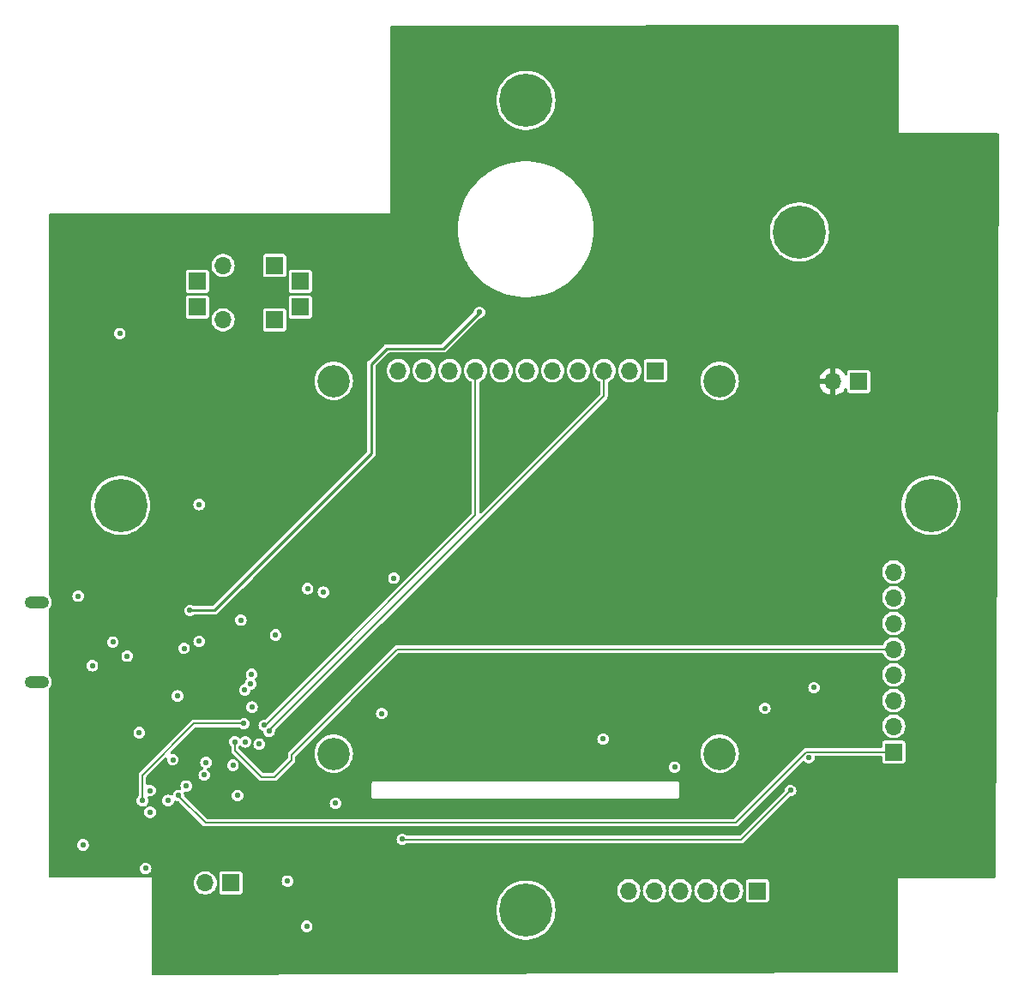
<source format=gbr>
%TF.GenerationSoftware,KiCad,Pcbnew,8.0.4*%
%TF.CreationDate,2024-09-09T11:17:31-04:00*%
%TF.ProjectId,payload_board_rev072,7061796c-6f61-4645-9f62-6f6172645f72,rev?*%
%TF.SameCoordinates,Original*%
%TF.FileFunction,Copper,L3,Inr*%
%TF.FilePolarity,Positive*%
%FSLAX46Y46*%
G04 Gerber Fmt 4.6, Leading zero omitted, Abs format (unit mm)*
G04 Created by KiCad (PCBNEW 8.0.4) date 2024-09-09 11:17:31*
%MOMM*%
%LPD*%
G01*
G04 APERTURE LIST*
%TA.AperFunction,ComponentPad*%
%ADD10R,1.700000X1.700000*%
%TD*%
%TA.AperFunction,ComponentPad*%
%ADD11O,1.700000X1.700000*%
%TD*%
%TA.AperFunction,ComponentPad*%
%ADD12C,5.250000*%
%TD*%
%TA.AperFunction,ComponentPad*%
%ADD13C,3.200000*%
%TD*%
%TA.AperFunction,ComponentPad*%
%ADD14O,2.416000X1.208000*%
%TD*%
%TA.AperFunction,ViaPad*%
%ADD15C,0.550000*%
%TD*%
%TA.AperFunction,Conductor*%
%ADD16C,0.152400*%
%TD*%
%TA.AperFunction,Conductor*%
%ADD17C,0.254000*%
%TD*%
%TA.AperFunction,Conductor*%
%ADD18C,0.250000*%
%TD*%
G04 APERTURE END LIST*
D10*
%TO.N,SPI0_MOSI*%
%TO.C,J5*%
X75800000Y-49700000D03*
D11*
%TO.N,SPI0_SCK*%
X73260000Y-49700000D03*
%TO.N,Disp_DC*%
X70720000Y-49700000D03*
%TO.N,Disp_RST*%
X68180000Y-49700000D03*
%TO.N,SPI0_CS_DISP*%
X65640000Y-49700000D03*
%TO.N,SPI0_CS_SD*%
X63100000Y-49700000D03*
%TO.N,SPI0_MISO*%
X60560000Y-49700000D03*
%TO.N,SD_IND*%
X58020000Y-49700000D03*
%TO.N,/3Vo*%
X55480000Y-49700000D03*
%TO.N,DIN-*%
X52940000Y-49700000D03*
%TO.N,GND*%
X50400000Y-49700000D03*
%TD*%
D12*
%TO.N,GND*%
%TO.C,*%
X103000000Y-63000000D03*
%TD*%
D10*
%TO.N,I2C1_SCL*%
%TO.C,J2*%
X99314000Y-87376000D03*
D11*
%TO.N,I2C1_SDA*%
X99314000Y-84836000D03*
%TO.N,CIN-*%
X99314000Y-82296000D03*
%TO.N,GND*%
X99314000Y-79756000D03*
%TO.N,SPI1_SCK_Cam*%
X99314000Y-77216000D03*
%TO.N,SPI1_MISO_Cam*%
X99314000Y-74676000D03*
%TO.N,SPI1_MOSI_Cam*%
X99314000Y-72136000D03*
%TO.N,SPI1_CS_Cam*%
X99314000Y-69596000D03*
%TD*%
D13*
%TO.N,GND*%
%TO.C,*%
X82127052Y-50714652D03*
%TD*%
D10*
%TO.N,SWCLK*%
%TO.C,J15*%
X85852000Y-101092000D03*
D11*
%TO.N,GND*%
X83312000Y-101092000D03*
%TO.N,SWDIO*%
X80772000Y-101092000D03*
%TO.N,UART1_TX*%
X78232000Y-101092000D03*
%TO.N,GND*%
X75692000Y-101092000D03*
%TO.N,UART1_RX*%
X73152000Y-101092000D03*
%TD*%
D10*
%TO.N,BGND*%
%TO.C,J_Burn*%
X38188800Y-39318800D03*
X40728800Y-40878800D03*
X40728800Y-43418800D03*
X38188800Y-44688800D03*
D11*
%TO.N,BPWR*%
X33108800Y-39318800D03*
D10*
X30568800Y-40878800D03*
X30568800Y-43418800D03*
D11*
X33108800Y-44688800D03*
%TD*%
D12*
%TO.N,N/C*%
%TO.C,*%
X90000000Y-36000000D03*
%TD*%
D10*
%TO.N,GND*%
%TO.C,J12*%
X95865000Y-50780000D03*
D11*
%TO.N,+3.3V*%
X93325000Y-50780000D03*
%TD*%
D12*
%TO.N,GND*%
%TO.C,*%
X23000000Y-63000000D03*
%TD*%
D10*
%TO.N,Break_SCL*%
%TO.C,J12*%
X33885000Y-100320000D03*
D11*
%TO.N,Break_SDA*%
X31345000Y-100320000D03*
%TD*%
D14*
%TO.N,N/C*%
%TO.C,J7*%
X14700000Y-72567500D03*
X14700000Y-80467500D03*
%TD*%
D12*
%TO.N,GND*%
%TO.C,J2*%
X63000000Y-103000000D03*
%TD*%
D13*
%TO.N,GND*%
%TO.C,*%
X44027052Y-87544652D03*
%TD*%
%TO.N,GND*%
%TO.C,*%
X44027052Y-50714652D03*
%TD*%
%TO.N,GND*%
%TO.C,*%
X82127052Y-87544652D03*
%TD*%
D12*
%TO.N,GND*%
%TO.C,J5*%
X63000000Y-23000000D03*
%TD*%
D15*
%TO.N,GND*%
X22910000Y-46020000D03*
X19280000Y-96560000D03*
%TO.N,Cam_3.3v*%
X90930040Y-87917700D03*
%TO.N,GND*%
X25460000Y-98880000D03*
X35970000Y-82940000D03*
X24830000Y-85470000D03*
X28150000Y-88140000D03*
%TO.N,/~{RESET}*%
X38290000Y-75820000D03*
%TO.N,+3.3V*%
X32650000Y-70450000D03*
X40860000Y-76970000D03*
X51370000Y-105940000D03*
X86500000Y-80990000D03*
X27100000Y-97620000D03*
X18150000Y-83090000D03*
X25460000Y-80570000D03*
X31430000Y-79440000D03*
X59340000Y-46780000D03*
X53970000Y-42090000D03*
X37700000Y-53230000D03*
%TO.N,GND*%
X34090000Y-88690000D03*
%TO.N,1.2V*%
X35250000Y-81250000D03*
X28610000Y-81840000D03*
%TO.N,Break_SDA*%
X25900000Y-91190000D03*
%TO.N,Break_SCL*%
X25900000Y-93330000D03*
%TO.N,I2C1_SDA*%
X50800000Y-96010000D03*
X27680000Y-92170000D03*
X89130000Y-91180000D03*
%TO.N,I2C1_SCL*%
X28710000Y-91680000D03*
%TO.N,Cam_RST*%
X70620000Y-86100000D03*
X34540000Y-91680000D03*
X36670000Y-86600000D03*
X86600000Y-83060000D03*
%TO.N,SPI1_SCK_Cam*%
X34270000Y-86360000D03*
%TO.N,SPI1_MOSI_Cam*%
X35300000Y-86380000D03*
X48770000Y-83570000D03*
%TO.N,Disp_RST*%
X31420000Y-88420000D03*
%TO.N,/USBBOOT*%
X35170000Y-84570000D03*
X25140000Y-92200000D03*
%TO.N,Disp_DC*%
X37660000Y-85340000D03*
%TO.N,SWCLK*%
X35820000Y-80650000D03*
X77690000Y-88870000D03*
%TO.N,SWDIO*%
X35920000Y-79710000D03*
%TO.N,/~{RESET}*%
X39470000Y-100140000D03*
%TO.N,SPI0_MISO*%
X43010000Y-71590000D03*
%TO.N,SPI0_CS_SD*%
X41450000Y-71240000D03*
%TO.N,SPI0_SCK*%
X49970000Y-70200000D03*
%TO.N,WDT_WDI*%
X41370000Y-104600000D03*
X34860000Y-74350000D03*
%TO.N,ADC0*%
X58410000Y-43940000D03*
X29830000Y-73400000D03*
%TO.N,ADC1*%
X29260000Y-77130000D03*
%TO.N,Cam_3.3v*%
X91440000Y-81020000D03*
%TO.N,+3.3V*%
X32890000Y-83730000D03*
%TO.N,SD_IND*%
X37170000Y-84740000D03*
%TO.N,VBUS*%
X20200000Y-78850000D03*
X18800000Y-71980000D03*
%TO.N,/D+*%
X23640000Y-77910000D03*
X22220000Y-76520000D03*
%TO.N,UART1_TX*%
X29480000Y-90730000D03*
%TO.N,UART1_RX*%
X31240000Y-89660000D03*
X44200000Y-92450000D03*
%TO.N,Net-(IC1-GPIO25)*%
X30740000Y-76450000D03*
X30750000Y-62930000D03*
%TD*%
D16*
%TO.N,I2C1_SDA*%
X84275400Y-96012000D02*
X50800000Y-96012000D01*
X89101400Y-91186000D02*
X84275400Y-96012000D01*
X89124000Y-91186000D02*
X89101400Y-91186000D01*
X89130000Y-91180000D02*
X89124000Y-91186000D01*
%TO.N,I2C1_SCL*%
X83692300Y-94361700D02*
X90678000Y-87376000D01*
X83692300Y-94361700D02*
X31369700Y-94361700D01*
X31369700Y-94361700D02*
X28702000Y-91694000D01*
X90678000Y-87376000D02*
X99314000Y-87376000D01*
%TO.N,SPI1_SCK_Cam*%
X99314000Y-77216000D02*
X50292000Y-77216000D01*
X39878000Y-88138000D02*
X38173000Y-89843000D01*
X38173000Y-89843000D02*
X36903000Y-89843000D01*
X39878000Y-87630000D02*
X39878000Y-88138000D01*
X34279426Y-86370574D02*
X34279426Y-87219426D01*
X34279426Y-87219426D02*
X36903000Y-89843000D01*
X50292000Y-77216000D02*
X39878000Y-87630000D01*
%TO.N,/USBBOOT*%
X35180000Y-84580000D02*
X30228000Y-84580000D01*
X25146000Y-89662000D02*
X25146000Y-92202000D01*
X30228000Y-84580000D02*
X25146000Y-89662000D01*
%TO.N,Disp_DC*%
X37660000Y-85240000D02*
X70720000Y-52180000D01*
X70720000Y-52180000D02*
X70720000Y-49700000D01*
X37660000Y-85340000D02*
X37660000Y-85240000D01*
D17*
%TO.N,ADC0*%
X47752000Y-55734304D02*
X47752000Y-57898000D01*
X54864000Y-47498000D02*
X49784000Y-47498000D01*
D18*
X47752000Y-55734304D02*
X47752000Y-49022000D01*
X47752000Y-49022000D02*
X49276000Y-47498000D01*
D17*
X47752000Y-57898000D02*
X32250000Y-73400000D01*
X32250000Y-73400000D02*
X29830000Y-73400000D01*
X58420000Y-43942000D02*
X54864000Y-47498000D01*
D18*
X49276000Y-47498000D02*
X49784000Y-47498000D01*
D16*
%TO.N,SD_IND*%
X37160000Y-84750000D02*
X37260000Y-84750000D01*
X37260000Y-84750000D02*
X58020000Y-63990000D01*
X58020000Y-63990000D02*
X58020000Y-49700000D01*
%TD*%
%TA.AperFunction,Conductor*%
%TO.N,+3.3V*%
G36*
X99752734Y-15530368D02*
G01*
X99798643Y-15583038D01*
X99810000Y-15634879D01*
X99810000Y-26210000D01*
X99840000Y-26240000D01*
X109580157Y-26240000D01*
X109647196Y-26259685D01*
X109692951Y-26312489D01*
X109704156Y-26364534D01*
X109388219Y-99706534D01*
X109368246Y-99773488D01*
X109315245Y-99819015D01*
X109264220Y-99830000D01*
X99789999Y-99830000D01*
X99770000Y-99849999D01*
X99770000Y-109075590D01*
X99750315Y-109142629D01*
X99697511Y-109188384D01*
X99646433Y-109199589D01*
X26204433Y-109455957D01*
X26137325Y-109436507D01*
X26091386Y-109383863D01*
X26080000Y-109331958D01*
X26080000Y-104599998D01*
X40796221Y-104599998D01*
X40796221Y-104600001D01*
X40815771Y-104748503D01*
X40815773Y-104748508D01*
X40873090Y-104886885D01*
X40873090Y-104886886D01*
X40873092Y-104886889D01*
X40873093Y-104886890D01*
X40964277Y-105005723D01*
X41083110Y-105096907D01*
X41083113Y-105096908D01*
X41083114Y-105096909D01*
X41152302Y-105125567D01*
X41221495Y-105154228D01*
X41295747Y-105164003D01*
X41369999Y-105173779D01*
X41370000Y-105173779D01*
X41370001Y-105173779D01*
X41419501Y-105167262D01*
X41518505Y-105154228D01*
X41656885Y-105096909D01*
X41656886Y-105096909D01*
X41656886Y-105096908D01*
X41656890Y-105096907D01*
X41775723Y-105005723D01*
X41866907Y-104886890D01*
X41924228Y-104748505D01*
X41943779Y-104600000D01*
X41924228Y-104451495D01*
X41866907Y-104313111D01*
X41775723Y-104194277D01*
X41656890Y-104103093D01*
X41656887Y-104103092D01*
X41656885Y-104103090D01*
X41518508Y-104045773D01*
X41518503Y-104045771D01*
X41370001Y-104026221D01*
X41369999Y-104026221D01*
X41221496Y-104045771D01*
X41221494Y-104045772D01*
X41083111Y-104103092D01*
X40964277Y-104194277D01*
X40873092Y-104313111D01*
X40815772Y-104451494D01*
X40815771Y-104451496D01*
X40796221Y-104599998D01*
X26080000Y-104599998D01*
X26080000Y-102999996D01*
X60076183Y-102999996D01*
X60076183Y-103000003D01*
X60095953Y-103339434D01*
X60095954Y-103339445D01*
X60154991Y-103674261D01*
X60154993Y-103674270D01*
X60154995Y-103674279D01*
X60223134Y-103901878D01*
X60252511Y-104000005D01*
X60387178Y-104312198D01*
X60387184Y-104312211D01*
X60557187Y-104606665D01*
X60760222Y-104879389D01*
X60760227Y-104879395D01*
X60879411Y-105005722D01*
X60993555Y-105126707D01*
X61165215Y-105270747D01*
X61254015Y-105345259D01*
X61254023Y-105345265D01*
X61538087Y-105532098D01*
X61538091Y-105532100D01*
X61841935Y-105684696D01*
X62161440Y-105800986D01*
X62161446Y-105800987D01*
X62161448Y-105800988D01*
X62492269Y-105879395D01*
X62492276Y-105879396D01*
X62492285Y-105879398D01*
X62829995Y-105918870D01*
X62830002Y-105918870D01*
X63169998Y-105918870D01*
X63170005Y-105918870D01*
X63507715Y-105879398D01*
X63507724Y-105879395D01*
X63507730Y-105879395D01*
X63774587Y-105816147D01*
X63838560Y-105800986D01*
X64158065Y-105684696D01*
X64461909Y-105532100D01*
X64745982Y-105345261D01*
X65006445Y-105126707D01*
X65239774Y-104879393D01*
X65442813Y-104606664D01*
X65612818Y-104312207D01*
X65747489Y-104000004D01*
X65845005Y-103674279D01*
X65904047Y-103339434D01*
X65923817Y-103000000D01*
X65904047Y-102660566D01*
X65845005Y-102325721D01*
X65747489Y-101999996D01*
X65612818Y-101687793D01*
X65483534Y-101463867D01*
X65442812Y-101393334D01*
X65239777Y-101120610D01*
X65239772Y-101120604D01*
X65212784Y-101091999D01*
X72003230Y-101091999D01*
X72003230Y-101092000D01*
X72022789Y-101303085D01*
X72022790Y-101303087D01*
X72080802Y-101506979D01*
X72080808Y-101506994D01*
X72175292Y-101696743D01*
X72175297Y-101696751D01*
X72303050Y-101865923D01*
X72434648Y-101985890D01*
X72459711Y-102008738D01*
X72639949Y-102120337D01*
X72837624Y-102196916D01*
X73046005Y-102235870D01*
X73046008Y-102235870D01*
X73257992Y-102235870D01*
X73257995Y-102235870D01*
X73466376Y-102196916D01*
X73664051Y-102120337D01*
X73844289Y-102008738D01*
X74000951Y-101865921D01*
X74128704Y-101696749D01*
X74223196Y-101506984D01*
X74281210Y-101303086D01*
X74298529Y-101116183D01*
X74307399Y-101093845D01*
X74305483Y-101090153D01*
X74536600Y-101090153D01*
X74543693Y-101103817D01*
X74545471Y-101116184D01*
X74562789Y-101303085D01*
X74562790Y-101303087D01*
X74620802Y-101506979D01*
X74620808Y-101506994D01*
X74715292Y-101696743D01*
X74715297Y-101696751D01*
X74843050Y-101865923D01*
X74974648Y-101985890D01*
X74999711Y-102008738D01*
X75179949Y-102120337D01*
X75377624Y-102196916D01*
X75586005Y-102235870D01*
X75586008Y-102235870D01*
X75797992Y-102235870D01*
X75797995Y-102235870D01*
X76006376Y-102196916D01*
X76204051Y-102120337D01*
X76384289Y-102008738D01*
X76540951Y-101865921D01*
X76668704Y-101696749D01*
X76763196Y-101506984D01*
X76821210Y-101303086D01*
X76838529Y-101116183D01*
X76847399Y-101093845D01*
X76845483Y-101090153D01*
X77076600Y-101090153D01*
X77083693Y-101103817D01*
X77085471Y-101116184D01*
X77102789Y-101303085D01*
X77102790Y-101303087D01*
X77160802Y-101506979D01*
X77160808Y-101506994D01*
X77255292Y-101696743D01*
X77255297Y-101696751D01*
X77383050Y-101865923D01*
X77514648Y-101985890D01*
X77539711Y-102008738D01*
X77719949Y-102120337D01*
X77917624Y-102196916D01*
X78126005Y-102235870D01*
X78126008Y-102235870D01*
X78337992Y-102235870D01*
X78337995Y-102235870D01*
X78546376Y-102196916D01*
X78744051Y-102120337D01*
X78924289Y-102008738D01*
X79080951Y-101865921D01*
X79208704Y-101696749D01*
X79303196Y-101506984D01*
X79361210Y-101303086D01*
X79378529Y-101116183D01*
X79387399Y-101093845D01*
X79385483Y-101090153D01*
X79616600Y-101090153D01*
X79623693Y-101103817D01*
X79625471Y-101116184D01*
X79642789Y-101303085D01*
X79642790Y-101303087D01*
X79700802Y-101506979D01*
X79700808Y-101506994D01*
X79795292Y-101696743D01*
X79795297Y-101696751D01*
X79923050Y-101865923D01*
X80054648Y-101985890D01*
X80079711Y-102008738D01*
X80259949Y-102120337D01*
X80457624Y-102196916D01*
X80666005Y-102235870D01*
X80666008Y-102235870D01*
X80877992Y-102235870D01*
X80877995Y-102235870D01*
X81086376Y-102196916D01*
X81284051Y-102120337D01*
X81464289Y-102008738D01*
X81620951Y-101865921D01*
X81748704Y-101696749D01*
X81843196Y-101506984D01*
X81901210Y-101303086D01*
X81918529Y-101116183D01*
X81927399Y-101093845D01*
X81925483Y-101090153D01*
X82156600Y-101090153D01*
X82163693Y-101103817D01*
X82165471Y-101116184D01*
X82182789Y-101303085D01*
X82182790Y-101303087D01*
X82240802Y-101506979D01*
X82240808Y-101506994D01*
X82335292Y-101696743D01*
X82335297Y-101696751D01*
X82463050Y-101865923D01*
X82594648Y-101985890D01*
X82619711Y-102008738D01*
X82799949Y-102120337D01*
X82997624Y-102196916D01*
X83206005Y-102235870D01*
X83206008Y-102235870D01*
X83417992Y-102235870D01*
X83417995Y-102235870D01*
X83626376Y-102196916D01*
X83824051Y-102120337D01*
X84004289Y-102008738D01*
X84160951Y-101865921D01*
X84288704Y-101696749D01*
X84383196Y-101506984D01*
X84441210Y-101303086D01*
X84460659Y-101093191D01*
X84460967Y-101092416D01*
X84460659Y-101090806D01*
X84460598Y-101090153D01*
X84460179Y-101085634D01*
X84706288Y-101085634D01*
X84708130Y-101104634D01*
X84708130Y-101985864D01*
X84708132Y-101985890D01*
X84710979Y-102010443D01*
X84710981Y-102010447D01*
X84755355Y-102110947D01*
X84755358Y-102110951D01*
X84755359Y-102110953D01*
X84833047Y-102188641D01*
X84933553Y-102233019D01*
X84958127Y-102235870D01*
X86745872Y-102235869D01*
X86745887Y-102235867D01*
X86745890Y-102235867D01*
X86770443Y-102233020D01*
X86770444Y-102233019D01*
X86770447Y-102233019D01*
X86852217Y-102196914D01*
X86870947Y-102188644D01*
X86870948Y-102188643D01*
X86870953Y-102188641D01*
X86948641Y-102110953D01*
X86993019Y-102010447D01*
X86995870Y-101985873D01*
X86995869Y-100198128D01*
X86995867Y-100198109D01*
X86993020Y-100173556D01*
X86993019Y-100173554D01*
X86993019Y-100173553D01*
X86964477Y-100108912D01*
X86948644Y-100073052D01*
X86948642Y-100073049D01*
X86948641Y-100073047D01*
X86870953Y-99995359D01*
X86838794Y-99981159D01*
X86770448Y-99950981D01*
X86745873Y-99948130D01*
X84958135Y-99948130D01*
X84958109Y-99948132D01*
X84933556Y-99950979D01*
X84933552Y-99950981D01*
X84833052Y-99995355D01*
X84833044Y-99995361D01*
X84755361Y-100073044D01*
X84755357Y-100073051D01*
X84710981Y-100173550D01*
X84710981Y-100173552D01*
X84708130Y-100198125D01*
X84708130Y-101079365D01*
X84706288Y-101085634D01*
X84460179Y-101085634D01*
X84441210Y-100880914D01*
X84383196Y-100677016D01*
X84372104Y-100654740D01*
X84288707Y-100487256D01*
X84288702Y-100487248D01*
X84160949Y-100318076D01*
X84004290Y-100175263D01*
X84004289Y-100175262D01*
X83824051Y-100063663D01*
X83824049Y-100063662D01*
X83626379Y-99987085D01*
X83626378Y-99987084D01*
X83626376Y-99987084D01*
X83417995Y-99948130D01*
X83206005Y-99948130D01*
X82997624Y-99987084D01*
X82997622Y-99987084D01*
X82997620Y-99987085D01*
X82799950Y-100063662D01*
X82799948Y-100063663D01*
X82619709Y-100175263D01*
X82463050Y-100318076D01*
X82335297Y-100487248D01*
X82335292Y-100487256D01*
X82240808Y-100677005D01*
X82240802Y-100677020D01*
X82182790Y-100880912D01*
X82182789Y-100880914D01*
X82165471Y-101067815D01*
X82156600Y-101090153D01*
X81925483Y-101090153D01*
X81920307Y-101080182D01*
X81918529Y-101067815D01*
X81901210Y-100880914D01*
X81901209Y-100880912D01*
X81899041Y-100873293D01*
X81843196Y-100677016D01*
X81832104Y-100654740D01*
X81748707Y-100487256D01*
X81748702Y-100487248D01*
X81620949Y-100318076D01*
X81464290Y-100175263D01*
X81464289Y-100175262D01*
X81284051Y-100063663D01*
X81284049Y-100063662D01*
X81086379Y-99987085D01*
X81086378Y-99987084D01*
X81086376Y-99987084D01*
X80877995Y-99948130D01*
X80666005Y-99948130D01*
X80457624Y-99987084D01*
X80457622Y-99987084D01*
X80457620Y-99987085D01*
X80259950Y-100063662D01*
X80259948Y-100063663D01*
X80079709Y-100175263D01*
X79923050Y-100318076D01*
X79795297Y-100487248D01*
X79795292Y-100487256D01*
X79700808Y-100677005D01*
X79700802Y-100677020D01*
X79642790Y-100880912D01*
X79642789Y-100880914D01*
X79625471Y-101067815D01*
X79616600Y-101090153D01*
X79385483Y-101090153D01*
X79380307Y-101080182D01*
X79378529Y-101067815D01*
X79361210Y-100880914D01*
X79361209Y-100880912D01*
X79359041Y-100873293D01*
X79303196Y-100677016D01*
X79292104Y-100654740D01*
X79208707Y-100487256D01*
X79208702Y-100487248D01*
X79080949Y-100318076D01*
X78924290Y-100175263D01*
X78924289Y-100175262D01*
X78744051Y-100063663D01*
X78744049Y-100063662D01*
X78546379Y-99987085D01*
X78546378Y-99987084D01*
X78546376Y-99987084D01*
X78337995Y-99948130D01*
X78126005Y-99948130D01*
X77917624Y-99987084D01*
X77917622Y-99987084D01*
X77917620Y-99987085D01*
X77719950Y-100063662D01*
X77719948Y-100063663D01*
X77539709Y-100175263D01*
X77383050Y-100318076D01*
X77255297Y-100487248D01*
X77255292Y-100487256D01*
X77160808Y-100677005D01*
X77160802Y-100677020D01*
X77102790Y-100880912D01*
X77102789Y-100880914D01*
X77085471Y-101067815D01*
X77076600Y-101090153D01*
X76845483Y-101090153D01*
X76840307Y-101080182D01*
X76838529Y-101067815D01*
X76821210Y-100880914D01*
X76821209Y-100880912D01*
X76819041Y-100873293D01*
X76763196Y-100677016D01*
X76752104Y-100654740D01*
X76668707Y-100487256D01*
X76668702Y-100487248D01*
X76540949Y-100318076D01*
X76384290Y-100175263D01*
X76384289Y-100175262D01*
X76204051Y-100063663D01*
X76204049Y-100063662D01*
X76006379Y-99987085D01*
X76006378Y-99987084D01*
X76006376Y-99987084D01*
X75797995Y-99948130D01*
X75586005Y-99948130D01*
X75377624Y-99987084D01*
X75377622Y-99987084D01*
X75377620Y-99987085D01*
X75179950Y-100063662D01*
X75179948Y-100063663D01*
X74999709Y-100175263D01*
X74843050Y-100318076D01*
X74715297Y-100487248D01*
X74715292Y-100487256D01*
X74620808Y-100677005D01*
X74620802Y-100677020D01*
X74562790Y-100880912D01*
X74562789Y-100880914D01*
X74545471Y-101067815D01*
X74536600Y-101090153D01*
X74305483Y-101090153D01*
X74300307Y-101080182D01*
X74298529Y-101067815D01*
X74281210Y-100880914D01*
X74281209Y-100880912D01*
X74279041Y-100873293D01*
X74223196Y-100677016D01*
X74212104Y-100654740D01*
X74128707Y-100487256D01*
X74128702Y-100487248D01*
X74000949Y-100318076D01*
X73844290Y-100175263D01*
X73844289Y-100175262D01*
X73664051Y-100063663D01*
X73664049Y-100063662D01*
X73466379Y-99987085D01*
X73466378Y-99987084D01*
X73466376Y-99987084D01*
X73257995Y-99948130D01*
X73046005Y-99948130D01*
X72837624Y-99987084D01*
X72837622Y-99987084D01*
X72837620Y-99987085D01*
X72639950Y-100063662D01*
X72639948Y-100063663D01*
X72459709Y-100175263D01*
X72303050Y-100318076D01*
X72175297Y-100487248D01*
X72175292Y-100487256D01*
X72080808Y-100677005D01*
X72080802Y-100677020D01*
X72022790Y-100880912D01*
X72022789Y-100880914D01*
X72003230Y-101091999D01*
X65212784Y-101091999D01*
X65054991Y-100924749D01*
X65006445Y-100873293D01*
X64862403Y-100752428D01*
X64745984Y-100654740D01*
X64745976Y-100654734D01*
X64461912Y-100467901D01*
X64158072Y-100315307D01*
X64158066Y-100315304D01*
X63838572Y-100199018D01*
X63838551Y-100199011D01*
X63507730Y-100120604D01*
X63507715Y-100120602D01*
X63170005Y-100081130D01*
X62829995Y-100081130D01*
X62534498Y-100115668D01*
X62492284Y-100120602D01*
X62492269Y-100120604D01*
X62161448Y-100199011D01*
X62161427Y-100199018D01*
X61841933Y-100315304D01*
X61841927Y-100315307D01*
X61538087Y-100467901D01*
X61254023Y-100654734D01*
X61254015Y-100654740D01*
X60993555Y-100873293D01*
X60993553Y-100873295D01*
X60760227Y-101120604D01*
X60760222Y-101120610D01*
X60557187Y-101393334D01*
X60387184Y-101687788D01*
X60387178Y-101687801D01*
X60252511Y-101999994D01*
X60219292Y-102110955D01*
X60170450Y-102274100D01*
X60154993Y-102325729D01*
X60154991Y-102325738D01*
X60095954Y-102660554D01*
X60095953Y-102660565D01*
X60076183Y-102999996D01*
X26080000Y-102999996D01*
X26080000Y-100319999D01*
X30196230Y-100319999D01*
X30196230Y-100320000D01*
X30215789Y-100531085D01*
X30215790Y-100531087D01*
X30273802Y-100734979D01*
X30273808Y-100734994D01*
X30368292Y-100924743D01*
X30368297Y-100924751D01*
X30496050Y-101093923D01*
X30627648Y-101213890D01*
X30652711Y-101236738D01*
X30832949Y-101348337D01*
X31030624Y-101424916D01*
X31239005Y-101463870D01*
X31239008Y-101463870D01*
X31450992Y-101463870D01*
X31450995Y-101463870D01*
X31659376Y-101424916D01*
X31857051Y-101348337D01*
X32037289Y-101236738D01*
X32172062Y-101113875D01*
X32193949Y-101093923D01*
X32194501Y-101093193D01*
X32321704Y-100924749D01*
X32416196Y-100734984D01*
X32474210Y-100531086D01*
X32493659Y-100321191D01*
X32493967Y-100320416D01*
X32493659Y-100318806D01*
X32493591Y-100318076D01*
X32493179Y-100313634D01*
X32739288Y-100313634D01*
X32741130Y-100332634D01*
X32741130Y-101213864D01*
X32741132Y-101213890D01*
X32743979Y-101238443D01*
X32743981Y-101238447D01*
X32788355Y-101338947D01*
X32788358Y-101338951D01*
X32788359Y-101338953D01*
X32866047Y-101416641D01*
X32966553Y-101461019D01*
X32991127Y-101463870D01*
X34778872Y-101463869D01*
X34778887Y-101463867D01*
X34778890Y-101463867D01*
X34803443Y-101461020D01*
X34803444Y-101461019D01*
X34803447Y-101461019D01*
X34885217Y-101424914D01*
X34903947Y-101416644D01*
X34903948Y-101416643D01*
X34903953Y-101416641D01*
X34981641Y-101338953D01*
X35026019Y-101238447D01*
X35028870Y-101213873D01*
X35028869Y-100139998D01*
X38896221Y-100139998D01*
X38896221Y-100140001D01*
X38915771Y-100288503D01*
X38915773Y-100288508D01*
X38973090Y-100426885D01*
X38973090Y-100426886D01*
X38973092Y-100426889D01*
X38973093Y-100426890D01*
X39064277Y-100545723D01*
X39183110Y-100636907D01*
X39183113Y-100636908D01*
X39183114Y-100636909D01*
X39252302Y-100665567D01*
X39321495Y-100694228D01*
X39395747Y-100704003D01*
X39469999Y-100713779D01*
X39470000Y-100713779D01*
X39470001Y-100713779D01*
X39519501Y-100707262D01*
X39618505Y-100694228D01*
X39756885Y-100636909D01*
X39756886Y-100636909D01*
X39756886Y-100636908D01*
X39756890Y-100636907D01*
X39875723Y-100545723D01*
X39966907Y-100426890D01*
X40024228Y-100288505D01*
X40043779Y-100140000D01*
X40041225Y-100120604D01*
X40024228Y-99991496D01*
X40024228Y-99991495D01*
X39966907Y-99853111D01*
X39918481Y-99790000D01*
X39875724Y-99734278D01*
X39850934Y-99715256D01*
X39756890Y-99643093D01*
X39756887Y-99643092D01*
X39756885Y-99643090D01*
X39618508Y-99585773D01*
X39618503Y-99585771D01*
X39470001Y-99566221D01*
X39469999Y-99566221D01*
X39321496Y-99585771D01*
X39321494Y-99585772D01*
X39183111Y-99643092D01*
X39064277Y-99734277D01*
X38973092Y-99853111D01*
X38915772Y-99991494D01*
X38915771Y-99991496D01*
X38896221Y-100139998D01*
X35028869Y-100139998D01*
X35028869Y-99426128D01*
X35028867Y-99426109D01*
X35026020Y-99401556D01*
X35026019Y-99401554D01*
X35026019Y-99401553D01*
X35007671Y-99360000D01*
X34981644Y-99301052D01*
X34981642Y-99301049D01*
X34981641Y-99301047D01*
X34903953Y-99223359D01*
X34871794Y-99209159D01*
X34803448Y-99178981D01*
X34778873Y-99176130D01*
X32991135Y-99176130D01*
X32991109Y-99176132D01*
X32966556Y-99178979D01*
X32966552Y-99178981D01*
X32866052Y-99223355D01*
X32866044Y-99223361D01*
X32788361Y-99301044D01*
X32788357Y-99301051D01*
X32743981Y-99401550D01*
X32743981Y-99401552D01*
X32741130Y-99426125D01*
X32741130Y-100307365D01*
X32739288Y-100313634D01*
X32493179Y-100313634D01*
X32474210Y-100108914D01*
X32416196Y-99905016D01*
X32416191Y-99905005D01*
X32321707Y-99715256D01*
X32321702Y-99715248D01*
X32193949Y-99546076D01*
X32037290Y-99403263D01*
X32037289Y-99403262D01*
X31857051Y-99291663D01*
X31857049Y-99291662D01*
X31659379Y-99215085D01*
X31659378Y-99215084D01*
X31659376Y-99215084D01*
X31450995Y-99176130D01*
X31239005Y-99176130D01*
X31030624Y-99215084D01*
X31030622Y-99215084D01*
X31030620Y-99215085D01*
X30832950Y-99291662D01*
X30832948Y-99291663D01*
X30652709Y-99403263D01*
X30496050Y-99546076D01*
X30368297Y-99715248D01*
X30368292Y-99715256D01*
X30273808Y-99905005D01*
X30273802Y-99905020D01*
X30215790Y-100108912D01*
X30215789Y-100108914D01*
X30196230Y-100319999D01*
X26080000Y-100319999D01*
X26080000Y-99790000D01*
X25852674Y-99790000D01*
X25842674Y-99790000D01*
X16054145Y-99790000D01*
X15987106Y-99770315D01*
X15941351Y-99717511D01*
X15930145Y-99666000D01*
X15930145Y-98879998D01*
X24886221Y-98879998D01*
X24886221Y-98880001D01*
X24905771Y-99028503D01*
X24905773Y-99028508D01*
X24963090Y-99166885D01*
X24963090Y-99166886D01*
X24963092Y-99166889D01*
X24963093Y-99166890D01*
X25054277Y-99285723D01*
X25173110Y-99376907D01*
X25173113Y-99376908D01*
X25173114Y-99376909D01*
X25236739Y-99403263D01*
X25311495Y-99434228D01*
X25385747Y-99444003D01*
X25459999Y-99453779D01*
X25460000Y-99453779D01*
X25460001Y-99453779D01*
X25509501Y-99447262D01*
X25608505Y-99434228D01*
X25746885Y-99376909D01*
X25746886Y-99376909D01*
X25746886Y-99376908D01*
X25746890Y-99376907D01*
X25865723Y-99285723D01*
X25956907Y-99166890D01*
X26014228Y-99028505D01*
X26033779Y-98880000D01*
X26014228Y-98731495D01*
X25956907Y-98593111D01*
X25865723Y-98474277D01*
X25746890Y-98383093D01*
X25746887Y-98383092D01*
X25746885Y-98383090D01*
X25608508Y-98325773D01*
X25608503Y-98325771D01*
X25460001Y-98306221D01*
X25459999Y-98306221D01*
X25311496Y-98325771D01*
X25311494Y-98325772D01*
X25173111Y-98383092D01*
X25054277Y-98474277D01*
X24963092Y-98593111D01*
X24905772Y-98731494D01*
X24905771Y-98731496D01*
X24886221Y-98879998D01*
X15930145Y-98879998D01*
X15930145Y-96559998D01*
X18706221Y-96559998D01*
X18706221Y-96560001D01*
X18725771Y-96708503D01*
X18725773Y-96708508D01*
X18783090Y-96846885D01*
X18783090Y-96846886D01*
X18783092Y-96846889D01*
X18783093Y-96846890D01*
X18874277Y-96965723D01*
X18993110Y-97056907D01*
X18993113Y-97056908D01*
X18993114Y-97056909D01*
X19062302Y-97085567D01*
X19131495Y-97114228D01*
X19205747Y-97124003D01*
X19279999Y-97133779D01*
X19280000Y-97133779D01*
X19280001Y-97133779D01*
X19329501Y-97127262D01*
X19428505Y-97114228D01*
X19566885Y-97056909D01*
X19566886Y-97056909D01*
X19566886Y-97056908D01*
X19566890Y-97056907D01*
X19685723Y-96965723D01*
X19776907Y-96846890D01*
X19834228Y-96708505D01*
X19847262Y-96609501D01*
X19853779Y-96560001D01*
X19853779Y-96559998D01*
X19834228Y-96411496D01*
X19834228Y-96411495D01*
X19776907Y-96273111D01*
X19685723Y-96154277D01*
X19566890Y-96063093D01*
X19566887Y-96063092D01*
X19566885Y-96063090D01*
X19438708Y-96009998D01*
X50226221Y-96009998D01*
X50226221Y-96010001D01*
X50245771Y-96158503D01*
X50245773Y-96158508D01*
X50303090Y-96296885D01*
X50303090Y-96296886D01*
X50303092Y-96296889D01*
X50303093Y-96296890D01*
X50394277Y-96415723D01*
X50513110Y-96506907D01*
X50513113Y-96506908D01*
X50513114Y-96506909D01*
X50582302Y-96535567D01*
X50651495Y-96564228D01*
X50725747Y-96574003D01*
X50799999Y-96583779D01*
X50800000Y-96583779D01*
X50800001Y-96583779D01*
X50849501Y-96577262D01*
X50948505Y-96564228D01*
X51086885Y-96506909D01*
X51086886Y-96506909D01*
X51086886Y-96506908D01*
X51086890Y-96506907D01*
X51205723Y-96415723D01*
X51205724Y-96415720D01*
X51212170Y-96410775D01*
X51213596Y-96412633D01*
X51264380Y-96384904D01*
X51290738Y-96382070D01*
X84324118Y-96382070D01*
X84324121Y-96382070D01*
X84418242Y-96356850D01*
X84449129Y-96339017D01*
X84502628Y-96308130D01*
X89022235Y-91788521D01*
X89083556Y-91755038D01*
X89126103Y-91753266D01*
X89130000Y-91753779D01*
X89130001Y-91753779D01*
X89179501Y-91747262D01*
X89278505Y-91734228D01*
X89416885Y-91676909D01*
X89416886Y-91676909D01*
X89416886Y-91676908D01*
X89416890Y-91676907D01*
X89535723Y-91585723D01*
X89626907Y-91466890D01*
X89684228Y-91328505D01*
X89697604Y-91226907D01*
X89703779Y-91180001D01*
X89703779Y-91179998D01*
X89685545Y-91041496D01*
X89684228Y-91031495D01*
X89626907Y-90893111D01*
X89615702Y-90878508D01*
X89535724Y-90774278D01*
X89526961Y-90767554D01*
X89416890Y-90683093D01*
X89416887Y-90683092D01*
X89416885Y-90683090D01*
X89278508Y-90625773D01*
X89278503Y-90625771D01*
X89130001Y-90606221D01*
X89129999Y-90606221D01*
X88981496Y-90625771D01*
X88981494Y-90625772D01*
X88843111Y-90683092D01*
X88724277Y-90774277D01*
X88633092Y-90893111D01*
X88575772Y-91031494D01*
X88575772Y-91031495D01*
X88557497Y-91170307D01*
X88529230Y-91234203D01*
X88522239Y-91241802D01*
X84158431Y-95605611D01*
X84097108Y-95639096D01*
X84070750Y-95641930D01*
X51294738Y-95641930D01*
X51227699Y-95622245D01*
X51207057Y-95605611D01*
X51205727Y-95604281D01*
X51205724Y-95604279D01*
X51205723Y-95604277D01*
X51086890Y-95513093D01*
X51086887Y-95513092D01*
X51086885Y-95513090D01*
X50948508Y-95455773D01*
X50948503Y-95455771D01*
X50800001Y-95436221D01*
X50799999Y-95436221D01*
X50651496Y-95455771D01*
X50651494Y-95455772D01*
X50513111Y-95513092D01*
X50394277Y-95604277D01*
X50303092Y-95723111D01*
X50245772Y-95861494D01*
X50245771Y-95861496D01*
X50226221Y-96009998D01*
X19438708Y-96009998D01*
X19428508Y-96005773D01*
X19428503Y-96005771D01*
X19280001Y-95986221D01*
X19279999Y-95986221D01*
X19131496Y-96005771D01*
X19131494Y-96005772D01*
X18993111Y-96063092D01*
X18874277Y-96154277D01*
X18783092Y-96273111D01*
X18725772Y-96411494D01*
X18725771Y-96411496D01*
X18706221Y-96559998D01*
X15930145Y-96559998D01*
X15930145Y-92199998D01*
X24566221Y-92199998D01*
X24566221Y-92200001D01*
X24585771Y-92348503D01*
X24585773Y-92348508D01*
X24643090Y-92486885D01*
X24643090Y-92486886D01*
X24643092Y-92486889D01*
X24643093Y-92486890D01*
X24734277Y-92605723D01*
X24853110Y-92696907D01*
X24853113Y-92696908D01*
X24853114Y-92696909D01*
X24906594Y-92719061D01*
X24991495Y-92754228D01*
X25065747Y-92764003D01*
X25139999Y-92773779D01*
X25140000Y-92773779D01*
X25140001Y-92773779D01*
X25189501Y-92767262D01*
X25288505Y-92754228D01*
X25354135Y-92727042D01*
X25423603Y-92719574D01*
X25486083Y-92750849D01*
X25521735Y-92810938D01*
X25519242Y-92880763D01*
X25497282Y-92916338D01*
X25499225Y-92917829D01*
X25403092Y-93043111D01*
X25345772Y-93181494D01*
X25345771Y-93181496D01*
X25326221Y-93329998D01*
X25326221Y-93330001D01*
X25345771Y-93478503D01*
X25345773Y-93478508D01*
X25403090Y-93616885D01*
X25403090Y-93616886D01*
X25403092Y-93616889D01*
X25403093Y-93616890D01*
X25494277Y-93735723D01*
X25613110Y-93826907D01*
X25613113Y-93826908D01*
X25613114Y-93826909D01*
X25682302Y-93855567D01*
X25751495Y-93884228D01*
X25825747Y-93894003D01*
X25899999Y-93903779D01*
X25900000Y-93903779D01*
X25900001Y-93903779D01*
X25949501Y-93897262D01*
X26048505Y-93884228D01*
X26186885Y-93826909D01*
X26186886Y-93826909D01*
X26186886Y-93826908D01*
X26186890Y-93826907D01*
X26305723Y-93735723D01*
X26396907Y-93616890D01*
X26454228Y-93478505D01*
X26473779Y-93330000D01*
X26454228Y-93181495D01*
X26396907Y-93043111D01*
X26305723Y-92924277D01*
X26186890Y-92833093D01*
X26186887Y-92833092D01*
X26186885Y-92833090D01*
X26048508Y-92775773D01*
X26048503Y-92775771D01*
X25900001Y-92756221D01*
X25899999Y-92756221D01*
X25751496Y-92775771D01*
X25751491Y-92775773D01*
X25685863Y-92802957D01*
X25616394Y-92810426D01*
X25553915Y-92779150D01*
X25518263Y-92719061D01*
X25520757Y-92649236D01*
X25542738Y-92613677D01*
X25540775Y-92612170D01*
X25545720Y-92605724D01*
X25545723Y-92605723D01*
X25636907Y-92486890D01*
X25694228Y-92348505D01*
X25713779Y-92200000D01*
X25710329Y-92173797D01*
X25709829Y-92169998D01*
X27106221Y-92169998D01*
X27106221Y-92170001D01*
X27125771Y-92318503D01*
X27125773Y-92318508D01*
X27183090Y-92456885D01*
X27183090Y-92456886D01*
X27183092Y-92456889D01*
X27183093Y-92456890D01*
X27274277Y-92575723D01*
X27393110Y-92666907D01*
X27393113Y-92666908D01*
X27393114Y-92666909D01*
X27462302Y-92695567D01*
X27531495Y-92724228D01*
X27605747Y-92734003D01*
X27679999Y-92743779D01*
X27680000Y-92743779D01*
X27680001Y-92743779D01*
X27732365Y-92736885D01*
X27828505Y-92724228D01*
X27966885Y-92666909D01*
X27966886Y-92666909D01*
X27966886Y-92666908D01*
X27966890Y-92666907D01*
X28085723Y-92575723D01*
X28176907Y-92456890D01*
X28234228Y-92318505D01*
X28240672Y-92269552D01*
X28268938Y-92205657D01*
X28327262Y-92167185D01*
X28397127Y-92166353D01*
X28415480Y-92174085D01*
X28415600Y-92173797D01*
X28515564Y-92215203D01*
X28561495Y-92234228D01*
X28700999Y-92252594D01*
X28764893Y-92280859D01*
X28772493Y-92287851D01*
X31142472Y-94657830D01*
X31226859Y-94706551D01*
X31295757Y-94725011D01*
X31295760Y-94725013D01*
X31295760Y-94725012D01*
X31320979Y-94731770D01*
X31320980Y-94731770D01*
X83741018Y-94731770D01*
X83741021Y-94731770D01*
X83835142Y-94706550D01*
X83866029Y-94688717D01*
X83919528Y-94657830D01*
X90306944Y-88270412D01*
X90368265Y-88236929D01*
X90437957Y-88241913D01*
X90492998Y-88282608D01*
X90497855Y-88288937D01*
X90524317Y-88323423D01*
X90643150Y-88414607D01*
X90643153Y-88414608D01*
X90643154Y-88414609D01*
X90712342Y-88443267D01*
X90781535Y-88471928D01*
X90855787Y-88481703D01*
X90930039Y-88491479D01*
X90930040Y-88491479D01*
X90930041Y-88491479D01*
X90979541Y-88484962D01*
X91078545Y-88471928D01*
X91216925Y-88414609D01*
X91216926Y-88414609D01*
X91216926Y-88414608D01*
X91216930Y-88414607D01*
X91335763Y-88323423D01*
X91426947Y-88204590D01*
X91484268Y-88066205D01*
X91503109Y-87923092D01*
X91503819Y-87917701D01*
X91503819Y-87917700D01*
X91499679Y-87886256D01*
X91510444Y-87817221D01*
X91556824Y-87764965D01*
X91622618Y-87746070D01*
X98046131Y-87746070D01*
X98113170Y-87765755D01*
X98158925Y-87818559D01*
X98170131Y-87870070D01*
X98170131Y-88269864D01*
X98170132Y-88269890D01*
X98172979Y-88294443D01*
X98172981Y-88294447D01*
X98217355Y-88394947D01*
X98217358Y-88394951D01*
X98217359Y-88394953D01*
X98295047Y-88472641D01*
X98395553Y-88517019D01*
X98420127Y-88519870D01*
X100207872Y-88519869D01*
X100207887Y-88519867D01*
X100207890Y-88519867D01*
X100232443Y-88517020D01*
X100232444Y-88517019D01*
X100232447Y-88517019D01*
X100306851Y-88484166D01*
X100332947Y-88472644D01*
X100332948Y-88472643D01*
X100332953Y-88472641D01*
X100410641Y-88394953D01*
X100455019Y-88294447D01*
X100457870Y-88269873D01*
X100457869Y-86482128D01*
X100457867Y-86482109D01*
X100455020Y-86457556D01*
X100455019Y-86457554D01*
X100455019Y-86457553D01*
X100423818Y-86386890D01*
X100410644Y-86357052D01*
X100410642Y-86357049D01*
X100410641Y-86357047D01*
X100332953Y-86279359D01*
X100263076Y-86248505D01*
X100232448Y-86234981D01*
X100207873Y-86232130D01*
X98420135Y-86232130D01*
X98420109Y-86232132D01*
X98395556Y-86234979D01*
X98395552Y-86234981D01*
X98295052Y-86279355D01*
X98295044Y-86279361D01*
X98217361Y-86357044D01*
X98217357Y-86357051D01*
X98172981Y-86457550D01*
X98172981Y-86457552D01*
X98170130Y-86482124D01*
X98170130Y-86881930D01*
X98150445Y-86948969D01*
X98097641Y-86994724D01*
X98046130Y-87005930D01*
X90629276Y-87005930D01*
X90615119Y-87009723D01*
X90615120Y-87009724D01*
X90535157Y-87031149D01*
X90535156Y-87031150D01*
X90450775Y-87079868D01*
X90450769Y-87079872D01*
X83575331Y-93955311D01*
X83514008Y-93988796D01*
X83487650Y-93991630D01*
X31574350Y-93991630D01*
X31507311Y-93971945D01*
X31486669Y-93955311D01*
X29981356Y-92449998D01*
X43626221Y-92449998D01*
X43626221Y-92450001D01*
X43645771Y-92598503D01*
X43645773Y-92598508D01*
X43703090Y-92736885D01*
X43703090Y-92736886D01*
X43703092Y-92736889D01*
X43703093Y-92736890D01*
X43794277Y-92855723D01*
X43913110Y-92946907D01*
X43913113Y-92946908D01*
X43913114Y-92946909D01*
X43982302Y-92975567D01*
X44051495Y-93004228D01*
X44125747Y-93014003D01*
X44199999Y-93023779D01*
X44200000Y-93023779D01*
X44200001Y-93023779D01*
X44249501Y-93017262D01*
X44348505Y-93004228D01*
X44486885Y-92946909D01*
X44486886Y-92946909D01*
X44486886Y-92946908D01*
X44486890Y-92946907D01*
X44605723Y-92855723D01*
X44696907Y-92736890D01*
X44754228Y-92598505D01*
X44772872Y-92456890D01*
X44773779Y-92450001D01*
X44773779Y-92449998D01*
X44754228Y-92301496D01*
X44754228Y-92301495D01*
X44696907Y-92163111D01*
X44605724Y-92044278D01*
X44576034Y-92021496D01*
X44486890Y-91953093D01*
X44486887Y-91953092D01*
X44486885Y-91953090D01*
X44348508Y-91895773D01*
X44348503Y-91895771D01*
X44200001Y-91876221D01*
X44199999Y-91876221D01*
X44051496Y-91895771D01*
X44051494Y-91895772D01*
X43913111Y-91953092D01*
X43794277Y-92044277D01*
X43703092Y-92163111D01*
X43645772Y-92301494D01*
X43645771Y-92301496D01*
X43626221Y-92449998D01*
X29981356Y-92449998D01*
X29318593Y-91787235D01*
X29285108Y-91725912D01*
X29283336Y-91683363D01*
X29283779Y-91680000D01*
X29283779Y-91679998D01*
X33966221Y-91679998D01*
X33966221Y-91680001D01*
X33985771Y-91828503D01*
X33985773Y-91828508D01*
X34043090Y-91966885D01*
X34043090Y-91966886D01*
X34043092Y-91966889D01*
X34043093Y-91966890D01*
X34134277Y-92085723D01*
X34253110Y-92176907D01*
X34253113Y-92176908D01*
X34253114Y-92176909D01*
X34308861Y-92200000D01*
X34391495Y-92234228D01*
X34465747Y-92244003D01*
X34539999Y-92253779D01*
X34540000Y-92253779D01*
X34540001Y-92253779D01*
X34589501Y-92247262D01*
X34688505Y-92234228D01*
X34826885Y-92176909D01*
X34826886Y-92176909D01*
X34826886Y-92176908D01*
X34826890Y-92176907D01*
X34945723Y-92085723D01*
X35036907Y-91966890D01*
X35094228Y-91828505D01*
X35110980Y-91701261D01*
X35113779Y-91680001D01*
X35113779Y-91679998D01*
X35100673Y-91580448D01*
X35094228Y-91531495D01*
X35036907Y-91393111D01*
X34945723Y-91274277D01*
X34826890Y-91183093D01*
X34826887Y-91183092D01*
X34826885Y-91183090D01*
X34688508Y-91125773D01*
X34688503Y-91125771D01*
X34540001Y-91106221D01*
X34539999Y-91106221D01*
X34391496Y-91125771D01*
X34391494Y-91125772D01*
X34253111Y-91183092D01*
X34134277Y-91274277D01*
X34043092Y-91393111D01*
X33985772Y-91531494D01*
X33985771Y-91531496D01*
X33966221Y-91679998D01*
X29283779Y-91679998D01*
X29264228Y-91531495D01*
X29234208Y-91459022D01*
X29226740Y-91389556D01*
X29258015Y-91327077D01*
X29318103Y-91291424D01*
X29364954Y-91288633D01*
X29408563Y-91294374D01*
X29479999Y-91303779D01*
X29480000Y-91303779D01*
X29480001Y-91303779D01*
X29529501Y-91297262D01*
X29628505Y-91284228D01*
X29766885Y-91226909D01*
X29766886Y-91226909D01*
X29766886Y-91226908D01*
X29766890Y-91226907D01*
X29885723Y-91135723D01*
X29976907Y-91016890D01*
X30034228Y-90878505D01*
X30053779Y-90730000D01*
X30047603Y-90683092D01*
X30034228Y-90581496D01*
X30034228Y-90581495D01*
X29985856Y-90464716D01*
X47759500Y-90464716D01*
X47759500Y-91804483D01*
X47769452Y-91828508D01*
X47790024Y-91878174D01*
X47846426Y-91934576D01*
X47920118Y-91965100D01*
X47920120Y-91965100D01*
X77999880Y-91965100D01*
X77999882Y-91965100D01*
X78073574Y-91934576D01*
X78129976Y-91878174D01*
X78160500Y-91804482D01*
X78160500Y-90464718D01*
X78129976Y-90391026D01*
X78073574Y-90334624D01*
X77999883Y-90304100D01*
X77999882Y-90304100D01*
X47999882Y-90304100D01*
X47920118Y-90304100D01*
X47920116Y-90304100D01*
X47846425Y-90334624D01*
X47790024Y-90391025D01*
X47759500Y-90464716D01*
X29985856Y-90464716D01*
X29976907Y-90443111D01*
X29936940Y-90391025D01*
X29885724Y-90324278D01*
X29885723Y-90324277D01*
X29766890Y-90233093D01*
X29766887Y-90233092D01*
X29766885Y-90233090D01*
X29628508Y-90175773D01*
X29628503Y-90175771D01*
X29480001Y-90156221D01*
X29479999Y-90156221D01*
X29331496Y-90175771D01*
X29331494Y-90175772D01*
X29193111Y-90233092D01*
X29074277Y-90324277D01*
X28983092Y-90443111D01*
X28925772Y-90581494D01*
X28925771Y-90581496D01*
X28906221Y-90729998D01*
X28906221Y-90730001D01*
X28925771Y-90878503D01*
X28925772Y-90878505D01*
X28955790Y-90950974D01*
X28963259Y-91020444D01*
X28931984Y-91082923D01*
X28871895Y-91118575D01*
X28825044Y-91121366D01*
X28710001Y-91106221D01*
X28709999Y-91106221D01*
X28561496Y-91125771D01*
X28561494Y-91125772D01*
X28423111Y-91183092D01*
X28304277Y-91274277D01*
X28213092Y-91393111D01*
X28155772Y-91531494D01*
X28155772Y-91531495D01*
X28149327Y-91580448D01*
X28121060Y-91644344D01*
X28062735Y-91682814D01*
X27992870Y-91683645D01*
X27974519Y-91675915D01*
X27974400Y-91676203D01*
X27828508Y-91615773D01*
X27828503Y-91615771D01*
X27680001Y-91596221D01*
X27679999Y-91596221D01*
X27531496Y-91615771D01*
X27531494Y-91615772D01*
X27393111Y-91673092D01*
X27274277Y-91764277D01*
X27183092Y-91883111D01*
X27125772Y-92021494D01*
X27125771Y-92021496D01*
X27106221Y-92169998D01*
X25709829Y-92169998D01*
X25694228Y-92051496D01*
X25694228Y-92051495D01*
X25638500Y-91916956D01*
X25631031Y-91847486D01*
X25662306Y-91785007D01*
X25722395Y-91749355D01*
X25769241Y-91746564D01*
X25900000Y-91763779D01*
X25900001Y-91763779D01*
X25949501Y-91757262D01*
X26048505Y-91744228D01*
X26186885Y-91686909D01*
X26186886Y-91686909D01*
X26186886Y-91686908D01*
X26186890Y-91686907D01*
X26305723Y-91595723D01*
X26396907Y-91476890D01*
X26454228Y-91338505D01*
X26473779Y-91190000D01*
X26472869Y-91183090D01*
X26454228Y-91041496D01*
X26454228Y-91041495D01*
X26396907Y-90903111D01*
X26305723Y-90784277D01*
X26186890Y-90693093D01*
X26186887Y-90693092D01*
X26186885Y-90693090D01*
X26048508Y-90635773D01*
X26048503Y-90635771D01*
X25900001Y-90616221D01*
X25899999Y-90616221D01*
X25751496Y-90635771D01*
X25751491Y-90635773D01*
X25687522Y-90662270D01*
X25618053Y-90669739D01*
X25555574Y-90638464D01*
X25519922Y-90578374D01*
X25516070Y-90547709D01*
X25516070Y-89866650D01*
X25535755Y-89799611D01*
X25552389Y-89778969D01*
X25671360Y-89659998D01*
X30666221Y-89659998D01*
X30666221Y-89660001D01*
X30685771Y-89808503D01*
X30685773Y-89808508D01*
X30743090Y-89946885D01*
X30743090Y-89946886D01*
X30743092Y-89946889D01*
X30743093Y-89946890D01*
X30834277Y-90065723D01*
X30953110Y-90156907D01*
X30953113Y-90156908D01*
X30953114Y-90156909D01*
X31022302Y-90185567D01*
X31091495Y-90214228D01*
X31165747Y-90224003D01*
X31239999Y-90233779D01*
X31240000Y-90233779D01*
X31240001Y-90233779D01*
X31289501Y-90227262D01*
X31388505Y-90214228D01*
X31526885Y-90156909D01*
X31526886Y-90156909D01*
X31526886Y-90156908D01*
X31526890Y-90156907D01*
X31645723Y-90065723D01*
X31736907Y-89946890D01*
X31794228Y-89808505D01*
X31813779Y-89660000D01*
X31794228Y-89511495D01*
X31736907Y-89373111D01*
X31645723Y-89254277D01*
X31552021Y-89182377D01*
X31510821Y-89125951D01*
X31506666Y-89056205D01*
X31540879Y-88995284D01*
X31580055Y-88969443D01*
X31706885Y-88916909D01*
X31706886Y-88916909D01*
X31706886Y-88916908D01*
X31706890Y-88916907D01*
X31825723Y-88825723D01*
X31916907Y-88706890D01*
X31923904Y-88689998D01*
X33516221Y-88689998D01*
X33516221Y-88690001D01*
X33535771Y-88838503D01*
X33535773Y-88838508D01*
X33593090Y-88976885D01*
X33593090Y-88976886D01*
X33593092Y-88976889D01*
X33593093Y-88976890D01*
X33684277Y-89095723D01*
X33803110Y-89186907D01*
X33803113Y-89186908D01*
X33803114Y-89186909D01*
X33872302Y-89215567D01*
X33941495Y-89244228D01*
X34015747Y-89254003D01*
X34089999Y-89263779D01*
X34090000Y-89263779D01*
X34090001Y-89263779D01*
X34162175Y-89254277D01*
X34238505Y-89244228D01*
X34376885Y-89186909D01*
X34376886Y-89186909D01*
X34376886Y-89186908D01*
X34376890Y-89186907D01*
X34495723Y-89095723D01*
X34586907Y-88976890D01*
X34644228Y-88838505D01*
X34657262Y-88739501D01*
X34663779Y-88690001D01*
X34663779Y-88689998D01*
X34644228Y-88541496D01*
X34644228Y-88541495D01*
X34586907Y-88403111D01*
X34574962Y-88387544D01*
X34549769Y-88322376D01*
X34563807Y-88253932D01*
X34612621Y-88203942D01*
X34680712Y-88188278D01*
X34746463Y-88211915D01*
X34761020Y-88224378D01*
X36675772Y-90139130D01*
X36729270Y-90170017D01*
X36760158Y-90187850D01*
X36854279Y-90213070D01*
X36854282Y-90213070D01*
X38221718Y-90213070D01*
X38221721Y-90213070D01*
X38315842Y-90187850D01*
X38346729Y-90170017D01*
X38400228Y-90139130D01*
X40174130Y-88365228D01*
X40218169Y-88288949D01*
X40222850Y-88280842D01*
X40248070Y-88186721D01*
X40248070Y-87834650D01*
X40267755Y-87767611D01*
X40284389Y-87746969D01*
X40486708Y-87544650D01*
X42128344Y-87544650D01*
X42128344Y-87544653D01*
X42147670Y-87814871D01*
X42202345Y-88066203D01*
X42205255Y-88079580D01*
X42251879Y-88204585D01*
X42299926Y-88333405D01*
X42299928Y-88333409D01*
X42429753Y-88571165D01*
X42429758Y-88571173D01*
X42592097Y-88788033D01*
X42592113Y-88788051D01*
X42783652Y-88979590D01*
X42783670Y-88979606D01*
X43000530Y-89141945D01*
X43000538Y-89141950D01*
X43238294Y-89271775D01*
X43238298Y-89271777D01*
X43238300Y-89271778D01*
X43492124Y-89366449D01*
X43624481Y-89395241D01*
X43756832Y-89424033D01*
X43756834Y-89424033D01*
X43756838Y-89424034D01*
X43996966Y-89441208D01*
X44027051Y-89443360D01*
X44027052Y-89443360D01*
X44027053Y-89443360D01*
X44054123Y-89441423D01*
X44297266Y-89424034D01*
X44561980Y-89366449D01*
X44815804Y-89271778D01*
X45053571Y-89141947D01*
X45270441Y-88979600D01*
X45380043Y-88869998D01*
X77116221Y-88869998D01*
X77116221Y-88870001D01*
X77135771Y-89018503D01*
X77135773Y-89018508D01*
X77193090Y-89156885D01*
X77193090Y-89156886D01*
X77193092Y-89156889D01*
X77193093Y-89156890D01*
X77284277Y-89275723D01*
X77403110Y-89366907D01*
X77403113Y-89366908D01*
X77403114Y-89366909D01*
X77472302Y-89395567D01*
X77541495Y-89424228D01*
X77615747Y-89434003D01*
X77689999Y-89443779D01*
X77690000Y-89443779D01*
X77690001Y-89443779D01*
X77739501Y-89437262D01*
X77838505Y-89424228D01*
X77976885Y-89366909D01*
X77976886Y-89366909D01*
X77976886Y-89366908D01*
X77976890Y-89366907D01*
X78095723Y-89275723D01*
X78186907Y-89156890D01*
X78244228Y-89018505D01*
X78263779Y-88870000D01*
X78259632Y-88838503D01*
X78244228Y-88721496D01*
X78244228Y-88721495D01*
X78186907Y-88583111D01*
X78175702Y-88568508D01*
X78095724Y-88464278D01*
X78046994Y-88426886D01*
X77976890Y-88373093D01*
X77976887Y-88373092D01*
X77976885Y-88373090D01*
X77838508Y-88315773D01*
X77838503Y-88315771D01*
X77690001Y-88296221D01*
X77689999Y-88296221D01*
X77541496Y-88315771D01*
X77541494Y-88315772D01*
X77403111Y-88373092D01*
X77284277Y-88464277D01*
X77193092Y-88583111D01*
X77135772Y-88721494D01*
X77135771Y-88721496D01*
X77116221Y-88869998D01*
X45380043Y-88869998D01*
X45462000Y-88788041D01*
X45624347Y-88571171D01*
X45754178Y-88333404D01*
X45848849Y-88079580D01*
X45906434Y-87814866D01*
X45925760Y-87544652D01*
X45925760Y-87544650D01*
X80228344Y-87544650D01*
X80228344Y-87544653D01*
X80247670Y-87814871D01*
X80302345Y-88066203D01*
X80305255Y-88079580D01*
X80351879Y-88204585D01*
X80399926Y-88333405D01*
X80399928Y-88333409D01*
X80529753Y-88571165D01*
X80529758Y-88571173D01*
X80692097Y-88788033D01*
X80692113Y-88788051D01*
X80883652Y-88979590D01*
X80883670Y-88979606D01*
X81100530Y-89141945D01*
X81100538Y-89141950D01*
X81338294Y-89271775D01*
X81338298Y-89271777D01*
X81338300Y-89271778D01*
X81592124Y-89366449D01*
X81724481Y-89395241D01*
X81856832Y-89424033D01*
X81856834Y-89424033D01*
X81856838Y-89424034D01*
X82096966Y-89441208D01*
X82127051Y-89443360D01*
X82127052Y-89443360D01*
X82127053Y-89443360D01*
X82154123Y-89441423D01*
X82397266Y-89424034D01*
X82661980Y-89366449D01*
X82915804Y-89271778D01*
X83153571Y-89141947D01*
X83370441Y-88979600D01*
X83562000Y-88788041D01*
X83724347Y-88571171D01*
X83854178Y-88333404D01*
X83948849Y-88079580D01*
X84006434Y-87814866D01*
X84025760Y-87544652D01*
X84006434Y-87274438D01*
X84005065Y-87268147D01*
X83948850Y-87009729D01*
X83948849Y-87009724D01*
X83920690Y-86934226D01*
X83854178Y-86755900D01*
X83809336Y-86673779D01*
X83724350Y-86518138D01*
X83724345Y-86518130D01*
X83562006Y-86301270D01*
X83561990Y-86301252D01*
X83370451Y-86109713D01*
X83370433Y-86109697D01*
X83153573Y-85947358D01*
X83153565Y-85947353D01*
X82915809Y-85817528D01*
X82915805Y-85817526D01*
X82819575Y-85781634D01*
X82661980Y-85722855D01*
X82661976Y-85722854D01*
X82661973Y-85722853D01*
X82397271Y-85665270D01*
X82127053Y-85645944D01*
X82127051Y-85645944D01*
X81856832Y-85665270D01*
X81592130Y-85722853D01*
X81592125Y-85722854D01*
X81592124Y-85722855D01*
X81530815Y-85745722D01*
X81338298Y-85817526D01*
X81338294Y-85817528D01*
X81100538Y-85947353D01*
X81100530Y-85947358D01*
X80883670Y-86109697D01*
X80883652Y-86109713D01*
X80692113Y-86301252D01*
X80692097Y-86301270D01*
X80529758Y-86518130D01*
X80529753Y-86518138D01*
X80399928Y-86755894D01*
X80399926Y-86755898D01*
X80305255Y-87009724D01*
X80305253Y-87009729D01*
X80247670Y-87274432D01*
X80228344Y-87544650D01*
X45925760Y-87544650D01*
X45906434Y-87274438D01*
X45905065Y-87268147D01*
X45848850Y-87009729D01*
X45848849Y-87009724D01*
X45820690Y-86934226D01*
X45754178Y-86755900D01*
X45709336Y-86673779D01*
X45624350Y-86518138D01*
X45624345Y-86518130D01*
X45462006Y-86301270D01*
X45461990Y-86301252D01*
X45270451Y-86109713D01*
X45270433Y-86109697D01*
X45257477Y-86099998D01*
X70046221Y-86099998D01*
X70046221Y-86100001D01*
X70065771Y-86248503D01*
X70065773Y-86248508D01*
X70123090Y-86386885D01*
X70123090Y-86386886D01*
X70123092Y-86386889D01*
X70123093Y-86386890D01*
X70214277Y-86505723D01*
X70333110Y-86596907D01*
X70333113Y-86596908D01*
X70333114Y-86596909D01*
X70372466Y-86613209D01*
X70471495Y-86654228D01*
X70545747Y-86664003D01*
X70619999Y-86673779D01*
X70620000Y-86673779D01*
X70620001Y-86673779D01*
X70672365Y-86666885D01*
X70768505Y-86654228D01*
X70906885Y-86596909D01*
X70906886Y-86596909D01*
X70906886Y-86596908D01*
X70906890Y-86596907D01*
X71025723Y-86505723D01*
X71116907Y-86386890D01*
X71174228Y-86248505D01*
X71192500Y-86109713D01*
X71193779Y-86100001D01*
X71193779Y-86099998D01*
X71176257Y-85966907D01*
X71174228Y-85951495D01*
X71116907Y-85813111D01*
X71073764Y-85756885D01*
X71025724Y-85694278D01*
X70962734Y-85645944D01*
X70906890Y-85603093D01*
X70906887Y-85603092D01*
X70906885Y-85603090D01*
X70768508Y-85545773D01*
X70768503Y-85545771D01*
X70620001Y-85526221D01*
X70619999Y-85526221D01*
X70471496Y-85545771D01*
X70471494Y-85545772D01*
X70333111Y-85603092D01*
X70214277Y-85694277D01*
X70123092Y-85813111D01*
X70065772Y-85951494D01*
X70065771Y-85951496D01*
X70046221Y-86099998D01*
X45257477Y-86099998D01*
X45053573Y-85947358D01*
X45053565Y-85947353D01*
X44815809Y-85817528D01*
X44815805Y-85817526D01*
X44719575Y-85781634D01*
X44561980Y-85722855D01*
X44561976Y-85722854D01*
X44561973Y-85722853D01*
X44297271Y-85665270D01*
X44027053Y-85645944D01*
X44027051Y-85645944D01*
X43756832Y-85665270D01*
X43492130Y-85722853D01*
X43492125Y-85722854D01*
X43492124Y-85722855D01*
X43430815Y-85745722D01*
X43238298Y-85817526D01*
X43238294Y-85817528D01*
X43000538Y-85947353D01*
X43000530Y-85947358D01*
X42783670Y-86109697D01*
X42783652Y-86109713D01*
X42592113Y-86301252D01*
X42592097Y-86301270D01*
X42429758Y-86518130D01*
X42429753Y-86518138D01*
X42299928Y-86755894D01*
X42299926Y-86755898D01*
X42205255Y-87009724D01*
X42205253Y-87009729D01*
X42147670Y-87274432D01*
X42128344Y-87544650D01*
X40486708Y-87544650D01*
X43195359Y-84835999D01*
X98165230Y-84835999D01*
X98165230Y-84836000D01*
X98184789Y-85047085D01*
X98184790Y-85047087D01*
X98242802Y-85250979D01*
X98242808Y-85250994D01*
X98337292Y-85440743D01*
X98337297Y-85440751D01*
X98465050Y-85609923D01*
X98588929Y-85722853D01*
X98621711Y-85752738D01*
X98801949Y-85864337D01*
X98999624Y-85940916D01*
X99208005Y-85979870D01*
X99208008Y-85979870D01*
X99419992Y-85979870D01*
X99419995Y-85979870D01*
X99628376Y-85940916D01*
X99826051Y-85864337D01*
X100006289Y-85752738D01*
X100144341Y-85626886D01*
X100162949Y-85609923D01*
X100168110Y-85603090D01*
X100290704Y-85440749D01*
X100385196Y-85250984D01*
X100443210Y-85047086D01*
X100462770Y-84836000D01*
X100451882Y-84718505D01*
X100443210Y-84624914D01*
X100443209Y-84624912D01*
X100433701Y-84591496D01*
X100385196Y-84421016D01*
X100316906Y-84283871D01*
X100290707Y-84231256D01*
X100290702Y-84231248D01*
X100162949Y-84062076D01*
X100006290Y-83919263D01*
X100006289Y-83919262D01*
X99826051Y-83807663D01*
X99826049Y-83807662D01*
X99628379Y-83731085D01*
X99628378Y-83731084D01*
X99628376Y-83731084D01*
X99419995Y-83692130D01*
X99208005Y-83692130D01*
X98999624Y-83731084D01*
X98999622Y-83731084D01*
X98999620Y-83731085D01*
X98801950Y-83807662D01*
X98801948Y-83807663D01*
X98621709Y-83919263D01*
X98465050Y-84062076D01*
X98337297Y-84231248D01*
X98337292Y-84231256D01*
X98242808Y-84421005D01*
X98242802Y-84421020D01*
X98184790Y-84624912D01*
X98184789Y-84624914D01*
X98165230Y-84835999D01*
X43195359Y-84835999D01*
X44461360Y-83569998D01*
X48196221Y-83569998D01*
X48196221Y-83570001D01*
X48215771Y-83718503D01*
X48215773Y-83718508D01*
X48273090Y-83856885D01*
X48273090Y-83856886D01*
X48273092Y-83856889D01*
X48273093Y-83856890D01*
X48364277Y-83975723D01*
X48483110Y-84066907D01*
X48483113Y-84066908D01*
X48483114Y-84066909D01*
X48498044Y-84073093D01*
X48621495Y-84124228D01*
X48695747Y-84134003D01*
X48769999Y-84143779D01*
X48770000Y-84143779D01*
X48770001Y-84143779D01*
X48819501Y-84137262D01*
X48918505Y-84124228D01*
X49056885Y-84066909D01*
X49056886Y-84066909D01*
X49056886Y-84066908D01*
X49056890Y-84066907D01*
X49175723Y-83975723D01*
X49266907Y-83856890D01*
X49324228Y-83718505D01*
X49343779Y-83570000D01*
X49342055Y-83556907D01*
X49324228Y-83421496D01*
X49324228Y-83421495D01*
X49266907Y-83283111D01*
X49212907Y-83212736D01*
X49175724Y-83164278D01*
X49175723Y-83164277D01*
X49056890Y-83073093D01*
X49056887Y-83073092D01*
X49056885Y-83073090D01*
X49025278Y-83059998D01*
X86026221Y-83059998D01*
X86026221Y-83060001D01*
X86045771Y-83208503D01*
X86045773Y-83208508D01*
X86103090Y-83346885D01*
X86103090Y-83346886D01*
X86103092Y-83346889D01*
X86103093Y-83346890D01*
X86194277Y-83465723D01*
X86313110Y-83556907D01*
X86313113Y-83556908D01*
X86313114Y-83556909D01*
X86382302Y-83585567D01*
X86451495Y-83614228D01*
X86525747Y-83624003D01*
X86599999Y-83633779D01*
X86600000Y-83633779D01*
X86600001Y-83633779D01*
X86649501Y-83627262D01*
X86748505Y-83614228D01*
X86886885Y-83556909D01*
X86886886Y-83556909D01*
X86886886Y-83556908D01*
X86886890Y-83556907D01*
X87005723Y-83465723D01*
X87096907Y-83346890D01*
X87154228Y-83208505D01*
X87172055Y-83073093D01*
X87173779Y-83060001D01*
X87173779Y-83059998D01*
X87154228Y-82911496D01*
X87154228Y-82911495D01*
X87096907Y-82773111D01*
X87005723Y-82654277D01*
X86886890Y-82563093D01*
X86886887Y-82563092D01*
X86886885Y-82563090D01*
X86748508Y-82505773D01*
X86748503Y-82505771D01*
X86600001Y-82486221D01*
X86599999Y-82486221D01*
X86451496Y-82505771D01*
X86451494Y-82505772D01*
X86313111Y-82563092D01*
X86194277Y-82654277D01*
X86103092Y-82773111D01*
X86045772Y-82911494D01*
X86045771Y-82911496D01*
X86026221Y-83059998D01*
X49025278Y-83059998D01*
X48918508Y-83015773D01*
X48918503Y-83015771D01*
X48770001Y-82996221D01*
X48769999Y-82996221D01*
X48621496Y-83015771D01*
X48621494Y-83015772D01*
X48483111Y-83073092D01*
X48364277Y-83164277D01*
X48273092Y-83283111D01*
X48215772Y-83421494D01*
X48215771Y-83421496D01*
X48196221Y-83569998D01*
X44461360Y-83569998D01*
X45735359Y-82295999D01*
X98165230Y-82295999D01*
X98165230Y-82296000D01*
X98184789Y-82507085D01*
X98184790Y-82507087D01*
X98242802Y-82710979D01*
X98242808Y-82710994D01*
X98337292Y-82900743D01*
X98337297Y-82900751D01*
X98465050Y-83069923D01*
X98568552Y-83164277D01*
X98621711Y-83212738D01*
X98801949Y-83324337D01*
X98999624Y-83400916D01*
X99208005Y-83439870D01*
X99208008Y-83439870D01*
X99419992Y-83439870D01*
X99419995Y-83439870D01*
X99628376Y-83400916D01*
X99826051Y-83324337D01*
X100006289Y-83212738D01*
X100142568Y-83088503D01*
X100162949Y-83069923D01*
X100170445Y-83059998D01*
X100290704Y-82900749D01*
X100385196Y-82710984D01*
X100443210Y-82507086D01*
X100462770Y-82296000D01*
X100443210Y-82084914D01*
X100385196Y-81881016D01*
X100364773Y-81840001D01*
X100290707Y-81691256D01*
X100290702Y-81691248D01*
X100162949Y-81522076D01*
X100006290Y-81379263D01*
X100006289Y-81379262D01*
X99826051Y-81267663D01*
X99826049Y-81267662D01*
X99628379Y-81191085D01*
X99628378Y-81191084D01*
X99628376Y-81191084D01*
X99419995Y-81152130D01*
X99208005Y-81152130D01*
X98999624Y-81191084D01*
X98999622Y-81191084D01*
X98999620Y-81191085D01*
X98801950Y-81267662D01*
X98801948Y-81267663D01*
X98621709Y-81379263D01*
X98465050Y-81522076D01*
X98337297Y-81691248D01*
X98337292Y-81691256D01*
X98242808Y-81881005D01*
X98242802Y-81881020D01*
X98184790Y-82084912D01*
X98184789Y-82084914D01*
X98165230Y-82295999D01*
X45735359Y-82295999D01*
X47011360Y-81019998D01*
X90866221Y-81019998D01*
X90866221Y-81020001D01*
X90885771Y-81168503D01*
X90885773Y-81168508D01*
X90943090Y-81306885D01*
X90943090Y-81306886D01*
X90943092Y-81306889D01*
X90943093Y-81306890D01*
X91034277Y-81425723D01*
X91153110Y-81516907D01*
X91153113Y-81516908D01*
X91153114Y-81516909D01*
X91201353Y-81536890D01*
X91291495Y-81574228D01*
X91365747Y-81584003D01*
X91439999Y-81593779D01*
X91440000Y-81593779D01*
X91440001Y-81593779D01*
X91489501Y-81587262D01*
X91588505Y-81574228D01*
X91726885Y-81516909D01*
X91726886Y-81516909D01*
X91726886Y-81516908D01*
X91726890Y-81516907D01*
X91845723Y-81425723D01*
X91936907Y-81306890D01*
X91994228Y-81168505D01*
X92013779Y-81020000D01*
X92006289Y-80963111D01*
X91994228Y-80871496D01*
X91994228Y-80871495D01*
X91936907Y-80733111D01*
X91903527Y-80689609D01*
X91845724Y-80614278D01*
X91804774Y-80582856D01*
X91726890Y-80523093D01*
X91726887Y-80523092D01*
X91726885Y-80523090D01*
X91588508Y-80465773D01*
X91588503Y-80465771D01*
X91440001Y-80446221D01*
X91439999Y-80446221D01*
X91291496Y-80465771D01*
X91291494Y-80465772D01*
X91153111Y-80523092D01*
X91034277Y-80614277D01*
X90943092Y-80733111D01*
X90885772Y-80871494D01*
X90885771Y-80871496D01*
X90866221Y-81019998D01*
X47011360Y-81019998D01*
X48275359Y-79755999D01*
X98165230Y-79755999D01*
X98165230Y-79756000D01*
X98184789Y-79967085D01*
X98184790Y-79967087D01*
X98242802Y-80170979D01*
X98242808Y-80170994D01*
X98337292Y-80360743D01*
X98337297Y-80360751D01*
X98465050Y-80529923D01*
X98593207Y-80646753D01*
X98621711Y-80672738D01*
X98801949Y-80784337D01*
X98999624Y-80860916D01*
X99208005Y-80899870D01*
X99208008Y-80899870D01*
X99419992Y-80899870D01*
X99419995Y-80899870D01*
X99628376Y-80860916D01*
X99826051Y-80784337D01*
X100006289Y-80672738D01*
X100162951Y-80529921D01*
X100290704Y-80360749D01*
X100385196Y-80170984D01*
X100443210Y-79967086D01*
X100462770Y-79756000D01*
X100458507Y-79710000D01*
X100443210Y-79544914D01*
X100443209Y-79544912D01*
X100385197Y-79341020D01*
X100385196Y-79341016D01*
X100366903Y-79304278D01*
X100290707Y-79151256D01*
X100290702Y-79151248D01*
X100162949Y-78982076D01*
X100006290Y-78839263D01*
X100006289Y-78839262D01*
X99826051Y-78727663D01*
X99826049Y-78727662D01*
X99628379Y-78651085D01*
X99628378Y-78651084D01*
X99628376Y-78651084D01*
X99419995Y-78612130D01*
X99208005Y-78612130D01*
X98999624Y-78651084D01*
X98999622Y-78651084D01*
X98999620Y-78651085D01*
X98801950Y-78727662D01*
X98801948Y-78727663D01*
X98621709Y-78839263D01*
X98465050Y-78982076D01*
X98337297Y-79151248D01*
X98337292Y-79151256D01*
X98242808Y-79341005D01*
X98242802Y-79341020D01*
X98184790Y-79544912D01*
X98184789Y-79544914D01*
X98165230Y-79755999D01*
X48275359Y-79755999D01*
X50408969Y-77622389D01*
X50470292Y-77588904D01*
X50496650Y-77586070D01*
X98143661Y-77586070D01*
X98210700Y-77605755D01*
X98254661Y-77654798D01*
X98337292Y-77820743D01*
X98337297Y-77820751D01*
X98465050Y-77989923D01*
X98599822Y-78112783D01*
X98621711Y-78132738D01*
X98801949Y-78244337D01*
X98999624Y-78320916D01*
X99208005Y-78359870D01*
X99208008Y-78359870D01*
X99419992Y-78359870D01*
X99419995Y-78359870D01*
X99628376Y-78320916D01*
X99826051Y-78244337D01*
X100006289Y-78132738D01*
X100162951Y-77989921D01*
X100290704Y-77820749D01*
X100385196Y-77630984D01*
X100443210Y-77427086D01*
X100462770Y-77216000D01*
X100443210Y-77004914D01*
X100385196Y-76801016D01*
X100353263Y-76736886D01*
X100290707Y-76611256D01*
X100290702Y-76611248D01*
X100162949Y-76442076D01*
X100017233Y-76309239D01*
X100006289Y-76299262D01*
X99826051Y-76187663D01*
X99826049Y-76187662D01*
X99628379Y-76111085D01*
X99628378Y-76111084D01*
X99628376Y-76111084D01*
X99419995Y-76072130D01*
X99208005Y-76072130D01*
X98999624Y-76111084D01*
X98999622Y-76111084D01*
X98999620Y-76111085D01*
X98801950Y-76187662D01*
X98801948Y-76187663D01*
X98621709Y-76299263D01*
X98465050Y-76442076D01*
X98337297Y-76611248D01*
X98337292Y-76611256D01*
X98254661Y-76777202D01*
X98207158Y-76828439D01*
X98143661Y-76845930D01*
X50243279Y-76845930D01*
X50177118Y-76863657D01*
X50149153Y-76871151D01*
X50118271Y-76888980D01*
X50118272Y-76888981D01*
X50064771Y-76919870D01*
X50064768Y-76919872D01*
X39581871Y-87402770D01*
X39581869Y-87402772D01*
X39564062Y-87433616D01*
X39556535Y-87446654D01*
X39533150Y-87487158D01*
X39507930Y-87581279D01*
X39507930Y-87581281D01*
X39507930Y-87933350D01*
X39488245Y-88000389D01*
X39471611Y-88021031D01*
X38056031Y-89436611D01*
X37994708Y-89470096D01*
X37968350Y-89472930D01*
X37107650Y-89472930D01*
X37040611Y-89453245D01*
X37019969Y-89436611D01*
X34685815Y-87102457D01*
X34652330Y-87041134D01*
X34649496Y-87014776D01*
X34649496Y-86841995D01*
X34669181Y-86774956D01*
X34675118Y-86766512D01*
X34678949Y-86761519D01*
X34735375Y-86720314D01*
X34805121Y-86716157D01*
X34866043Y-86750367D01*
X34875696Y-86761508D01*
X34894277Y-86785723D01*
X35013110Y-86876907D01*
X35013113Y-86876908D01*
X35013114Y-86876909D01*
X35037201Y-86886886D01*
X35151495Y-86934228D01*
X35225747Y-86944003D01*
X35299999Y-86953779D01*
X35300000Y-86953779D01*
X35300001Y-86953779D01*
X35349501Y-86947262D01*
X35448505Y-86934228D01*
X35586885Y-86876909D01*
X35586886Y-86876909D01*
X35586886Y-86876908D01*
X35586890Y-86876907D01*
X35705723Y-86785723D01*
X35796907Y-86666890D01*
X35824615Y-86599998D01*
X36096221Y-86599998D01*
X36096221Y-86600001D01*
X36115771Y-86748503D01*
X36115773Y-86748508D01*
X36173090Y-86886885D01*
X36173090Y-86886886D01*
X36173092Y-86886889D01*
X36173093Y-86886890D01*
X36264277Y-87005723D01*
X36383110Y-87096907D01*
X36383113Y-87096908D01*
X36383114Y-87096909D01*
X36452302Y-87125567D01*
X36521495Y-87154228D01*
X36595747Y-87164003D01*
X36669999Y-87173779D01*
X36670000Y-87173779D01*
X36670001Y-87173779D01*
X36719501Y-87167262D01*
X36818505Y-87154228D01*
X36956885Y-87096909D01*
X36956886Y-87096909D01*
X36956886Y-87096908D01*
X36956890Y-87096907D01*
X37075723Y-87005723D01*
X37166907Y-86886890D01*
X37224228Y-86748505D01*
X37243779Y-86600000D01*
X37231733Y-86508505D01*
X37225026Y-86457556D01*
X37224228Y-86451495D01*
X37166907Y-86313111D01*
X37104769Y-86232131D01*
X37075724Y-86194278D01*
X37075723Y-86194277D01*
X36956890Y-86103093D01*
X36956887Y-86103092D01*
X36956885Y-86103090D01*
X36818508Y-86045773D01*
X36818503Y-86045771D01*
X36670001Y-86026221D01*
X36669999Y-86026221D01*
X36521496Y-86045771D01*
X36521494Y-86045772D01*
X36383111Y-86103092D01*
X36264277Y-86194277D01*
X36173092Y-86313111D01*
X36115772Y-86451494D01*
X36115771Y-86451496D01*
X36096221Y-86599998D01*
X35824615Y-86599998D01*
X35854228Y-86528505D01*
X35872872Y-86386890D01*
X35873779Y-86380001D01*
X35873779Y-86379998D01*
X35854312Y-86232131D01*
X35854228Y-86231495D01*
X35796907Y-86093111D01*
X35781561Y-86073111D01*
X35705724Y-85974278D01*
X35705723Y-85974277D01*
X35586890Y-85883093D01*
X35586887Y-85883092D01*
X35586885Y-85883090D01*
X35448508Y-85825773D01*
X35448503Y-85825771D01*
X35300001Y-85806221D01*
X35299999Y-85806221D01*
X35151496Y-85825771D01*
X35151494Y-85825772D01*
X35013111Y-85883092D01*
X34894277Y-85974277D01*
X34891045Y-85978489D01*
X34834615Y-86019688D01*
X34764869Y-86023840D01*
X34703950Y-85989624D01*
X34694298Y-85978484D01*
X34685414Y-85966907D01*
X34675723Y-85954277D01*
X34556890Y-85863093D01*
X34556887Y-85863092D01*
X34556885Y-85863090D01*
X34418508Y-85805773D01*
X34418503Y-85805771D01*
X34270001Y-85786221D01*
X34269999Y-85786221D01*
X34121496Y-85805771D01*
X34121494Y-85805772D01*
X33983111Y-85863092D01*
X33864277Y-85954277D01*
X33773092Y-86073111D01*
X33715772Y-86211494D01*
X33715771Y-86211496D01*
X33696221Y-86359998D01*
X33696221Y-86360001D01*
X33715771Y-86508503D01*
X33715773Y-86508508D01*
X33773090Y-86646885D01*
X33773093Y-86646890D01*
X33864276Y-86765723D01*
X33870020Y-86771466D01*
X33868249Y-86773237D01*
X33902037Y-86819491D01*
X33909356Y-86861462D01*
X33909356Y-87268147D01*
X33934576Y-87362268D01*
X33952408Y-87393155D01*
X33983295Y-87446653D01*
X33983297Y-87446655D01*
X34555619Y-88018977D01*
X34589104Y-88080300D01*
X34584120Y-88149992D01*
X34542248Y-88205925D01*
X34476784Y-88230342D01*
X34408511Y-88215490D01*
X34392452Y-88205034D01*
X34376890Y-88193093D01*
X34376885Y-88193090D01*
X34238508Y-88135773D01*
X34238503Y-88135771D01*
X34090001Y-88116221D01*
X34089999Y-88116221D01*
X33941496Y-88135771D01*
X33941494Y-88135772D01*
X33803111Y-88193092D01*
X33684277Y-88284277D01*
X33593092Y-88403111D01*
X33535772Y-88541494D01*
X33535771Y-88541496D01*
X33516221Y-88689998D01*
X31923904Y-88689998D01*
X31974228Y-88568505D01*
X31992872Y-88426890D01*
X31993779Y-88420001D01*
X31993779Y-88419998D01*
X31975691Y-88282608D01*
X31974228Y-88271495D01*
X31916907Y-88133111D01*
X31876384Y-88080300D01*
X31825724Y-88014278D01*
X31825723Y-88014277D01*
X31706890Y-87923093D01*
X31706887Y-87923092D01*
X31706885Y-87923090D01*
X31568508Y-87865773D01*
X31568503Y-87865771D01*
X31420001Y-87846221D01*
X31419999Y-87846221D01*
X31271496Y-87865771D01*
X31271494Y-87865772D01*
X31133111Y-87923092D01*
X31014277Y-88014277D01*
X30923092Y-88133111D01*
X30865772Y-88271494D01*
X30865771Y-88271496D01*
X30846221Y-88419998D01*
X30846221Y-88420001D01*
X30865771Y-88568503D01*
X30865773Y-88568508D01*
X30923090Y-88706885D01*
X30923090Y-88706886D01*
X30923092Y-88706889D01*
X30923093Y-88706890D01*
X31014277Y-88825723D01*
X31107977Y-88897622D01*
X31149178Y-88954048D01*
X31153333Y-89023794D01*
X31119121Y-89084715D01*
X31079942Y-89110557D01*
X30953111Y-89163092D01*
X30834277Y-89254277D01*
X30743092Y-89373111D01*
X30685772Y-89511494D01*
X30685771Y-89511496D01*
X30666221Y-89659998D01*
X25671360Y-89659998D01*
X26461360Y-88869998D01*
X27376273Y-87955084D01*
X27437594Y-87921601D01*
X27507286Y-87926585D01*
X27563219Y-87968457D01*
X27587636Y-88033921D01*
X27586891Y-88058952D01*
X27576221Y-88139998D01*
X27576221Y-88140001D01*
X27595771Y-88288503D01*
X27595773Y-88288508D01*
X27653090Y-88426885D01*
X27653090Y-88426886D01*
X27653092Y-88426889D01*
X27653093Y-88426890D01*
X27744277Y-88545723D01*
X27863110Y-88636907D01*
X27863113Y-88636908D01*
X27863114Y-88636909D01*
X27932302Y-88665567D01*
X28001495Y-88694228D01*
X28075747Y-88704003D01*
X28149999Y-88713779D01*
X28150000Y-88713779D01*
X28150001Y-88713779D01*
X28202365Y-88706885D01*
X28298505Y-88694228D01*
X28436885Y-88636909D01*
X28436886Y-88636909D01*
X28436886Y-88636908D01*
X28436890Y-88636907D01*
X28555723Y-88545723D01*
X28646907Y-88426890D01*
X28704228Y-88288505D01*
X28723779Y-88140000D01*
X28723222Y-88135772D01*
X28704228Y-87991496D01*
X28704228Y-87991495D01*
X28646907Y-87853111D01*
X28632741Y-87834650D01*
X28555724Y-87734278D01*
X28555723Y-87734277D01*
X28436890Y-87643093D01*
X28436887Y-87643092D01*
X28436885Y-87643090D01*
X28298508Y-87585773D01*
X28298503Y-87585771D01*
X28150001Y-87566221D01*
X28149999Y-87566221D01*
X28068952Y-87576891D01*
X27999917Y-87566125D01*
X27947661Y-87519745D01*
X27928776Y-87452476D01*
X27949257Y-87385676D01*
X27965081Y-87366276D01*
X30344969Y-84986389D01*
X30406292Y-84952904D01*
X30432650Y-84950070D01*
X34688753Y-84950070D01*
X34755792Y-84969755D01*
X34764239Y-84975694D01*
X34764277Y-84975723D01*
X34883110Y-85066907D01*
X34883112Y-85066907D01*
X34883114Y-85066909D01*
X34952302Y-85095567D01*
X35021495Y-85124228D01*
X35095747Y-85134003D01*
X35169999Y-85143779D01*
X35170000Y-85143779D01*
X35170001Y-85143779D01*
X35219501Y-85137262D01*
X35318505Y-85124228D01*
X35456885Y-85066909D01*
X35456886Y-85066909D01*
X35456886Y-85066908D01*
X35456890Y-85066907D01*
X35575723Y-84975723D01*
X35666907Y-84856890D01*
X35715325Y-84739998D01*
X36596221Y-84739998D01*
X36596221Y-84740001D01*
X36615771Y-84888503D01*
X36615773Y-84888508D01*
X36673090Y-85026885D01*
X36673090Y-85026886D01*
X36673092Y-85026889D01*
X36673093Y-85026890D01*
X36764277Y-85145723D01*
X36883110Y-85236907D01*
X36883113Y-85236908D01*
X36883114Y-85236909D01*
X36917095Y-85250984D01*
X37017439Y-85292548D01*
X37071842Y-85336387D01*
X37092925Y-85390922D01*
X37105772Y-85488504D01*
X37105773Y-85488508D01*
X37163090Y-85626885D01*
X37163090Y-85626886D01*
X37163092Y-85626889D01*
X37163093Y-85626890D01*
X37254277Y-85745723D01*
X37373110Y-85836907D01*
X37373113Y-85836908D01*
X37373114Y-85836909D01*
X37439329Y-85864336D01*
X37511495Y-85894228D01*
X37585747Y-85904003D01*
X37659999Y-85913779D01*
X37660000Y-85913779D01*
X37660001Y-85913779D01*
X37709501Y-85907262D01*
X37808505Y-85894228D01*
X37946885Y-85836909D01*
X37946886Y-85836909D01*
X37946886Y-85836908D01*
X37946890Y-85836907D01*
X38065723Y-85745723D01*
X38156907Y-85626890D01*
X38214228Y-85488505D01*
X38233779Y-85340000D01*
X38224260Y-85267702D01*
X38235025Y-85198671D01*
X38259515Y-85163841D01*
X48747358Y-74675999D01*
X98165230Y-74675999D01*
X98165230Y-74676000D01*
X98184789Y-74887085D01*
X98184790Y-74887087D01*
X98242802Y-75090979D01*
X98242808Y-75090994D01*
X98337292Y-75280743D01*
X98337297Y-75280751D01*
X98465050Y-75449923D01*
X98599822Y-75572783D01*
X98621711Y-75592738D01*
X98801949Y-75704337D01*
X98999624Y-75780916D01*
X99208005Y-75819870D01*
X99208008Y-75819870D01*
X99419992Y-75819870D01*
X99419995Y-75819870D01*
X99628376Y-75780916D01*
X99826051Y-75704337D01*
X100006289Y-75592738D01*
X100162951Y-75449921D01*
X100290704Y-75280749D01*
X100385196Y-75090984D01*
X100443210Y-74887086D01*
X100462770Y-74676000D01*
X100459145Y-74636885D01*
X100443210Y-74464914D01*
X100443209Y-74464912D01*
X100410513Y-74349998D01*
X100385196Y-74261016D01*
X100385191Y-74261005D01*
X100290707Y-74071256D01*
X100290702Y-74071248D01*
X100162949Y-73902076D01*
X100006290Y-73759263D01*
X100006289Y-73759262D01*
X99826051Y-73647663D01*
X99826049Y-73647662D01*
X99628379Y-73571085D01*
X99628378Y-73571084D01*
X99628376Y-73571084D01*
X99419995Y-73532130D01*
X99208005Y-73532130D01*
X98999624Y-73571084D01*
X98999622Y-73571084D01*
X98999620Y-73571085D01*
X98801950Y-73647662D01*
X98801948Y-73647663D01*
X98621709Y-73759263D01*
X98465050Y-73902076D01*
X98337297Y-74071248D01*
X98337292Y-74071256D01*
X98242808Y-74261005D01*
X98242802Y-74261020D01*
X98184790Y-74464912D01*
X98184789Y-74464914D01*
X98165230Y-74675999D01*
X48747358Y-74675999D01*
X51287358Y-72135999D01*
X98165230Y-72135999D01*
X98165230Y-72136000D01*
X98184789Y-72347085D01*
X98184790Y-72347087D01*
X98242802Y-72550979D01*
X98242808Y-72550994D01*
X98337292Y-72740743D01*
X98337297Y-72740751D01*
X98465050Y-72909923D01*
X98599822Y-73032783D01*
X98621711Y-73052738D01*
X98801949Y-73164337D01*
X98999624Y-73240916D01*
X99208005Y-73279870D01*
X99208008Y-73279870D01*
X99419992Y-73279870D01*
X99419995Y-73279870D01*
X99628376Y-73240916D01*
X99826051Y-73164337D01*
X100006289Y-73052738D01*
X100162951Y-72909921D01*
X100290704Y-72740749D01*
X100385196Y-72550984D01*
X100443210Y-72347086D01*
X100462770Y-72136000D01*
X100462075Y-72128505D01*
X100443210Y-71924914D01*
X100443209Y-71924912D01*
X100429544Y-71876886D01*
X100385196Y-71721016D01*
X100385191Y-71721005D01*
X100290707Y-71531256D01*
X100290702Y-71531248D01*
X100162949Y-71362076D01*
X100006290Y-71219263D01*
X100006289Y-71219262D01*
X99826051Y-71107663D01*
X99826049Y-71107662D01*
X99628379Y-71031085D01*
X99628378Y-71031084D01*
X99628376Y-71031084D01*
X99419995Y-70992130D01*
X99208005Y-70992130D01*
X98999624Y-71031084D01*
X98999622Y-71031084D01*
X98999620Y-71031085D01*
X98801950Y-71107662D01*
X98801948Y-71107663D01*
X98621709Y-71219263D01*
X98465050Y-71362076D01*
X98337297Y-71531248D01*
X98337292Y-71531256D01*
X98242808Y-71721005D01*
X98242802Y-71721020D01*
X98184790Y-71924912D01*
X98184789Y-71924914D01*
X98165230Y-72135999D01*
X51287358Y-72135999D01*
X53827358Y-69595999D01*
X98165230Y-69595999D01*
X98165230Y-69596000D01*
X98184789Y-69807085D01*
X98184790Y-69807087D01*
X98242802Y-70010979D01*
X98242808Y-70010994D01*
X98337292Y-70200743D01*
X98337297Y-70200751D01*
X98465050Y-70369923D01*
X98593352Y-70486885D01*
X98621711Y-70512738D01*
X98801949Y-70624337D01*
X98999624Y-70700916D01*
X99208005Y-70739870D01*
X99208008Y-70739870D01*
X99419992Y-70739870D01*
X99419995Y-70739870D01*
X99628376Y-70700916D01*
X99826051Y-70624337D01*
X100006289Y-70512738D01*
X100162951Y-70369921D01*
X100290704Y-70200749D01*
X100385196Y-70010984D01*
X100443210Y-69807086D01*
X100462770Y-69596000D01*
X100443210Y-69384914D01*
X100385196Y-69181016D01*
X100385191Y-69181005D01*
X100290707Y-68991256D01*
X100290702Y-68991248D01*
X100162949Y-68822076D01*
X100006290Y-68679263D01*
X100006289Y-68679262D01*
X99826051Y-68567663D01*
X99826049Y-68567662D01*
X99628379Y-68491085D01*
X99628378Y-68491084D01*
X99628376Y-68491084D01*
X99419995Y-68452130D01*
X99208005Y-68452130D01*
X98999624Y-68491084D01*
X98999622Y-68491084D01*
X98999620Y-68491085D01*
X98801950Y-68567662D01*
X98801948Y-68567663D01*
X98621709Y-68679263D01*
X98465050Y-68822076D01*
X98337297Y-68991248D01*
X98337292Y-68991256D01*
X98242808Y-69181005D01*
X98242802Y-69181020D01*
X98184790Y-69384912D01*
X98184789Y-69384914D01*
X98165230Y-69595999D01*
X53827358Y-69595999D01*
X60423361Y-62999996D01*
X100076183Y-62999996D01*
X100076183Y-63000003D01*
X100095953Y-63339434D01*
X100095954Y-63339445D01*
X100154991Y-63674261D01*
X100154993Y-63674270D01*
X100154995Y-63674279D01*
X100208318Y-63852388D01*
X100252511Y-64000005D01*
X100387178Y-64312198D01*
X100387184Y-64312211D01*
X100557187Y-64606665D01*
X100760222Y-64879389D01*
X100760227Y-64879395D01*
X100880731Y-65007121D01*
X100993555Y-65126707D01*
X101165215Y-65270747D01*
X101254015Y-65345259D01*
X101254023Y-65345265D01*
X101538087Y-65532098D01*
X101538091Y-65532100D01*
X101841935Y-65684696D01*
X102161440Y-65800986D01*
X102161446Y-65800987D01*
X102161448Y-65800988D01*
X102492269Y-65879395D01*
X102492276Y-65879396D01*
X102492285Y-65879398D01*
X102829995Y-65918870D01*
X102830002Y-65918870D01*
X103169998Y-65918870D01*
X103170005Y-65918870D01*
X103507715Y-65879398D01*
X103507724Y-65879395D01*
X103507730Y-65879395D01*
X103774587Y-65816147D01*
X103838560Y-65800986D01*
X104158065Y-65684696D01*
X104461909Y-65532100D01*
X104745982Y-65345261D01*
X105006445Y-65126707D01*
X105239774Y-64879393D01*
X105442813Y-64606664D01*
X105612818Y-64312207D01*
X105747489Y-64000004D01*
X105845005Y-63674279D01*
X105904047Y-63339434D01*
X105923817Y-63000000D01*
X105904047Y-62660566D01*
X105853830Y-62375773D01*
X105845008Y-62325738D01*
X105845006Y-62325729D01*
X105845005Y-62325721D01*
X105747489Y-61999996D01*
X105612818Y-61687793D01*
X105442813Y-61393336D01*
X105442812Y-61393334D01*
X105239777Y-61120610D01*
X105239772Y-61120604D01*
X105126950Y-61001021D01*
X105006445Y-60873293D01*
X104862403Y-60752428D01*
X104745984Y-60654740D01*
X104745976Y-60654734D01*
X104461912Y-60467901D01*
X104158072Y-60315307D01*
X104158066Y-60315304D01*
X103838572Y-60199018D01*
X103838551Y-60199011D01*
X103507730Y-60120604D01*
X103507715Y-60120602D01*
X103170005Y-60081130D01*
X102829995Y-60081130D01*
X102534498Y-60115668D01*
X102492284Y-60120602D01*
X102492269Y-60120604D01*
X102161448Y-60199011D01*
X102161427Y-60199018D01*
X101841933Y-60315304D01*
X101841927Y-60315307D01*
X101538087Y-60467901D01*
X101254023Y-60654734D01*
X101254015Y-60654740D01*
X100993555Y-60873293D01*
X100993553Y-60873295D01*
X100760227Y-61120604D01*
X100760222Y-61120610D01*
X100557187Y-61393334D01*
X100387184Y-61687788D01*
X100387178Y-61687801D01*
X100252511Y-61999994D01*
X100154993Y-62325729D01*
X100154991Y-62325738D01*
X100095954Y-62660554D01*
X100095953Y-62660565D01*
X100076183Y-62999996D01*
X60423361Y-62999996D01*
X71016130Y-52407228D01*
X71047017Y-52353729D01*
X71064850Y-52322842D01*
X71090070Y-52228721D01*
X71090070Y-50868282D01*
X71109755Y-50801243D01*
X71162559Y-50755488D01*
X71169263Y-50752660D01*
X71232051Y-50728337D01*
X71412289Y-50616738D01*
X71568951Y-50473921D01*
X71696704Y-50304749D01*
X71791196Y-50114984D01*
X71849210Y-49911086D01*
X71866529Y-49724183D01*
X71875399Y-49701845D01*
X71873483Y-49698153D01*
X72104600Y-49698153D01*
X72111693Y-49711817D01*
X72113471Y-49724184D01*
X72130789Y-49911085D01*
X72130790Y-49911087D01*
X72188802Y-50114979D01*
X72188808Y-50114994D01*
X72283292Y-50304743D01*
X72283297Y-50304751D01*
X72411050Y-50473923D01*
X72542648Y-50593890D01*
X72567711Y-50616738D01*
X72747949Y-50728337D01*
X72945624Y-50804916D01*
X73154005Y-50843870D01*
X73154008Y-50843870D01*
X73365992Y-50843870D01*
X73365995Y-50843870D01*
X73574376Y-50804916D01*
X73772051Y-50728337D01*
X73952289Y-50616738D01*
X74108951Y-50473921D01*
X74236704Y-50304749D01*
X74331196Y-50114984D01*
X74389210Y-49911086D01*
X74408659Y-49701191D01*
X74408967Y-49700416D01*
X74408659Y-49698806D01*
X74408598Y-49698153D01*
X74408179Y-49693634D01*
X74654288Y-49693634D01*
X74656130Y-49712634D01*
X74656130Y-50593864D01*
X74656132Y-50593890D01*
X74658979Y-50618443D01*
X74658981Y-50618447D01*
X74703355Y-50718947D01*
X74703358Y-50718951D01*
X74703359Y-50718953D01*
X74781047Y-50796641D01*
X74881553Y-50841019D01*
X74906127Y-50843870D01*
X76693872Y-50843869D01*
X76693887Y-50843867D01*
X76693890Y-50843867D01*
X76718443Y-50841020D01*
X76718444Y-50841019D01*
X76718447Y-50841019D01*
X76808531Y-50801243D01*
X76818947Y-50796644D01*
X76818948Y-50796643D01*
X76818953Y-50796641D01*
X76896641Y-50718953D01*
X76898541Y-50714650D01*
X80228344Y-50714650D01*
X80228344Y-50714653D01*
X80247670Y-50984871D01*
X80305253Y-51249573D01*
X80305255Y-51249580D01*
X80364034Y-51407175D01*
X80399926Y-51503405D01*
X80399928Y-51503409D01*
X80529753Y-51741165D01*
X80529758Y-51741173D01*
X80692097Y-51958033D01*
X80692113Y-51958051D01*
X80883652Y-52149590D01*
X80883670Y-52149606D01*
X81100530Y-52311945D01*
X81100538Y-52311950D01*
X81338294Y-52441775D01*
X81338298Y-52441777D01*
X81338300Y-52441778D01*
X81592124Y-52536449D01*
X81724481Y-52565241D01*
X81856832Y-52594033D01*
X81856834Y-52594033D01*
X81856838Y-52594034D01*
X82096966Y-52611208D01*
X82127051Y-52613360D01*
X82127052Y-52613360D01*
X82127053Y-52613360D01*
X82154123Y-52611423D01*
X82397266Y-52594034D01*
X82661980Y-52536449D01*
X82915804Y-52441778D01*
X83153571Y-52311947D01*
X83370441Y-52149600D01*
X83562000Y-51958041D01*
X83724347Y-51741171D01*
X83854178Y-51503404D01*
X83948849Y-51249580D01*
X84006434Y-50984866D01*
X84025760Y-50714652D01*
X84012553Y-50529999D01*
X91994364Y-50529999D01*
X91994364Y-50530000D01*
X92891988Y-50530000D01*
X92859075Y-50587007D01*
X92825000Y-50714174D01*
X92825000Y-50845826D01*
X92859075Y-50972993D01*
X92891988Y-51030000D01*
X91994364Y-51030000D01*
X92051567Y-51243486D01*
X92051570Y-51243492D01*
X92151399Y-51457578D01*
X92286894Y-51651082D01*
X92453917Y-51818105D01*
X92647421Y-51953600D01*
X92861507Y-52053429D01*
X92861516Y-52053433D01*
X93075000Y-52110634D01*
X93075000Y-51213012D01*
X93132007Y-51245925D01*
X93259174Y-51280000D01*
X93390826Y-51280000D01*
X93517993Y-51245925D01*
X93575000Y-51213012D01*
X93575000Y-52110633D01*
X93788483Y-52053433D01*
X93788492Y-52053429D01*
X94002578Y-51953600D01*
X94196082Y-51818105D01*
X94363108Y-51651079D01*
X94495555Y-51461926D01*
X94550132Y-51418301D01*
X94619630Y-51411107D01*
X94681985Y-51442630D01*
X94717399Y-51502860D01*
X94721130Y-51533048D01*
X94721130Y-51673863D01*
X94721132Y-51673890D01*
X94723979Y-51698443D01*
X94723981Y-51698447D01*
X94768355Y-51798947D01*
X94768358Y-51798951D01*
X94768359Y-51798953D01*
X94846047Y-51876641D01*
X94946553Y-51921019D01*
X94971127Y-51923870D01*
X96758872Y-51923869D01*
X96758887Y-51923867D01*
X96758890Y-51923867D01*
X96783443Y-51921020D01*
X96783444Y-51921019D01*
X96783447Y-51921019D01*
X96857851Y-51888166D01*
X96883947Y-51876644D01*
X96883948Y-51876643D01*
X96883953Y-51876641D01*
X96961641Y-51798953D01*
X97006019Y-51698447D01*
X97008870Y-51673873D01*
X97008869Y-49886128D01*
X97008867Y-49886109D01*
X97006020Y-49861556D01*
X97006019Y-49861554D01*
X97006019Y-49861553D01*
X96987671Y-49820000D01*
X96961644Y-49761052D01*
X96961642Y-49761049D01*
X96961641Y-49761047D01*
X96883953Y-49683359D01*
X96851794Y-49669159D01*
X96783448Y-49638981D01*
X96758873Y-49636130D01*
X94971135Y-49636130D01*
X94971109Y-49636132D01*
X94946556Y-49638979D01*
X94946552Y-49638981D01*
X94846052Y-49683355D01*
X94846044Y-49683361D01*
X94768361Y-49761044D01*
X94768357Y-49761051D01*
X94723981Y-49861550D01*
X94723981Y-49861552D01*
X94721130Y-49886125D01*
X94721130Y-50026949D01*
X94701445Y-50093988D01*
X94648641Y-50139743D01*
X94579483Y-50149687D01*
X94515927Y-50120662D01*
X94495555Y-50098073D01*
X94363109Y-49908922D01*
X94363108Y-49908920D01*
X94196082Y-49741894D01*
X94002578Y-49606399D01*
X93788492Y-49506570D01*
X93788486Y-49506567D01*
X93575000Y-49449364D01*
X93575000Y-50346988D01*
X93517993Y-50314075D01*
X93390826Y-50280000D01*
X93259174Y-50280000D01*
X93132007Y-50314075D01*
X93075000Y-50346988D01*
X93075000Y-49449364D01*
X93074999Y-49449364D01*
X92861513Y-49506567D01*
X92861507Y-49506570D01*
X92647422Y-49606399D01*
X92647420Y-49606400D01*
X92453926Y-49741886D01*
X92453920Y-49741891D01*
X92286891Y-49908920D01*
X92286886Y-49908926D01*
X92151400Y-50102420D01*
X92151399Y-50102422D01*
X92051570Y-50316507D01*
X92051567Y-50316513D01*
X91994364Y-50529999D01*
X84012553Y-50529999D01*
X84006434Y-50444438D01*
X83948849Y-50179724D01*
X83854178Y-49925900D01*
X83846089Y-49911087D01*
X83724350Y-49688138D01*
X83724345Y-49688130D01*
X83562006Y-49471270D01*
X83561990Y-49471252D01*
X83370451Y-49279713D01*
X83370433Y-49279697D01*
X83153573Y-49117358D01*
X83153565Y-49117353D01*
X82915809Y-48987528D01*
X82915805Y-48987526D01*
X82751049Y-48926076D01*
X82661980Y-48892855D01*
X82661976Y-48892854D01*
X82661973Y-48892853D01*
X82397271Y-48835270D01*
X82127053Y-48815944D01*
X82127051Y-48815944D01*
X81856832Y-48835270D01*
X81592130Y-48892853D01*
X81592125Y-48892854D01*
X81592124Y-48892855D01*
X81530757Y-48915743D01*
X81338298Y-48987526D01*
X81338294Y-48987528D01*
X81100538Y-49117353D01*
X81100530Y-49117358D01*
X80883670Y-49279697D01*
X80883652Y-49279713D01*
X80692113Y-49471252D01*
X80692097Y-49471270D01*
X80529758Y-49688130D01*
X80529753Y-49688138D01*
X80399928Y-49925894D01*
X80399926Y-49925898D01*
X80305253Y-50179730D01*
X80247670Y-50444432D01*
X80228344Y-50714650D01*
X76898541Y-50714650D01*
X76941019Y-50618447D01*
X76943870Y-50593873D01*
X76943869Y-48806128D01*
X76943867Y-48806109D01*
X76941020Y-48781556D01*
X76941019Y-48781554D01*
X76941019Y-48781553D01*
X76922671Y-48740000D01*
X76896644Y-48681052D01*
X76896642Y-48681049D01*
X76896641Y-48681047D01*
X76818953Y-48603359D01*
X76786794Y-48589159D01*
X76718448Y-48558981D01*
X76693873Y-48556130D01*
X74906135Y-48556130D01*
X74906109Y-48556132D01*
X74881556Y-48558979D01*
X74881552Y-48558981D01*
X74781052Y-48603355D01*
X74781044Y-48603361D01*
X74703361Y-48681044D01*
X74703357Y-48681051D01*
X74658981Y-48781550D01*
X74658981Y-48781552D01*
X74656130Y-48806125D01*
X74656130Y-49687365D01*
X74654288Y-49693634D01*
X74408179Y-49693634D01*
X74389210Y-49488914D01*
X74331196Y-49285016D01*
X74331191Y-49285005D01*
X74236707Y-49095256D01*
X74236702Y-49095248D01*
X74108949Y-48926076D01*
X73952290Y-48783263D01*
X73952289Y-48783262D01*
X73772051Y-48671663D01*
X73772049Y-48671662D01*
X73574379Y-48595085D01*
X73574378Y-48595084D01*
X73574376Y-48595084D01*
X73365995Y-48556130D01*
X73154005Y-48556130D01*
X72945624Y-48595084D01*
X72945622Y-48595084D01*
X72945620Y-48595085D01*
X72747950Y-48671662D01*
X72747948Y-48671663D01*
X72567709Y-48783263D01*
X72411050Y-48926076D01*
X72283297Y-49095248D01*
X72283292Y-49095256D01*
X72188808Y-49285005D01*
X72188802Y-49285020D01*
X72130790Y-49488912D01*
X72130789Y-49488914D01*
X72113471Y-49675815D01*
X72104600Y-49698153D01*
X71873483Y-49698153D01*
X71868307Y-49688182D01*
X71866529Y-49675815D01*
X71849210Y-49488914D01*
X71849209Y-49488912D01*
X71844189Y-49471270D01*
X71791196Y-49285016D01*
X71791191Y-49285005D01*
X71696707Y-49095256D01*
X71696702Y-49095248D01*
X71568949Y-48926076D01*
X71412290Y-48783263D01*
X71412289Y-48783262D01*
X71232051Y-48671663D01*
X71232049Y-48671662D01*
X71034379Y-48595085D01*
X71034378Y-48595084D01*
X71034376Y-48595084D01*
X70825995Y-48556130D01*
X70614005Y-48556130D01*
X70405624Y-48595084D01*
X70405622Y-48595084D01*
X70405620Y-48595085D01*
X70207950Y-48671662D01*
X70207948Y-48671663D01*
X70027709Y-48783263D01*
X69871050Y-48926076D01*
X69743297Y-49095248D01*
X69743292Y-49095256D01*
X69648808Y-49285005D01*
X69648802Y-49285020D01*
X69590790Y-49488912D01*
X69590789Y-49488914D01*
X69573471Y-49675815D01*
X69564600Y-49698153D01*
X69571693Y-49711817D01*
X69573471Y-49724184D01*
X69590789Y-49911085D01*
X69590790Y-49911087D01*
X69648802Y-50114979D01*
X69648808Y-50114994D01*
X69743292Y-50304743D01*
X69743297Y-50304751D01*
X69871050Y-50473923D01*
X70002648Y-50593890D01*
X70027711Y-50616738D01*
X70207949Y-50728337D01*
X70270724Y-50752655D01*
X70326125Y-50795227D01*
X70349716Y-50860994D01*
X70349930Y-50868282D01*
X70349930Y-51975350D01*
X70330245Y-52042389D01*
X70313611Y-52063031D01*
X58601751Y-63774891D01*
X58540428Y-63808376D01*
X58470736Y-63803392D01*
X58414803Y-63761520D01*
X58390386Y-63696056D01*
X58390070Y-63687210D01*
X58390070Y-50868282D01*
X58409755Y-50801243D01*
X58462559Y-50755488D01*
X58469263Y-50752660D01*
X58532051Y-50728337D01*
X58712289Y-50616738D01*
X58868951Y-50473921D01*
X58996704Y-50304749D01*
X59091196Y-50114984D01*
X59149210Y-49911086D01*
X59166529Y-49724183D01*
X59175399Y-49701845D01*
X59173483Y-49698153D01*
X59404600Y-49698153D01*
X59411693Y-49711817D01*
X59413471Y-49724184D01*
X59430789Y-49911085D01*
X59430790Y-49911087D01*
X59488802Y-50114979D01*
X59488808Y-50114994D01*
X59583292Y-50304743D01*
X59583297Y-50304751D01*
X59711050Y-50473923D01*
X59842648Y-50593890D01*
X59867711Y-50616738D01*
X60047949Y-50728337D01*
X60245624Y-50804916D01*
X60454005Y-50843870D01*
X60454008Y-50843870D01*
X60665992Y-50843870D01*
X60665995Y-50843870D01*
X60874376Y-50804916D01*
X61072051Y-50728337D01*
X61252289Y-50616738D01*
X61408951Y-50473921D01*
X61536704Y-50304749D01*
X61631196Y-50114984D01*
X61689210Y-49911086D01*
X61706529Y-49724183D01*
X61715399Y-49701845D01*
X61713483Y-49698153D01*
X61944600Y-49698153D01*
X61951693Y-49711817D01*
X61953471Y-49724184D01*
X61970789Y-49911085D01*
X61970790Y-49911087D01*
X62028802Y-50114979D01*
X62028808Y-50114994D01*
X62123292Y-50304743D01*
X62123297Y-50304751D01*
X62251050Y-50473923D01*
X62382648Y-50593890D01*
X62407711Y-50616738D01*
X62587949Y-50728337D01*
X62785624Y-50804916D01*
X62994005Y-50843870D01*
X62994008Y-50843870D01*
X63205992Y-50843870D01*
X63205995Y-50843870D01*
X63414376Y-50804916D01*
X63612051Y-50728337D01*
X63792289Y-50616738D01*
X63948951Y-50473921D01*
X64076704Y-50304749D01*
X64171196Y-50114984D01*
X64229210Y-49911086D01*
X64246529Y-49724183D01*
X64255399Y-49701845D01*
X64253483Y-49698153D01*
X64484600Y-49698153D01*
X64491693Y-49711817D01*
X64493471Y-49724184D01*
X64510789Y-49911085D01*
X64510790Y-49911087D01*
X64568802Y-50114979D01*
X64568808Y-50114994D01*
X64663292Y-50304743D01*
X64663297Y-50304751D01*
X64791050Y-50473923D01*
X64922648Y-50593890D01*
X64947711Y-50616738D01*
X65127949Y-50728337D01*
X65325624Y-50804916D01*
X65534005Y-50843870D01*
X65534008Y-50843870D01*
X65745992Y-50843870D01*
X65745995Y-50843870D01*
X65954376Y-50804916D01*
X66152051Y-50728337D01*
X66332289Y-50616738D01*
X66488951Y-50473921D01*
X66616704Y-50304749D01*
X66711196Y-50114984D01*
X66769210Y-49911086D01*
X66786529Y-49724183D01*
X66795399Y-49701845D01*
X66793483Y-49698153D01*
X67024600Y-49698153D01*
X67031693Y-49711817D01*
X67033471Y-49724184D01*
X67050789Y-49911085D01*
X67050790Y-49911087D01*
X67108802Y-50114979D01*
X67108808Y-50114994D01*
X67203292Y-50304743D01*
X67203297Y-50304751D01*
X67331050Y-50473923D01*
X67462648Y-50593890D01*
X67487711Y-50616738D01*
X67667949Y-50728337D01*
X67865624Y-50804916D01*
X68074005Y-50843870D01*
X68074008Y-50843870D01*
X68285992Y-50843870D01*
X68285995Y-50843870D01*
X68494376Y-50804916D01*
X68692051Y-50728337D01*
X68872289Y-50616738D01*
X69028951Y-50473921D01*
X69156704Y-50304749D01*
X69251196Y-50114984D01*
X69309210Y-49911086D01*
X69326529Y-49724183D01*
X69335399Y-49701845D01*
X69328307Y-49688182D01*
X69326529Y-49675815D01*
X69309210Y-49488914D01*
X69309209Y-49488912D01*
X69304189Y-49471270D01*
X69251196Y-49285016D01*
X69251191Y-49285005D01*
X69156707Y-49095256D01*
X69156702Y-49095248D01*
X69028949Y-48926076D01*
X68872290Y-48783263D01*
X68872289Y-48783262D01*
X68692051Y-48671663D01*
X68692049Y-48671662D01*
X68494379Y-48595085D01*
X68494378Y-48595084D01*
X68494376Y-48595084D01*
X68285995Y-48556130D01*
X68074005Y-48556130D01*
X67865624Y-48595084D01*
X67865622Y-48595084D01*
X67865620Y-48595085D01*
X67667950Y-48671662D01*
X67667948Y-48671663D01*
X67487709Y-48783263D01*
X67331050Y-48926076D01*
X67203297Y-49095248D01*
X67203292Y-49095256D01*
X67108808Y-49285005D01*
X67108802Y-49285020D01*
X67050790Y-49488912D01*
X67050789Y-49488914D01*
X67033471Y-49675815D01*
X67024600Y-49698153D01*
X66793483Y-49698153D01*
X66788307Y-49688182D01*
X66786529Y-49675815D01*
X66769210Y-49488914D01*
X66769209Y-49488912D01*
X66764189Y-49471270D01*
X66711196Y-49285016D01*
X66711191Y-49285005D01*
X66616707Y-49095256D01*
X66616702Y-49095248D01*
X66488949Y-48926076D01*
X66332290Y-48783263D01*
X66332289Y-48783262D01*
X66152051Y-48671663D01*
X66152049Y-48671662D01*
X65954379Y-48595085D01*
X65954378Y-48595084D01*
X65954376Y-48595084D01*
X65745995Y-48556130D01*
X65534005Y-48556130D01*
X65325624Y-48595084D01*
X65325622Y-48595084D01*
X65325620Y-48595085D01*
X65127950Y-48671662D01*
X65127948Y-48671663D01*
X64947709Y-48783263D01*
X64791050Y-48926076D01*
X64663297Y-49095248D01*
X64663292Y-49095256D01*
X64568808Y-49285005D01*
X64568802Y-49285020D01*
X64510790Y-49488912D01*
X64510789Y-49488914D01*
X64493471Y-49675815D01*
X64484600Y-49698153D01*
X64253483Y-49698153D01*
X64248307Y-49688182D01*
X64246529Y-49675815D01*
X64229210Y-49488914D01*
X64229209Y-49488912D01*
X64224189Y-49471270D01*
X64171196Y-49285016D01*
X64171191Y-49285005D01*
X64076707Y-49095256D01*
X64076702Y-49095248D01*
X63948949Y-48926076D01*
X63792290Y-48783263D01*
X63792289Y-48783262D01*
X63612051Y-48671663D01*
X63612049Y-48671662D01*
X63414379Y-48595085D01*
X63414378Y-48595084D01*
X63414376Y-48595084D01*
X63205995Y-48556130D01*
X62994005Y-48556130D01*
X62785624Y-48595084D01*
X62785622Y-48595084D01*
X62785620Y-48595085D01*
X62587950Y-48671662D01*
X62587948Y-48671663D01*
X62407709Y-48783263D01*
X62251050Y-48926076D01*
X62123297Y-49095248D01*
X62123292Y-49095256D01*
X62028808Y-49285005D01*
X62028802Y-49285020D01*
X61970790Y-49488912D01*
X61970789Y-49488914D01*
X61953471Y-49675815D01*
X61944600Y-49698153D01*
X61713483Y-49698153D01*
X61708307Y-49688182D01*
X61706529Y-49675815D01*
X61689210Y-49488914D01*
X61689209Y-49488912D01*
X61684189Y-49471270D01*
X61631196Y-49285016D01*
X61631191Y-49285005D01*
X61536707Y-49095256D01*
X61536702Y-49095248D01*
X61408949Y-48926076D01*
X61252290Y-48783263D01*
X61252289Y-48783262D01*
X61072051Y-48671663D01*
X61072049Y-48671662D01*
X60874379Y-48595085D01*
X60874378Y-48595084D01*
X60874376Y-48595084D01*
X60665995Y-48556130D01*
X60454005Y-48556130D01*
X60245624Y-48595084D01*
X60245622Y-48595084D01*
X60245620Y-48595085D01*
X60047950Y-48671662D01*
X60047948Y-48671663D01*
X59867709Y-48783263D01*
X59711050Y-48926076D01*
X59583297Y-49095248D01*
X59583292Y-49095256D01*
X59488808Y-49285005D01*
X59488802Y-49285020D01*
X59430790Y-49488912D01*
X59430789Y-49488914D01*
X59413471Y-49675815D01*
X59404600Y-49698153D01*
X59173483Y-49698153D01*
X59168307Y-49688182D01*
X59166529Y-49675815D01*
X59149210Y-49488914D01*
X59149209Y-49488912D01*
X59144189Y-49471270D01*
X59091196Y-49285016D01*
X59091191Y-49285005D01*
X58996707Y-49095256D01*
X58996702Y-49095248D01*
X58868949Y-48926076D01*
X58712290Y-48783263D01*
X58712289Y-48783262D01*
X58532051Y-48671663D01*
X58532049Y-48671662D01*
X58334379Y-48595085D01*
X58334378Y-48595084D01*
X58334376Y-48595084D01*
X58125995Y-48556130D01*
X57914005Y-48556130D01*
X57705624Y-48595084D01*
X57705622Y-48595084D01*
X57705620Y-48595085D01*
X57507950Y-48671662D01*
X57507948Y-48671663D01*
X57327709Y-48783263D01*
X57171050Y-48926076D01*
X57043297Y-49095248D01*
X57043292Y-49095256D01*
X56948808Y-49285005D01*
X56948802Y-49285020D01*
X56890790Y-49488912D01*
X56890789Y-49488914D01*
X56873471Y-49675815D01*
X56864600Y-49698153D01*
X56871693Y-49711817D01*
X56873471Y-49724184D01*
X56890789Y-49911085D01*
X56890790Y-49911087D01*
X56948802Y-50114979D01*
X56948808Y-50114994D01*
X57043292Y-50304743D01*
X57043297Y-50304751D01*
X57171050Y-50473923D01*
X57302648Y-50593890D01*
X57327711Y-50616738D01*
X57507949Y-50728337D01*
X57570724Y-50752655D01*
X57626125Y-50795227D01*
X57649716Y-50860994D01*
X57649930Y-50868282D01*
X57649930Y-63785349D01*
X57630245Y-63852388D01*
X57613611Y-63873030D01*
X37346160Y-84140480D01*
X37284837Y-84173965D01*
X37242295Y-84175738D01*
X37170003Y-84166221D01*
X37169999Y-84166221D01*
X37021496Y-84185771D01*
X37021494Y-84185772D01*
X36883111Y-84243092D01*
X36764277Y-84334277D01*
X36673092Y-84453111D01*
X36615772Y-84591494D01*
X36615771Y-84591496D01*
X36596221Y-84739998D01*
X35715325Y-84739998D01*
X35724228Y-84718505D01*
X35743779Y-84570000D01*
X35724228Y-84421495D01*
X35666907Y-84283111D01*
X35636200Y-84243092D01*
X35575724Y-84164278D01*
X35575723Y-84164277D01*
X35456890Y-84073093D01*
X35456887Y-84073092D01*
X35456885Y-84073090D01*
X35318508Y-84015773D01*
X35318503Y-84015771D01*
X35170001Y-83996221D01*
X35169999Y-83996221D01*
X35021496Y-84015771D01*
X35021494Y-84015772D01*
X34883111Y-84073092D01*
X34764273Y-84164279D01*
X34758526Y-84170027D01*
X34756901Y-84168402D01*
X34710047Y-84202618D01*
X34668096Y-84209930D01*
X30179279Y-84209930D01*
X30085158Y-84235150D01*
X30071403Y-84243092D01*
X30071401Y-84243093D01*
X30000773Y-84283869D01*
X30000770Y-84283871D01*
X24849871Y-89434770D01*
X24849867Y-89434775D01*
X24827841Y-89472928D01*
X24827839Y-89472931D01*
X24801152Y-89519152D01*
X24801151Y-89519153D01*
X24801150Y-89519158D01*
X24775930Y-89613279D01*
X24775930Y-89613281D01*
X24775930Y-91701261D01*
X24756245Y-91768300D01*
X24739611Y-91788942D01*
X24734277Y-91794275D01*
X24643092Y-91913110D01*
X24585772Y-92051494D01*
X24585771Y-92051496D01*
X24566221Y-92199998D01*
X15930145Y-92199998D01*
X15930145Y-85469998D01*
X24256221Y-85469998D01*
X24256221Y-85470001D01*
X24275771Y-85618503D01*
X24275773Y-85618508D01*
X24333090Y-85756885D01*
X24333090Y-85756886D01*
X24333092Y-85756889D01*
X24333093Y-85756890D01*
X24424277Y-85875723D01*
X24543110Y-85966907D01*
X24543113Y-85966908D01*
X24543114Y-85966909D01*
X24612302Y-85995567D01*
X24681495Y-86024228D01*
X24755747Y-86034003D01*
X24829999Y-86043779D01*
X24830000Y-86043779D01*
X24830001Y-86043779D01*
X24879501Y-86037262D01*
X24978505Y-86024228D01*
X25116885Y-85966909D01*
X25116886Y-85966909D01*
X25116886Y-85966908D01*
X25116890Y-85966907D01*
X25235723Y-85875723D01*
X25326907Y-85756890D01*
X25384228Y-85618505D01*
X25403779Y-85470000D01*
X25384228Y-85321495D01*
X25326907Y-85183111D01*
X25237741Y-85066907D01*
X25235724Y-85064278D01*
X25235723Y-85064277D01*
X25116890Y-84973093D01*
X25116887Y-84973092D01*
X25116885Y-84973090D01*
X24978508Y-84915773D01*
X24978503Y-84915771D01*
X24830001Y-84896221D01*
X24829999Y-84896221D01*
X24681496Y-84915771D01*
X24681494Y-84915772D01*
X24543111Y-84973092D01*
X24424277Y-85064277D01*
X24333092Y-85183111D01*
X24275772Y-85321494D01*
X24275771Y-85321496D01*
X24256221Y-85469998D01*
X15930145Y-85469998D01*
X15930145Y-82939998D01*
X35396221Y-82939998D01*
X35396221Y-82940001D01*
X35415771Y-83088503D01*
X35415773Y-83088508D01*
X35473090Y-83226885D01*
X35473090Y-83226886D01*
X35473092Y-83226889D01*
X35473093Y-83226890D01*
X35564277Y-83345723D01*
X35683110Y-83436907D01*
X35683113Y-83436908D01*
X35683114Y-83436909D01*
X35690263Y-83439870D01*
X35821495Y-83494228D01*
X35895747Y-83504003D01*
X35969999Y-83513779D01*
X35970000Y-83513779D01*
X35970001Y-83513779D01*
X36019501Y-83507262D01*
X36118505Y-83494228D01*
X36256885Y-83436909D01*
X36256886Y-83436909D01*
X36256886Y-83436908D01*
X36256890Y-83436907D01*
X36375723Y-83345723D01*
X36466907Y-83226890D01*
X36524228Y-83088505D01*
X36543779Y-82940000D01*
X36540026Y-82911496D01*
X36524228Y-82791496D01*
X36524228Y-82791495D01*
X36466907Y-82653111D01*
X36397834Y-82563093D01*
X36375724Y-82534278D01*
X36340287Y-82507086D01*
X36256890Y-82443093D01*
X36256887Y-82443092D01*
X36256885Y-82443090D01*
X36118508Y-82385773D01*
X36118503Y-82385771D01*
X35970001Y-82366221D01*
X35969999Y-82366221D01*
X35821496Y-82385771D01*
X35821494Y-82385772D01*
X35683111Y-82443092D01*
X35564277Y-82534277D01*
X35473092Y-82653111D01*
X35415772Y-82791494D01*
X35415771Y-82791496D01*
X35396221Y-82939998D01*
X15930145Y-82939998D01*
X15930145Y-81839998D01*
X28036221Y-81839998D01*
X28036221Y-81840001D01*
X28055771Y-81988503D01*
X28055773Y-81988508D01*
X28113090Y-82126885D01*
X28113090Y-82126886D01*
X28113092Y-82126889D01*
X28113093Y-82126890D01*
X28204277Y-82245723D01*
X28323110Y-82336907D01*
X28323113Y-82336908D01*
X28323114Y-82336909D01*
X28392302Y-82365567D01*
X28461495Y-82394228D01*
X28535747Y-82404003D01*
X28609999Y-82413779D01*
X28610000Y-82413779D01*
X28610001Y-82413779D01*
X28659501Y-82407262D01*
X28758505Y-82394228D01*
X28896885Y-82336909D01*
X28896886Y-82336909D01*
X28896886Y-82336908D01*
X28896890Y-82336907D01*
X29015723Y-82245723D01*
X29106907Y-82126890D01*
X29164228Y-81988505D01*
X29183779Y-81840000D01*
X29181643Y-81823779D01*
X29164228Y-81691496D01*
X29164228Y-81691495D01*
X29106907Y-81553111D01*
X29094456Y-81536885D01*
X29015724Y-81434278D01*
X29004574Y-81425722D01*
X28896890Y-81343093D01*
X28896887Y-81343092D01*
X28896885Y-81343090D01*
X28758508Y-81285773D01*
X28758503Y-81285771D01*
X28610001Y-81266221D01*
X28609999Y-81266221D01*
X28461496Y-81285771D01*
X28461494Y-81285772D01*
X28323111Y-81343092D01*
X28204277Y-81434277D01*
X28113092Y-81553111D01*
X28055772Y-81691494D01*
X28055771Y-81691496D01*
X28036221Y-81839998D01*
X15930145Y-81839998D01*
X15930145Y-81249998D01*
X34676221Y-81249998D01*
X34676221Y-81250001D01*
X34695771Y-81398503D01*
X34695773Y-81398508D01*
X34753090Y-81536885D01*
X34753090Y-81536886D01*
X34753092Y-81536889D01*
X34753093Y-81536890D01*
X34844277Y-81655723D01*
X34963110Y-81746907D01*
X34963113Y-81746908D01*
X34963114Y-81746909D01*
X35032302Y-81775567D01*
X35101495Y-81804228D01*
X35175747Y-81814003D01*
X35249999Y-81823779D01*
X35250000Y-81823779D01*
X35250001Y-81823779D01*
X35299501Y-81817262D01*
X35398505Y-81804228D01*
X35536885Y-81746909D01*
X35536886Y-81746909D01*
X35536886Y-81746908D01*
X35536890Y-81746907D01*
X35655723Y-81655723D01*
X35746907Y-81536890D01*
X35804228Y-81398505D01*
X35814939Y-81317142D01*
X35843205Y-81253247D01*
X35901530Y-81214776D01*
X35921687Y-81210391D01*
X35968505Y-81204228D01*
X36106885Y-81146909D01*
X36106886Y-81146909D01*
X36106886Y-81146908D01*
X36106890Y-81146907D01*
X36225723Y-81055723D01*
X36316907Y-80936890D01*
X36374228Y-80798505D01*
X36390321Y-80676263D01*
X36393779Y-80650001D01*
X36393779Y-80649998D01*
X36374228Y-80501496D01*
X36374228Y-80501495D01*
X36316907Y-80363111D01*
X36276181Y-80310035D01*
X36250987Y-80244866D01*
X36265026Y-80176421D01*
X36299069Y-80136175D01*
X36325723Y-80115723D01*
X36416907Y-79996890D01*
X36474228Y-79858505D01*
X36493779Y-79710000D01*
X36474228Y-79561495D01*
X36416907Y-79423111D01*
X36402416Y-79404226D01*
X36325724Y-79304278D01*
X36262446Y-79255723D01*
X36206890Y-79213093D01*
X36206887Y-79213092D01*
X36206885Y-79213090D01*
X36068508Y-79155773D01*
X36068503Y-79155771D01*
X35920001Y-79136221D01*
X35919999Y-79136221D01*
X35771496Y-79155771D01*
X35771494Y-79155772D01*
X35633111Y-79213092D01*
X35514277Y-79304277D01*
X35423092Y-79423111D01*
X35365772Y-79561494D01*
X35365771Y-79561496D01*
X35346221Y-79709998D01*
X35346221Y-79710001D01*
X35365771Y-79858503D01*
X35365773Y-79858508D01*
X35423090Y-79996885D01*
X35423093Y-79996890D01*
X35463818Y-80049964D01*
X35489012Y-80115133D01*
X35474974Y-80183578D01*
X35440931Y-80223824D01*
X35414277Y-80244277D01*
X35323092Y-80363111D01*
X35265772Y-80501494D01*
X35265772Y-80501496D01*
X35255060Y-80582856D01*
X35226793Y-80646753D01*
X35168468Y-80685223D01*
X35148307Y-80689608D01*
X35101495Y-80695772D01*
X35101494Y-80695772D01*
X34963111Y-80753092D01*
X34844277Y-80844277D01*
X34753092Y-80963111D01*
X34695772Y-81101494D01*
X34695771Y-81101496D01*
X34676221Y-81249998D01*
X15930145Y-81249998D01*
X15930145Y-81162497D01*
X15949830Y-81095458D01*
X15966465Y-81074815D01*
X16001418Y-81039862D01*
X16001421Y-81039859D01*
X16099682Y-80892801D01*
X16167365Y-80729399D01*
X16201870Y-80555932D01*
X16201870Y-80379068D01*
X16201870Y-80379065D01*
X16201869Y-80379063D01*
X16175058Y-80244277D01*
X16167365Y-80205601D01*
X16155278Y-80176421D01*
X16099685Y-80042205D01*
X16099678Y-80042192D01*
X16001421Y-79895141D01*
X16001418Y-79895137D01*
X15966464Y-79860183D01*
X15932979Y-79798860D01*
X15930145Y-79772502D01*
X15930145Y-78849998D01*
X19626221Y-78849998D01*
X19626221Y-78850001D01*
X19645771Y-78998503D01*
X19645773Y-78998508D01*
X19703090Y-79136885D01*
X19703090Y-79136886D01*
X19703092Y-79136889D01*
X19703093Y-79136890D01*
X19794277Y-79255723D01*
X19913110Y-79346907D01*
X19913113Y-79346908D01*
X19913114Y-79346909D01*
X19982302Y-79375567D01*
X20051495Y-79404228D01*
X20125747Y-79414003D01*
X20199999Y-79423779D01*
X20200000Y-79423779D01*
X20200001Y-79423779D01*
X20249501Y-79417262D01*
X20348505Y-79404228D01*
X20486885Y-79346909D01*
X20486886Y-79346909D01*
X20486886Y-79346908D01*
X20486890Y-79346907D01*
X20605723Y-79255723D01*
X20696907Y-79136890D01*
X20754228Y-78998505D01*
X20773779Y-78850000D01*
X20772365Y-78839263D01*
X20754228Y-78701496D01*
X20754228Y-78701495D01*
X20696907Y-78563111D01*
X20621032Y-78464228D01*
X20605724Y-78444278D01*
X20557024Y-78406909D01*
X20486890Y-78353093D01*
X20486887Y-78353092D01*
X20486885Y-78353090D01*
X20348508Y-78295773D01*
X20348503Y-78295771D01*
X20200001Y-78276221D01*
X20199999Y-78276221D01*
X20051496Y-78295771D01*
X20051494Y-78295772D01*
X19913111Y-78353092D01*
X19794277Y-78444277D01*
X19703092Y-78563111D01*
X19645772Y-78701494D01*
X19645771Y-78701496D01*
X19626221Y-78849998D01*
X15930145Y-78849998D01*
X15930145Y-77909998D01*
X23066221Y-77909998D01*
X23066221Y-77910001D01*
X23085771Y-78058503D01*
X23085773Y-78058508D01*
X23143090Y-78196885D01*
X23143090Y-78196886D01*
X23143092Y-78196889D01*
X23143093Y-78196890D01*
X23234277Y-78315723D01*
X23353110Y-78406907D01*
X23353113Y-78406908D01*
X23353114Y-78406909D01*
X23422302Y-78435567D01*
X23491495Y-78464228D01*
X23565747Y-78474003D01*
X23639999Y-78483779D01*
X23640000Y-78483779D01*
X23640001Y-78483779D01*
X23689501Y-78477262D01*
X23788505Y-78464228D01*
X23926885Y-78406909D01*
X23926886Y-78406909D01*
X23926886Y-78406908D01*
X23926890Y-78406907D01*
X24045723Y-78315723D01*
X24136907Y-78196890D01*
X24194228Y-78058505D01*
X24213779Y-77910000D01*
X24194228Y-77761495D01*
X24136907Y-77623111D01*
X24069852Y-77535723D01*
X24045724Y-77504278D01*
X24045723Y-77504277D01*
X23926890Y-77413093D01*
X23926887Y-77413092D01*
X23926885Y-77413090D01*
X23788508Y-77355773D01*
X23788503Y-77355771D01*
X23640001Y-77336221D01*
X23639999Y-77336221D01*
X23491496Y-77355771D01*
X23491494Y-77355772D01*
X23353111Y-77413092D01*
X23234277Y-77504277D01*
X23143092Y-77623111D01*
X23085772Y-77761494D01*
X23085771Y-77761496D01*
X23066221Y-77909998D01*
X15930145Y-77909998D01*
X15930145Y-77129998D01*
X28686221Y-77129998D01*
X28686221Y-77130001D01*
X28705771Y-77278503D01*
X28705773Y-77278508D01*
X28763090Y-77416885D01*
X28763090Y-77416886D01*
X28763092Y-77416889D01*
X28763093Y-77416890D01*
X28854277Y-77535723D01*
X28973110Y-77626907D01*
X28973113Y-77626908D01*
X28973114Y-77626909D01*
X29040445Y-77654798D01*
X29111495Y-77684228D01*
X29185747Y-77694003D01*
X29259999Y-77703779D01*
X29260000Y-77703779D01*
X29260001Y-77703779D01*
X29309501Y-77697262D01*
X29408505Y-77684228D01*
X29546885Y-77626909D01*
X29546886Y-77626909D01*
X29546886Y-77626908D01*
X29546890Y-77626907D01*
X29665723Y-77535723D01*
X29756907Y-77416890D01*
X29814228Y-77278505D01*
X29833779Y-77130000D01*
X29829010Y-77093779D01*
X29814228Y-76981496D01*
X29814228Y-76981495D01*
X29756907Y-76843111D01*
X29675398Y-76736886D01*
X29665724Y-76724278D01*
X29665723Y-76724277D01*
X29546890Y-76633093D01*
X29546887Y-76633092D01*
X29546885Y-76633090D01*
X29408508Y-76575773D01*
X29408503Y-76575771D01*
X29260001Y-76556221D01*
X29259999Y-76556221D01*
X29111496Y-76575771D01*
X29111494Y-76575772D01*
X28973111Y-76633092D01*
X28854277Y-76724277D01*
X28763092Y-76843111D01*
X28705772Y-76981494D01*
X28705771Y-76981496D01*
X28686221Y-77129998D01*
X15930145Y-77129998D01*
X15930145Y-76519998D01*
X21646221Y-76519998D01*
X21646221Y-76520001D01*
X21665771Y-76668503D01*
X21665773Y-76668508D01*
X21723090Y-76806885D01*
X21723090Y-76806886D01*
X21723092Y-76806889D01*
X21723093Y-76806890D01*
X21814277Y-76925723D01*
X21933110Y-77016907D01*
X21933113Y-77016908D01*
X21933114Y-77016909D01*
X21949700Y-77023779D01*
X22071495Y-77074228D01*
X22145747Y-77084003D01*
X22219999Y-77093779D01*
X22220000Y-77093779D01*
X22220001Y-77093779D01*
X22269501Y-77087262D01*
X22368505Y-77074228D01*
X22506885Y-77016909D01*
X22506886Y-77016909D01*
X22506886Y-77016908D01*
X22506890Y-77016907D01*
X22625723Y-76925723D01*
X22716907Y-76806890D01*
X22774228Y-76668505D01*
X22793779Y-76520000D01*
X22784563Y-76450001D01*
X22784563Y-76449998D01*
X30166221Y-76449998D01*
X30166221Y-76450001D01*
X30185771Y-76598503D01*
X30185773Y-76598508D01*
X30243090Y-76736885D01*
X30243090Y-76736886D01*
X30243092Y-76736889D01*
X30243093Y-76736890D01*
X30334277Y-76855723D01*
X30453110Y-76946907D01*
X30453113Y-76946908D01*
X30453114Y-76946909D01*
X30522302Y-76975567D01*
X30591495Y-77004228D01*
X30665747Y-77014003D01*
X30739999Y-77023779D01*
X30740000Y-77023779D01*
X30740001Y-77023779D01*
X30792198Y-77016907D01*
X30888505Y-77004228D01*
X31026885Y-76946909D01*
X31026886Y-76946909D01*
X31026886Y-76946908D01*
X31026890Y-76946907D01*
X31145723Y-76855723D01*
X31236907Y-76736890D01*
X31294228Y-76598505D01*
X31313779Y-76450000D01*
X31303803Y-76374228D01*
X31294228Y-76301496D01*
X31294228Y-76301495D01*
X31236907Y-76163111D01*
X31145723Y-76044277D01*
X31026890Y-75953093D01*
X31026887Y-75953092D01*
X31026885Y-75953090D01*
X30888508Y-75895773D01*
X30888503Y-75895771D01*
X30740001Y-75876221D01*
X30739999Y-75876221D01*
X30591496Y-75895771D01*
X30591494Y-75895772D01*
X30453111Y-75953092D01*
X30334277Y-76044277D01*
X30243092Y-76163111D01*
X30185772Y-76301494D01*
X30185771Y-76301496D01*
X30166221Y-76449998D01*
X22784563Y-76449998D01*
X22774588Y-76374228D01*
X22774228Y-76371495D01*
X22716907Y-76233111D01*
X22682033Y-76187662D01*
X22625724Y-76114278D01*
X22621563Y-76111085D01*
X22506890Y-76023093D01*
X22506887Y-76023092D01*
X22506885Y-76023090D01*
X22368508Y-75965773D01*
X22368503Y-75965771D01*
X22220001Y-75946221D01*
X22219999Y-75946221D01*
X22071496Y-75965771D01*
X22071494Y-75965772D01*
X21933111Y-76023092D01*
X21814277Y-76114277D01*
X21723092Y-76233111D01*
X21665772Y-76371494D01*
X21665771Y-76371496D01*
X21646221Y-76519998D01*
X15930145Y-76519998D01*
X15930145Y-75819998D01*
X37716221Y-75819998D01*
X37716221Y-75820001D01*
X37735771Y-75968503D01*
X37735773Y-75968508D01*
X37793090Y-76106885D01*
X37793090Y-76106886D01*
X37793092Y-76106889D01*
X37793093Y-76106890D01*
X37884277Y-76225723D01*
X38003110Y-76316907D01*
X38003113Y-76316908D01*
X38003114Y-76316909D01*
X38072302Y-76345567D01*
X38141495Y-76374228D01*
X38215747Y-76384003D01*
X38289999Y-76393779D01*
X38290000Y-76393779D01*
X38290001Y-76393779D01*
X38339501Y-76387262D01*
X38438505Y-76374228D01*
X38576885Y-76316909D01*
X38576886Y-76316909D01*
X38576886Y-76316908D01*
X38576890Y-76316907D01*
X38695723Y-76225723D01*
X38786907Y-76106890D01*
X38844228Y-75968505D01*
X38863779Y-75820000D01*
X38844228Y-75671495D01*
X38786907Y-75533111D01*
X38723075Y-75449923D01*
X38695724Y-75414278D01*
X38695723Y-75414277D01*
X38576890Y-75323093D01*
X38576887Y-75323092D01*
X38576885Y-75323090D01*
X38438508Y-75265773D01*
X38438503Y-75265771D01*
X38290001Y-75246221D01*
X38289999Y-75246221D01*
X38141496Y-75265771D01*
X38141494Y-75265772D01*
X38003111Y-75323092D01*
X37884277Y-75414277D01*
X37793092Y-75533111D01*
X37735772Y-75671494D01*
X37735771Y-75671496D01*
X37716221Y-75819998D01*
X15930145Y-75819998D01*
X15930145Y-74349998D01*
X34286221Y-74349998D01*
X34286221Y-74350001D01*
X34305771Y-74498503D01*
X34305773Y-74498508D01*
X34363090Y-74636885D01*
X34363090Y-74636886D01*
X34363092Y-74636889D01*
X34363093Y-74636890D01*
X34454277Y-74755723D01*
X34573110Y-74846907D01*
X34573113Y-74846908D01*
X34573114Y-74846909D01*
X34642302Y-74875567D01*
X34711495Y-74904228D01*
X34785747Y-74914003D01*
X34859999Y-74923779D01*
X34860000Y-74923779D01*
X34860001Y-74923779D01*
X34909501Y-74917262D01*
X35008505Y-74904228D01*
X35146885Y-74846909D01*
X35146886Y-74846909D01*
X35146886Y-74846908D01*
X35146890Y-74846907D01*
X35265723Y-74755723D01*
X35356907Y-74636890D01*
X35414228Y-74498505D01*
X35433779Y-74350000D01*
X35414228Y-74201495D01*
X35356907Y-74063111D01*
X35265723Y-73944277D01*
X35146890Y-73853093D01*
X35146887Y-73853092D01*
X35146885Y-73853090D01*
X35008508Y-73795773D01*
X35008503Y-73795771D01*
X34860001Y-73776221D01*
X34859999Y-73776221D01*
X34711496Y-73795771D01*
X34711494Y-73795772D01*
X34573111Y-73853092D01*
X34454277Y-73944277D01*
X34363092Y-74063111D01*
X34305772Y-74201494D01*
X34305771Y-74201496D01*
X34286221Y-74349998D01*
X15930145Y-74349998D01*
X15930145Y-73399998D01*
X29256221Y-73399998D01*
X29256221Y-73400001D01*
X29275771Y-73548503D01*
X29275773Y-73548508D01*
X29333090Y-73686885D01*
X29333090Y-73686886D01*
X29333092Y-73686889D01*
X29333093Y-73686890D01*
X29424277Y-73805723D01*
X29543110Y-73896907D01*
X29543113Y-73896908D01*
X29543114Y-73896909D01*
X29555596Y-73902079D01*
X29681495Y-73954228D01*
X29755747Y-73964003D01*
X29829999Y-73973779D01*
X29830000Y-73973779D01*
X29830001Y-73973779D01*
X29879501Y-73967262D01*
X29978505Y-73954228D01*
X30116890Y-73896907D01*
X30159005Y-73864590D01*
X30182590Y-73846494D01*
X30247759Y-73821300D01*
X30258076Y-73820870D01*
X32305407Y-73820870D01*
X32305409Y-73820870D01*
X32412450Y-73792189D01*
X32508420Y-73736780D01*
X35005202Y-71239998D01*
X40876221Y-71239998D01*
X40876221Y-71240001D01*
X40895771Y-71388503D01*
X40895773Y-71388508D01*
X40953090Y-71526885D01*
X40953090Y-71526886D01*
X40953092Y-71526889D01*
X40953093Y-71526890D01*
X41044277Y-71645723D01*
X41163110Y-71736907D01*
X41163113Y-71736908D01*
X41163114Y-71736909D01*
X41232302Y-71765567D01*
X41301495Y-71794228D01*
X41375747Y-71804003D01*
X41449999Y-71813779D01*
X41450000Y-71813779D01*
X41450001Y-71813779D01*
X41499501Y-71807262D01*
X41598505Y-71794228D01*
X41736885Y-71736909D01*
X41736886Y-71736909D01*
X41736886Y-71736908D01*
X41736890Y-71736907D01*
X41855723Y-71645723D01*
X41898482Y-71589998D01*
X42436221Y-71589998D01*
X42436221Y-71590001D01*
X42455771Y-71738503D01*
X42455773Y-71738508D01*
X42513090Y-71876885D01*
X42513090Y-71876886D01*
X42513092Y-71876889D01*
X42513093Y-71876890D01*
X42604277Y-71995723D01*
X42723110Y-72086907D01*
X42723113Y-72086908D01*
X42723114Y-72086909D01*
X42792302Y-72115567D01*
X42861495Y-72144228D01*
X42935747Y-72154003D01*
X43009999Y-72163779D01*
X43010000Y-72163779D01*
X43010001Y-72163779D01*
X43059501Y-72157262D01*
X43158505Y-72144228D01*
X43296885Y-72086909D01*
X43296886Y-72086909D01*
X43296886Y-72086908D01*
X43296890Y-72086907D01*
X43415723Y-71995723D01*
X43506907Y-71876890D01*
X43564228Y-71738505D01*
X43583779Y-71590000D01*
X43575470Y-71526890D01*
X43564228Y-71441496D01*
X43564228Y-71441495D01*
X43506907Y-71303111D01*
X43415723Y-71184277D01*
X43296890Y-71093093D01*
X43296887Y-71093092D01*
X43296885Y-71093090D01*
X43158508Y-71035773D01*
X43158503Y-71035771D01*
X43010001Y-71016221D01*
X43009999Y-71016221D01*
X42861496Y-71035771D01*
X42861494Y-71035772D01*
X42723111Y-71093092D01*
X42604277Y-71184277D01*
X42513092Y-71303111D01*
X42455772Y-71441494D01*
X42455771Y-71441496D01*
X42436221Y-71589998D01*
X41898482Y-71589998D01*
X41946907Y-71526890D01*
X42004228Y-71388505D01*
X42023779Y-71240000D01*
X42004228Y-71091495D01*
X41946907Y-70953111D01*
X41855723Y-70834277D01*
X41736890Y-70743093D01*
X41736887Y-70743092D01*
X41736885Y-70743090D01*
X41598508Y-70685773D01*
X41598503Y-70685771D01*
X41450001Y-70666221D01*
X41449999Y-70666221D01*
X41301496Y-70685771D01*
X41301494Y-70685772D01*
X41163111Y-70743092D01*
X41044277Y-70834277D01*
X40953092Y-70953111D01*
X40895772Y-71091494D01*
X40895771Y-71091496D01*
X40876221Y-71239998D01*
X35005202Y-71239998D01*
X36045202Y-70199998D01*
X49396221Y-70199998D01*
X49396221Y-70200001D01*
X49415771Y-70348503D01*
X49415773Y-70348508D01*
X49473090Y-70486885D01*
X49473090Y-70486886D01*
X49473092Y-70486889D01*
X49473093Y-70486890D01*
X49564277Y-70605723D01*
X49683110Y-70696907D01*
X49683113Y-70696908D01*
X49683114Y-70696909D01*
X49752302Y-70725567D01*
X49821495Y-70754228D01*
X49895747Y-70764003D01*
X49969999Y-70773779D01*
X49970000Y-70773779D01*
X49970001Y-70773779D01*
X50019501Y-70767262D01*
X50118505Y-70754228D01*
X50256885Y-70696909D01*
X50256886Y-70696909D01*
X50256886Y-70696908D01*
X50256890Y-70696907D01*
X50375723Y-70605723D01*
X50466907Y-70486890D01*
X50524228Y-70348505D01*
X50543680Y-70200751D01*
X50543779Y-70200001D01*
X50543779Y-70199998D01*
X50524228Y-70051496D01*
X50524228Y-70051495D01*
X50466907Y-69913111D01*
X50375724Y-69794278D01*
X50375723Y-69794277D01*
X50256890Y-69703093D01*
X50256887Y-69703092D01*
X50256885Y-69703090D01*
X50118508Y-69645773D01*
X50118503Y-69645771D01*
X49970001Y-69626221D01*
X49969999Y-69626221D01*
X49821496Y-69645771D01*
X49821494Y-69645772D01*
X49683111Y-69703092D01*
X49564277Y-69794277D01*
X49473092Y-69913111D01*
X49415772Y-70051494D01*
X49415771Y-70051496D01*
X49396221Y-70199998D01*
X36045202Y-70199998D01*
X48088780Y-58156420D01*
X48144189Y-58060450D01*
X48172870Y-57953409D01*
X48172870Y-57842591D01*
X48172870Y-55678895D01*
X48172869Y-55678893D01*
X48171930Y-55671756D01*
X48170870Y-55655574D01*
X48170870Y-49699999D01*
X49251230Y-49699999D01*
X49251230Y-49700000D01*
X49270789Y-49911085D01*
X49270790Y-49911087D01*
X49328802Y-50114979D01*
X49328808Y-50114994D01*
X49423292Y-50304743D01*
X49423297Y-50304751D01*
X49551050Y-50473923D01*
X49682648Y-50593890D01*
X49707711Y-50616738D01*
X49887949Y-50728337D01*
X50085624Y-50804916D01*
X50294005Y-50843870D01*
X50294008Y-50843870D01*
X50505992Y-50843870D01*
X50505995Y-50843870D01*
X50714376Y-50804916D01*
X50912051Y-50728337D01*
X51092289Y-50616738D01*
X51248951Y-50473921D01*
X51376704Y-50304749D01*
X51471196Y-50114984D01*
X51529210Y-49911086D01*
X51546529Y-49724183D01*
X51555399Y-49701845D01*
X51553483Y-49698153D01*
X51784600Y-49698153D01*
X51791693Y-49711817D01*
X51793471Y-49724184D01*
X51810789Y-49911085D01*
X51810790Y-49911087D01*
X51868802Y-50114979D01*
X51868808Y-50114994D01*
X51963292Y-50304743D01*
X51963297Y-50304751D01*
X52091050Y-50473923D01*
X52222648Y-50593890D01*
X52247711Y-50616738D01*
X52427949Y-50728337D01*
X52625624Y-50804916D01*
X52834005Y-50843870D01*
X52834008Y-50843870D01*
X53045992Y-50843870D01*
X53045995Y-50843870D01*
X53254376Y-50804916D01*
X53452051Y-50728337D01*
X53632289Y-50616738D01*
X53788951Y-50473921D01*
X53916704Y-50304749D01*
X54011196Y-50114984D01*
X54069210Y-49911086D01*
X54086529Y-49724183D01*
X54095399Y-49701845D01*
X54093483Y-49698153D01*
X54324600Y-49698153D01*
X54331693Y-49711817D01*
X54333471Y-49724184D01*
X54350789Y-49911085D01*
X54350790Y-49911087D01*
X54408802Y-50114979D01*
X54408808Y-50114994D01*
X54503292Y-50304743D01*
X54503297Y-50304751D01*
X54631050Y-50473923D01*
X54762648Y-50593890D01*
X54787711Y-50616738D01*
X54967949Y-50728337D01*
X55165624Y-50804916D01*
X55374005Y-50843870D01*
X55374008Y-50843870D01*
X55585992Y-50843870D01*
X55585995Y-50843870D01*
X55794376Y-50804916D01*
X55992051Y-50728337D01*
X56172289Y-50616738D01*
X56328951Y-50473921D01*
X56456704Y-50304749D01*
X56551196Y-50114984D01*
X56609210Y-49911086D01*
X56626529Y-49724183D01*
X56635399Y-49701845D01*
X56628307Y-49688182D01*
X56626529Y-49675815D01*
X56609210Y-49488914D01*
X56609209Y-49488912D01*
X56604189Y-49471270D01*
X56551196Y-49285016D01*
X56551191Y-49285005D01*
X56456707Y-49095256D01*
X56456702Y-49095248D01*
X56328949Y-48926076D01*
X56172290Y-48783263D01*
X56172289Y-48783262D01*
X55992051Y-48671663D01*
X55992049Y-48671662D01*
X55794379Y-48595085D01*
X55794378Y-48595084D01*
X55794376Y-48595084D01*
X55585995Y-48556130D01*
X55374005Y-48556130D01*
X55165624Y-48595084D01*
X55165622Y-48595084D01*
X55165620Y-48595085D01*
X54967950Y-48671662D01*
X54967948Y-48671663D01*
X54787709Y-48783263D01*
X54631050Y-48926076D01*
X54503297Y-49095248D01*
X54503292Y-49095256D01*
X54408808Y-49285005D01*
X54408802Y-49285020D01*
X54350790Y-49488912D01*
X54350789Y-49488914D01*
X54333471Y-49675815D01*
X54324600Y-49698153D01*
X54093483Y-49698153D01*
X54088307Y-49688182D01*
X54086529Y-49675815D01*
X54069210Y-49488914D01*
X54069209Y-49488912D01*
X54064189Y-49471270D01*
X54011196Y-49285016D01*
X54011191Y-49285005D01*
X53916707Y-49095256D01*
X53916702Y-49095248D01*
X53788949Y-48926076D01*
X53632290Y-48783263D01*
X53632289Y-48783262D01*
X53452051Y-48671663D01*
X53452049Y-48671662D01*
X53254379Y-48595085D01*
X53254378Y-48595084D01*
X53254376Y-48595084D01*
X53045995Y-48556130D01*
X52834005Y-48556130D01*
X52625624Y-48595084D01*
X52625622Y-48595084D01*
X52625620Y-48595085D01*
X52427950Y-48671662D01*
X52427948Y-48671663D01*
X52247709Y-48783263D01*
X52091050Y-48926076D01*
X51963297Y-49095248D01*
X51963292Y-49095256D01*
X51868808Y-49285005D01*
X51868802Y-49285020D01*
X51810790Y-49488912D01*
X51810789Y-49488914D01*
X51793471Y-49675815D01*
X51784600Y-49698153D01*
X51553483Y-49698153D01*
X51548307Y-49688182D01*
X51546529Y-49675815D01*
X51529210Y-49488914D01*
X51529209Y-49488912D01*
X51524189Y-49471270D01*
X51471196Y-49285016D01*
X51471191Y-49285005D01*
X51376707Y-49095256D01*
X51376702Y-49095248D01*
X51248949Y-48926076D01*
X51092290Y-48783263D01*
X51092289Y-48783262D01*
X50912051Y-48671663D01*
X50912049Y-48671662D01*
X50714379Y-48595085D01*
X50714378Y-48595084D01*
X50714376Y-48595084D01*
X50505995Y-48556130D01*
X50294005Y-48556130D01*
X50085624Y-48595084D01*
X50085622Y-48595084D01*
X50085620Y-48595085D01*
X49887950Y-48671662D01*
X49887948Y-48671663D01*
X49707709Y-48783263D01*
X49551050Y-48926076D01*
X49423297Y-49095248D01*
X49423292Y-49095256D01*
X49328808Y-49285005D01*
X49328802Y-49285020D01*
X49270790Y-49488912D01*
X49270789Y-49488914D01*
X49251230Y-49699999D01*
X48170870Y-49699999D01*
X48170870Y-49246863D01*
X48190555Y-49179824D01*
X48207189Y-49159182D01*
X49413183Y-47953189D01*
X49474506Y-47919704D01*
X49500864Y-47916870D01*
X49705275Y-47916870D01*
X49721463Y-47917931D01*
X49728588Y-47918869D01*
X49728591Y-47918870D01*
X49728594Y-47918870D01*
X54919407Y-47918870D01*
X54919409Y-47918870D01*
X55026450Y-47890189D01*
X55122420Y-47834780D01*
X58418725Y-44538473D01*
X58480046Y-44504990D01*
X58490198Y-44503220D01*
X58558505Y-44494228D01*
X58696885Y-44436909D01*
X58696886Y-44436909D01*
X58696886Y-44436908D01*
X58696890Y-44436907D01*
X58815723Y-44345723D01*
X58906907Y-44226890D01*
X58964228Y-44088505D01*
X58983779Y-43940000D01*
X58980471Y-43914876D01*
X58964680Y-43794927D01*
X58964228Y-43791495D01*
X58906907Y-43653111D01*
X58826085Y-43547781D01*
X58815724Y-43534278D01*
X58815723Y-43534277D01*
X58696890Y-43443093D01*
X58696887Y-43443092D01*
X58696885Y-43443090D01*
X58558508Y-43385773D01*
X58558503Y-43385771D01*
X58410001Y-43366221D01*
X58409999Y-43366221D01*
X58261496Y-43385771D01*
X58261494Y-43385772D01*
X58123111Y-43443092D01*
X58004277Y-43534277D01*
X57913092Y-43653111D01*
X57864529Y-43770353D01*
X57855772Y-43791495D01*
X57855320Y-43794927D01*
X57843143Y-43887418D01*
X57814876Y-43951315D01*
X57807885Y-43958913D01*
X54725989Y-47040811D01*
X54664666Y-47074296D01*
X54638308Y-47077130D01*
X49728591Y-47077130D01*
X49728588Y-47077130D01*
X49721463Y-47078069D01*
X49705275Y-47079130D01*
X49220855Y-47079130D01*
X49167588Y-47093403D01*
X49114320Y-47107676D01*
X49114319Y-47107677D01*
X49087621Y-47123091D01*
X49066565Y-47135248D01*
X49054625Y-47142141D01*
X49018810Y-47162818D01*
X49018805Y-47162822D01*
X47494808Y-48686821D01*
X47416823Y-48764805D01*
X47416818Y-48764811D01*
X47361677Y-48860318D01*
X47333130Y-48966856D01*
X47333130Y-55655574D01*
X47332070Y-55671756D01*
X47331130Y-55678897D01*
X47331130Y-57672308D01*
X47311445Y-57739347D01*
X47294811Y-57759989D01*
X32111989Y-72942811D01*
X32050666Y-72976296D01*
X32024308Y-72979130D01*
X30258076Y-72979130D01*
X30191037Y-72959445D01*
X30182590Y-72953506D01*
X30116890Y-72903093D01*
X30116885Y-72903090D01*
X29978508Y-72845773D01*
X29978503Y-72845771D01*
X29830001Y-72826221D01*
X29829999Y-72826221D01*
X29681496Y-72845771D01*
X29681494Y-72845772D01*
X29543111Y-72903092D01*
X29424277Y-72994277D01*
X29333092Y-73113111D01*
X29275772Y-73251494D01*
X29275771Y-73251496D01*
X29256221Y-73399998D01*
X15930145Y-73399998D01*
X15930145Y-73262497D01*
X15949830Y-73195458D01*
X15966465Y-73174815D01*
X16001418Y-73139862D01*
X16001421Y-73139859D01*
X16099682Y-72992801D01*
X16167365Y-72829399D01*
X16201870Y-72655932D01*
X16201870Y-72479068D01*
X16201870Y-72479065D01*
X16201869Y-72479063D01*
X16175617Y-72347086D01*
X16167365Y-72305601D01*
X16167363Y-72305596D01*
X16099685Y-72142205D01*
X16099678Y-72142192D01*
X16001421Y-71995141D01*
X16001418Y-71995137D01*
X15986279Y-71979998D01*
X18226221Y-71979998D01*
X18226221Y-71980001D01*
X18245771Y-72128503D01*
X18245773Y-72128508D01*
X18303090Y-72266885D01*
X18303090Y-72266886D01*
X18303092Y-72266889D01*
X18303093Y-72266890D01*
X18394277Y-72385723D01*
X18513110Y-72476907D01*
X18513113Y-72476908D01*
X18513114Y-72476909D01*
X18582302Y-72505567D01*
X18651495Y-72534228D01*
X18725747Y-72544003D01*
X18799999Y-72553779D01*
X18800000Y-72553779D01*
X18800001Y-72553779D01*
X18849501Y-72547262D01*
X18948505Y-72534228D01*
X19086885Y-72476909D01*
X19086886Y-72476909D01*
X19086886Y-72476908D01*
X19086890Y-72476907D01*
X19205723Y-72385723D01*
X19296907Y-72266890D01*
X19354228Y-72128505D01*
X19373779Y-71980000D01*
X19354228Y-71831495D01*
X19296907Y-71693111D01*
X19260544Y-71645722D01*
X19205724Y-71574278D01*
X19205723Y-71574277D01*
X19086890Y-71483093D01*
X19086887Y-71483092D01*
X19086885Y-71483090D01*
X18948508Y-71425773D01*
X18948503Y-71425771D01*
X18800001Y-71406221D01*
X18799999Y-71406221D01*
X18651496Y-71425771D01*
X18651494Y-71425772D01*
X18513111Y-71483092D01*
X18394277Y-71574277D01*
X18303092Y-71693111D01*
X18245772Y-71831494D01*
X18245771Y-71831496D01*
X18226221Y-71979998D01*
X15986279Y-71979998D01*
X15966464Y-71960183D01*
X15932979Y-71898860D01*
X15930145Y-71872502D01*
X15930145Y-62999996D01*
X20076183Y-62999996D01*
X20076183Y-63000003D01*
X20095953Y-63339434D01*
X20095954Y-63339445D01*
X20154991Y-63674261D01*
X20154993Y-63674270D01*
X20154995Y-63674279D01*
X20208318Y-63852388D01*
X20252511Y-64000005D01*
X20387178Y-64312198D01*
X20387184Y-64312211D01*
X20557187Y-64606665D01*
X20760222Y-64879389D01*
X20760227Y-64879395D01*
X20880731Y-65007121D01*
X20993555Y-65126707D01*
X21165215Y-65270747D01*
X21254015Y-65345259D01*
X21254023Y-65345265D01*
X21538087Y-65532098D01*
X21538091Y-65532100D01*
X21841935Y-65684696D01*
X22161440Y-65800986D01*
X22161446Y-65800987D01*
X22161448Y-65800988D01*
X22492269Y-65879395D01*
X22492276Y-65879396D01*
X22492285Y-65879398D01*
X22829995Y-65918870D01*
X22830002Y-65918870D01*
X23169998Y-65918870D01*
X23170005Y-65918870D01*
X23507715Y-65879398D01*
X23507724Y-65879395D01*
X23507730Y-65879395D01*
X23774587Y-65816147D01*
X23838560Y-65800986D01*
X24158065Y-65684696D01*
X24461909Y-65532100D01*
X24745982Y-65345261D01*
X25006445Y-65126707D01*
X25239774Y-64879393D01*
X25442813Y-64606664D01*
X25612818Y-64312207D01*
X25747489Y-64000004D01*
X25845005Y-63674279D01*
X25904047Y-63339434D01*
X25923817Y-63000000D01*
X25919740Y-62929998D01*
X30176221Y-62929998D01*
X30176221Y-62930001D01*
X30195771Y-63078503D01*
X30195773Y-63078508D01*
X30253090Y-63216885D01*
X30253090Y-63216886D01*
X30253092Y-63216889D01*
X30253093Y-63216890D01*
X30344277Y-63335723D01*
X30463110Y-63426907D01*
X30463113Y-63426908D01*
X30463114Y-63426909D01*
X30532302Y-63455567D01*
X30601495Y-63484228D01*
X30675747Y-63494003D01*
X30749999Y-63503779D01*
X30750000Y-63503779D01*
X30750001Y-63503779D01*
X30799501Y-63497262D01*
X30898505Y-63484228D01*
X31036885Y-63426909D01*
X31036886Y-63426909D01*
X31036886Y-63426908D01*
X31036890Y-63426907D01*
X31155723Y-63335723D01*
X31246907Y-63216890D01*
X31304228Y-63078505D01*
X31323779Y-62930000D01*
X31304228Y-62781495D01*
X31246907Y-62643111D01*
X31155723Y-62524277D01*
X31036890Y-62433093D01*
X31036887Y-62433092D01*
X31036885Y-62433090D01*
X30898508Y-62375773D01*
X30898503Y-62375771D01*
X30750001Y-62356221D01*
X30749999Y-62356221D01*
X30601496Y-62375771D01*
X30601494Y-62375772D01*
X30463111Y-62433092D01*
X30344277Y-62524277D01*
X30253092Y-62643111D01*
X30195772Y-62781494D01*
X30195771Y-62781496D01*
X30176221Y-62929998D01*
X25919740Y-62929998D01*
X25904047Y-62660566D01*
X25853830Y-62375773D01*
X25845008Y-62325738D01*
X25845006Y-62325729D01*
X25845005Y-62325721D01*
X25747489Y-61999996D01*
X25612818Y-61687793D01*
X25442813Y-61393336D01*
X25442812Y-61393334D01*
X25239777Y-61120610D01*
X25239772Y-61120604D01*
X25126950Y-61001021D01*
X25006445Y-60873293D01*
X24862403Y-60752428D01*
X24745984Y-60654740D01*
X24745976Y-60654734D01*
X24461912Y-60467901D01*
X24158072Y-60315307D01*
X24158066Y-60315304D01*
X23838572Y-60199018D01*
X23838551Y-60199011D01*
X23507730Y-60120604D01*
X23507715Y-60120602D01*
X23170005Y-60081130D01*
X22829995Y-60081130D01*
X22534498Y-60115668D01*
X22492284Y-60120602D01*
X22492269Y-60120604D01*
X22161448Y-60199011D01*
X22161427Y-60199018D01*
X21841933Y-60315304D01*
X21841927Y-60315307D01*
X21538087Y-60467901D01*
X21254023Y-60654734D01*
X21254015Y-60654740D01*
X20993555Y-60873293D01*
X20993553Y-60873295D01*
X20760227Y-61120604D01*
X20760222Y-61120610D01*
X20557187Y-61393334D01*
X20387184Y-61687788D01*
X20387178Y-61687801D01*
X20252511Y-61999994D01*
X20154993Y-62325729D01*
X20154991Y-62325738D01*
X20095954Y-62660554D01*
X20095953Y-62660565D01*
X20076183Y-62999996D01*
X15930145Y-62999996D01*
X15930145Y-50714650D01*
X42128344Y-50714650D01*
X42128344Y-50714653D01*
X42147670Y-50984871D01*
X42205253Y-51249573D01*
X42205255Y-51249580D01*
X42264034Y-51407175D01*
X42299926Y-51503405D01*
X42299928Y-51503409D01*
X42429753Y-51741165D01*
X42429758Y-51741173D01*
X42592097Y-51958033D01*
X42592113Y-51958051D01*
X42783652Y-52149590D01*
X42783670Y-52149606D01*
X43000530Y-52311945D01*
X43000538Y-52311950D01*
X43238294Y-52441775D01*
X43238298Y-52441777D01*
X43238300Y-52441778D01*
X43492124Y-52536449D01*
X43624481Y-52565241D01*
X43756832Y-52594033D01*
X43756834Y-52594033D01*
X43756838Y-52594034D01*
X43996966Y-52611208D01*
X44027051Y-52613360D01*
X44027052Y-52613360D01*
X44027053Y-52613360D01*
X44054123Y-52611423D01*
X44297266Y-52594034D01*
X44561980Y-52536449D01*
X44815804Y-52441778D01*
X45053571Y-52311947D01*
X45270441Y-52149600D01*
X45462000Y-51958041D01*
X45624347Y-51741171D01*
X45754178Y-51503404D01*
X45848849Y-51249580D01*
X45906434Y-50984866D01*
X45925760Y-50714652D01*
X45906434Y-50444438D01*
X45848849Y-50179724D01*
X45754178Y-49925900D01*
X45746089Y-49911087D01*
X45624350Y-49688138D01*
X45624345Y-49688130D01*
X45462006Y-49471270D01*
X45461990Y-49471252D01*
X45270451Y-49279713D01*
X45270433Y-49279697D01*
X45053573Y-49117358D01*
X45053565Y-49117353D01*
X44815809Y-48987528D01*
X44815805Y-48987526D01*
X44651049Y-48926076D01*
X44561980Y-48892855D01*
X44561976Y-48892854D01*
X44561973Y-48892853D01*
X44297271Y-48835270D01*
X44027053Y-48815944D01*
X44027051Y-48815944D01*
X43756832Y-48835270D01*
X43492130Y-48892853D01*
X43492125Y-48892854D01*
X43492124Y-48892855D01*
X43430757Y-48915743D01*
X43238298Y-48987526D01*
X43238294Y-48987528D01*
X43000538Y-49117353D01*
X43000530Y-49117358D01*
X42783670Y-49279697D01*
X42783652Y-49279713D01*
X42592113Y-49471252D01*
X42592097Y-49471270D01*
X42429758Y-49688130D01*
X42429753Y-49688138D01*
X42299928Y-49925894D01*
X42299926Y-49925898D01*
X42205253Y-50179730D01*
X42147670Y-50444432D01*
X42128344Y-50714650D01*
X15930145Y-50714650D01*
X15930145Y-46019998D01*
X22336221Y-46019998D01*
X22336221Y-46020001D01*
X22355771Y-46168503D01*
X22355773Y-46168508D01*
X22413090Y-46306885D01*
X22413090Y-46306886D01*
X22413092Y-46306889D01*
X22413093Y-46306890D01*
X22504277Y-46425723D01*
X22623110Y-46516907D01*
X22623113Y-46516908D01*
X22623114Y-46516909D01*
X22692302Y-46545567D01*
X22761495Y-46574228D01*
X22835747Y-46584003D01*
X22909999Y-46593779D01*
X22910000Y-46593779D01*
X22910001Y-46593779D01*
X22959501Y-46587262D01*
X23058505Y-46574228D01*
X23196885Y-46516909D01*
X23196886Y-46516909D01*
X23196886Y-46516908D01*
X23196890Y-46516907D01*
X23315723Y-46425723D01*
X23406907Y-46306890D01*
X23464228Y-46168505D01*
X23483779Y-46020000D01*
X23464228Y-45871495D01*
X23406907Y-45733111D01*
X23315723Y-45614277D01*
X23196890Y-45523093D01*
X23196887Y-45523092D01*
X23196885Y-45523090D01*
X23058508Y-45465773D01*
X23058503Y-45465771D01*
X22910001Y-45446221D01*
X22909999Y-45446221D01*
X22761496Y-45465771D01*
X22761494Y-45465772D01*
X22623111Y-45523092D01*
X22504277Y-45614277D01*
X22413092Y-45733111D01*
X22355772Y-45871494D01*
X22355771Y-45871496D01*
X22336221Y-46019998D01*
X15930145Y-46019998D01*
X15930145Y-44688799D01*
X31960030Y-44688799D01*
X31960030Y-44688800D01*
X31979589Y-44899885D01*
X31979590Y-44899887D01*
X32037602Y-45103779D01*
X32037608Y-45103794D01*
X32132092Y-45293543D01*
X32132097Y-45293551D01*
X32259850Y-45462723D01*
X32391448Y-45582690D01*
X32416511Y-45605538D01*
X32596749Y-45717137D01*
X32794424Y-45793716D01*
X33002805Y-45832670D01*
X33002808Y-45832670D01*
X33214792Y-45832670D01*
X33214795Y-45832670D01*
X33423176Y-45793716D01*
X33620851Y-45717137D01*
X33801089Y-45605538D01*
X33957751Y-45462721D01*
X34085504Y-45293549D01*
X34179996Y-45103784D01*
X34238010Y-44899886D01*
X34257570Y-44688800D01*
X34240537Y-44504990D01*
X34238010Y-44477714D01*
X34238009Y-44477712D01*
X34226640Y-44437755D01*
X34179996Y-44273816D01*
X34156628Y-44226886D01*
X34085507Y-44084056D01*
X34085502Y-44084048D01*
X33957749Y-43914876D01*
X33826169Y-43794925D01*
X37044930Y-43794925D01*
X37044930Y-45582664D01*
X37044932Y-45582690D01*
X37047779Y-45607243D01*
X37047781Y-45607247D01*
X37092155Y-45707747D01*
X37092158Y-45707751D01*
X37092159Y-45707753D01*
X37169847Y-45785441D01*
X37270353Y-45829819D01*
X37294927Y-45832670D01*
X39082672Y-45832669D01*
X39082687Y-45832667D01*
X39082690Y-45832667D01*
X39107243Y-45829820D01*
X39107244Y-45829819D01*
X39107247Y-45829819D01*
X39189017Y-45793714D01*
X39207747Y-45785444D01*
X39207748Y-45785443D01*
X39207753Y-45785441D01*
X39285441Y-45707753D01*
X39329819Y-45607247D01*
X39332670Y-45582673D01*
X39332669Y-43794928D01*
X39332271Y-43791494D01*
X39329820Y-43770356D01*
X39329819Y-43770354D01*
X39329819Y-43770353D01*
X39311471Y-43728800D01*
X39285444Y-43669852D01*
X39285442Y-43669849D01*
X39285441Y-43669847D01*
X39207753Y-43592159D01*
X39175594Y-43577959D01*
X39107248Y-43547781D01*
X39082673Y-43544930D01*
X37294935Y-43544930D01*
X37294909Y-43544932D01*
X37270356Y-43547779D01*
X37270352Y-43547781D01*
X37169852Y-43592155D01*
X37169844Y-43592161D01*
X37092161Y-43669844D01*
X37092157Y-43669851D01*
X37047781Y-43770350D01*
X37047781Y-43770352D01*
X37044930Y-43794925D01*
X33826169Y-43794925D01*
X33801090Y-43772063D01*
X33801089Y-43772062D01*
X33620851Y-43660463D01*
X33620849Y-43660462D01*
X33423179Y-43583885D01*
X33423178Y-43583884D01*
X33423176Y-43583884D01*
X33214795Y-43544930D01*
X33002805Y-43544930D01*
X32794424Y-43583884D01*
X32794422Y-43583884D01*
X32794420Y-43583885D01*
X32596750Y-43660462D01*
X32596748Y-43660463D01*
X32416509Y-43772063D01*
X32259850Y-43914876D01*
X32132097Y-44084048D01*
X32132092Y-44084056D01*
X32037608Y-44273805D01*
X32037602Y-44273820D01*
X31979590Y-44477712D01*
X31979589Y-44477714D01*
X31960030Y-44688799D01*
X15930145Y-44688799D01*
X15930145Y-42524925D01*
X29424930Y-42524925D01*
X29424930Y-44312664D01*
X29424932Y-44312690D01*
X29427779Y-44337243D01*
X29427781Y-44337247D01*
X29472155Y-44437747D01*
X29472158Y-44437751D01*
X29472159Y-44437753D01*
X29549847Y-44515441D01*
X29650353Y-44559819D01*
X29674927Y-44562670D01*
X31462672Y-44562669D01*
X31462687Y-44562667D01*
X31462690Y-44562667D01*
X31487243Y-44559820D01*
X31487244Y-44559819D01*
X31487247Y-44559819D01*
X31561651Y-44526966D01*
X31587747Y-44515444D01*
X31587748Y-44515443D01*
X31587753Y-44515441D01*
X31665441Y-44437753D01*
X31709819Y-44337247D01*
X31712670Y-44312673D01*
X31712669Y-42524928D01*
X31712669Y-42524925D01*
X39584930Y-42524925D01*
X39584930Y-44312664D01*
X39584932Y-44312690D01*
X39587779Y-44337243D01*
X39587781Y-44337247D01*
X39632155Y-44437747D01*
X39632158Y-44437751D01*
X39632159Y-44437753D01*
X39709847Y-44515441D01*
X39810353Y-44559819D01*
X39834927Y-44562670D01*
X41622672Y-44562669D01*
X41622687Y-44562667D01*
X41622690Y-44562667D01*
X41647243Y-44559820D01*
X41647244Y-44559819D01*
X41647247Y-44559819D01*
X41721651Y-44526966D01*
X41747747Y-44515444D01*
X41747748Y-44515443D01*
X41747753Y-44515441D01*
X41825441Y-44437753D01*
X41869819Y-44337247D01*
X41872670Y-44312673D01*
X41872669Y-42524928D01*
X41872667Y-42524909D01*
X41869820Y-42500356D01*
X41869819Y-42500354D01*
X41869819Y-42500353D01*
X41851471Y-42458800D01*
X41825444Y-42399852D01*
X41825442Y-42399849D01*
X41825441Y-42399847D01*
X41747753Y-42322159D01*
X41715594Y-42307959D01*
X41647248Y-42277781D01*
X41622673Y-42274930D01*
X39834935Y-42274930D01*
X39834909Y-42274932D01*
X39810356Y-42277779D01*
X39810352Y-42277781D01*
X39709852Y-42322155D01*
X39709844Y-42322161D01*
X39632161Y-42399844D01*
X39632157Y-42399851D01*
X39587781Y-42500350D01*
X39587781Y-42500352D01*
X39584930Y-42524925D01*
X31712669Y-42524925D01*
X31712667Y-42524909D01*
X31709820Y-42500356D01*
X31709819Y-42500354D01*
X31709819Y-42500353D01*
X31691471Y-42458800D01*
X31665444Y-42399852D01*
X31665442Y-42399849D01*
X31665441Y-42399847D01*
X31587753Y-42322159D01*
X31555594Y-42307959D01*
X31487248Y-42277781D01*
X31462673Y-42274930D01*
X29674935Y-42274930D01*
X29674909Y-42274932D01*
X29650356Y-42277779D01*
X29650352Y-42277781D01*
X29549852Y-42322155D01*
X29549844Y-42322161D01*
X29472161Y-42399844D01*
X29472157Y-42399851D01*
X29427781Y-42500350D01*
X29427781Y-42500352D01*
X29424930Y-42524925D01*
X15930145Y-42524925D01*
X15930145Y-39984925D01*
X29424930Y-39984925D01*
X29424930Y-41772664D01*
X29424932Y-41772690D01*
X29427779Y-41797243D01*
X29427781Y-41797247D01*
X29472155Y-41897747D01*
X29472158Y-41897751D01*
X29472159Y-41897753D01*
X29549847Y-41975441D01*
X29650353Y-42019819D01*
X29674927Y-42022670D01*
X31462672Y-42022669D01*
X31462687Y-42022667D01*
X31462690Y-42022667D01*
X31487243Y-42019820D01*
X31487244Y-42019819D01*
X31487247Y-42019819D01*
X31561651Y-41986966D01*
X31587747Y-41975444D01*
X31587748Y-41975443D01*
X31587753Y-41975441D01*
X31665441Y-41897753D01*
X31709819Y-41797247D01*
X31712670Y-41772673D01*
X31712669Y-39984928D01*
X31712667Y-39984909D01*
X31709820Y-39960356D01*
X31709819Y-39960354D01*
X31709819Y-39960353D01*
X31691471Y-39918800D01*
X31665444Y-39859852D01*
X31665442Y-39859849D01*
X31665441Y-39859847D01*
X31587753Y-39782159D01*
X31555594Y-39767959D01*
X31487248Y-39737781D01*
X31462673Y-39734930D01*
X29674935Y-39734930D01*
X29674909Y-39734932D01*
X29650356Y-39737779D01*
X29650352Y-39737781D01*
X29549852Y-39782155D01*
X29549844Y-39782161D01*
X29472161Y-39859844D01*
X29472157Y-39859851D01*
X29427781Y-39960350D01*
X29427781Y-39960352D01*
X29424930Y-39984925D01*
X15930145Y-39984925D01*
X15930145Y-39318799D01*
X31960030Y-39318799D01*
X31960030Y-39318800D01*
X31979589Y-39529885D01*
X31979590Y-39529887D01*
X32037602Y-39733779D01*
X32037608Y-39733794D01*
X32132092Y-39923543D01*
X32132097Y-39923551D01*
X32259850Y-40092723D01*
X32391448Y-40212690D01*
X32416511Y-40235538D01*
X32596749Y-40347137D01*
X32794424Y-40423716D01*
X33002805Y-40462670D01*
X33002808Y-40462670D01*
X33214792Y-40462670D01*
X33214795Y-40462670D01*
X33423176Y-40423716D01*
X33620851Y-40347137D01*
X33801089Y-40235538D01*
X33957751Y-40092721D01*
X34085504Y-39923549D01*
X34179996Y-39733784D01*
X34238010Y-39529886D01*
X34257570Y-39318800D01*
X34238010Y-39107714D01*
X34179996Y-38903816D01*
X34179991Y-38903805D01*
X34085507Y-38714056D01*
X34085502Y-38714048D01*
X33957749Y-38544876D01*
X33826169Y-38424925D01*
X37044930Y-38424925D01*
X37044930Y-40212664D01*
X37044932Y-40212690D01*
X37047779Y-40237243D01*
X37047781Y-40237247D01*
X37092155Y-40337747D01*
X37092158Y-40337751D01*
X37092159Y-40337753D01*
X37169847Y-40415441D01*
X37270353Y-40459819D01*
X37294927Y-40462670D01*
X39082672Y-40462669D01*
X39082687Y-40462667D01*
X39082690Y-40462667D01*
X39107243Y-40459820D01*
X39107244Y-40459819D01*
X39107247Y-40459819D01*
X39189017Y-40423714D01*
X39207747Y-40415444D01*
X39207748Y-40415443D01*
X39207753Y-40415441D01*
X39285441Y-40337753D01*
X39329819Y-40237247D01*
X39332670Y-40212673D01*
X39332670Y-39984925D01*
X39584930Y-39984925D01*
X39584930Y-41772664D01*
X39584932Y-41772690D01*
X39587779Y-41797243D01*
X39587781Y-41797247D01*
X39632155Y-41897747D01*
X39632158Y-41897751D01*
X39632159Y-41897753D01*
X39709847Y-41975441D01*
X39810353Y-42019819D01*
X39834927Y-42022670D01*
X41622672Y-42022669D01*
X41622687Y-42022667D01*
X41622690Y-42022667D01*
X41647243Y-42019820D01*
X41647244Y-42019819D01*
X41647247Y-42019819D01*
X41721651Y-41986966D01*
X41747747Y-41975444D01*
X41747748Y-41975443D01*
X41747753Y-41975441D01*
X41825441Y-41897753D01*
X41869819Y-41797247D01*
X41872670Y-41772673D01*
X41872669Y-39984928D01*
X41872667Y-39984909D01*
X41869820Y-39960356D01*
X41869819Y-39960354D01*
X41869819Y-39960353D01*
X41851471Y-39918800D01*
X41825444Y-39859852D01*
X41825442Y-39859849D01*
X41825441Y-39859847D01*
X41747753Y-39782159D01*
X41715594Y-39767959D01*
X41647248Y-39737781D01*
X41622673Y-39734930D01*
X39834935Y-39734930D01*
X39834909Y-39734932D01*
X39810356Y-39737779D01*
X39810352Y-39737781D01*
X39709852Y-39782155D01*
X39709844Y-39782161D01*
X39632161Y-39859844D01*
X39632157Y-39859851D01*
X39587781Y-39960350D01*
X39587781Y-39960352D01*
X39584930Y-39984925D01*
X39332670Y-39984925D01*
X39332669Y-38424928D01*
X39332667Y-38424909D01*
X39329820Y-38400356D01*
X39329819Y-38400354D01*
X39329819Y-38400353D01*
X39305495Y-38345265D01*
X39285444Y-38299852D01*
X39285442Y-38299849D01*
X39285441Y-38299847D01*
X39207753Y-38222159D01*
X39175594Y-38207959D01*
X39107248Y-38177781D01*
X39082673Y-38174930D01*
X37294935Y-38174930D01*
X37294909Y-38174932D01*
X37270356Y-38177779D01*
X37270352Y-38177781D01*
X37169852Y-38222155D01*
X37169844Y-38222161D01*
X37092161Y-38299844D01*
X37092157Y-38299851D01*
X37047781Y-38400350D01*
X37047781Y-38400352D01*
X37044930Y-38424925D01*
X33826169Y-38424925D01*
X33801090Y-38402063D01*
X33801089Y-38402062D01*
X33620851Y-38290463D01*
X33620849Y-38290462D01*
X33423179Y-38213885D01*
X33423178Y-38213884D01*
X33423176Y-38213884D01*
X33214795Y-38174930D01*
X33002805Y-38174930D01*
X32794424Y-38213884D01*
X32794422Y-38213884D01*
X32794420Y-38213885D01*
X32596750Y-38290462D01*
X32596748Y-38290463D01*
X32416509Y-38402063D01*
X32259850Y-38544876D01*
X32132097Y-38714048D01*
X32132092Y-38714056D01*
X32037608Y-38903805D01*
X32037602Y-38903820D01*
X31979590Y-39107712D01*
X31979589Y-39107714D01*
X31960030Y-39318799D01*
X15930145Y-39318799D01*
X15930145Y-35729699D01*
X56294579Y-35729699D01*
X56294579Y-35729700D01*
X56314253Y-36242984D01*
X56314254Y-36242995D01*
X56373163Y-36753271D01*
X56373166Y-36753291D01*
X56470961Y-37257553D01*
X56607070Y-37752844D01*
X56607077Y-37752867D01*
X56780703Y-38236295D01*
X56780712Y-38236317D01*
X56990819Y-38704999D01*
X56990828Y-38705018D01*
X56990830Y-38705023D01*
X56990833Y-38705028D01*
X57209807Y-39107714D01*
X57236228Y-39156302D01*
X57515427Y-39587437D01*
X57515448Y-39587466D01*
X57826836Y-39995968D01*
X57826843Y-39995977D01*
X58168590Y-40379447D01*
X58168599Y-40379457D01*
X58538711Y-40735654D01*
X58648387Y-40826103D01*
X58935013Y-41062482D01*
X58935025Y-41062491D01*
X59355132Y-41357986D01*
X59355138Y-41357990D01*
X59355151Y-41357999D01*
X59796687Y-41620494D01*
X59796696Y-41620498D01*
X59796697Y-41620499D01*
X60257001Y-41848411D01*
X60257032Y-41848425D01*
X60379424Y-41897753D01*
X60733455Y-42040440D01*
X61223187Y-42195426D01*
X61723333Y-42312465D01*
X61723336Y-42312465D01*
X61723347Y-42312468D01*
X62230999Y-42390879D01*
X62743164Y-42430200D01*
X62743165Y-42430200D01*
X63256835Y-42430200D01*
X63256836Y-42430200D01*
X63769001Y-42390879D01*
X64276653Y-42312468D01*
X64776813Y-42195426D01*
X65266545Y-42040440D01*
X65742977Y-41848421D01*
X65742988Y-41848415D01*
X65742998Y-41848411D01*
X66000565Y-41720881D01*
X66203313Y-41620494D01*
X66644849Y-41357999D01*
X66767540Y-41271699D01*
X67064974Y-41062491D01*
X67064986Y-41062482D01*
X67064988Y-41062480D01*
X67064997Y-41062474D01*
X67461289Y-40735654D01*
X67831401Y-40379457D01*
X68173160Y-39995973D01*
X68484561Y-39587454D01*
X68763776Y-39156295D01*
X69009167Y-38705028D01*
X69219294Y-38236301D01*
X69392924Y-37752864D01*
X69529038Y-37257554D01*
X69626836Y-36753278D01*
X69685746Y-36242995D01*
X69695060Y-35999996D01*
X87076183Y-35999996D01*
X87076183Y-36000003D01*
X87095953Y-36339434D01*
X87095954Y-36339445D01*
X87154991Y-36674261D01*
X87154993Y-36674270D01*
X87154995Y-36674279D01*
X87167234Y-36715159D01*
X87252511Y-37000005D01*
X87387178Y-37312198D01*
X87387184Y-37312211D01*
X87557187Y-37606665D01*
X87760222Y-37879389D01*
X87760227Y-37879395D01*
X87880731Y-38007121D01*
X87993555Y-38126707D01*
X88165215Y-38270747D01*
X88254015Y-38345259D01*
X88254023Y-38345265D01*
X88538087Y-38532098D01*
X88538091Y-38532100D01*
X88841935Y-38684696D01*
X89161440Y-38800986D01*
X89161446Y-38800987D01*
X89161448Y-38800988D01*
X89492269Y-38879395D01*
X89492276Y-38879396D01*
X89492285Y-38879398D01*
X89829995Y-38918870D01*
X89830002Y-38918870D01*
X90169998Y-38918870D01*
X90170005Y-38918870D01*
X90507715Y-38879398D01*
X90507724Y-38879395D01*
X90507730Y-38879395D01*
X90774587Y-38816147D01*
X90838560Y-38800986D01*
X91158065Y-38684696D01*
X91461909Y-38532100D01*
X91745982Y-38345261D01*
X92006445Y-38126707D01*
X92239774Y-37879393D01*
X92442813Y-37606664D01*
X92612818Y-37312207D01*
X92747489Y-37000004D01*
X92845005Y-36674279D01*
X92904047Y-36339434D01*
X92923817Y-36000000D01*
X92904047Y-35660566D01*
X92845005Y-35325721D01*
X92747489Y-34999996D01*
X92612818Y-34687793D01*
X92442813Y-34393336D01*
X92442812Y-34393334D01*
X92239777Y-34120610D01*
X92239772Y-34120604D01*
X92126950Y-34001021D01*
X92006445Y-33873293D01*
X91807734Y-33706555D01*
X91745984Y-33654740D01*
X91745976Y-33654734D01*
X91461912Y-33467901D01*
X91158072Y-33315307D01*
X91158066Y-33315304D01*
X90838572Y-33199018D01*
X90838551Y-33199011D01*
X90507730Y-33120604D01*
X90507715Y-33120602D01*
X90170005Y-33081130D01*
X89829995Y-33081130D01*
X89534498Y-33115668D01*
X89492284Y-33120602D01*
X89492269Y-33120604D01*
X89161448Y-33199011D01*
X89161427Y-33199018D01*
X88841933Y-33315304D01*
X88841927Y-33315307D01*
X88538087Y-33467901D01*
X88254023Y-33654734D01*
X88254015Y-33654740D01*
X87993555Y-33873293D01*
X87993553Y-33873295D01*
X87760227Y-34120604D01*
X87760222Y-34120610D01*
X87557187Y-34393334D01*
X87387184Y-34687788D01*
X87387178Y-34687801D01*
X87252511Y-34999994D01*
X87193757Y-35196246D01*
X87187723Y-35216404D01*
X87154993Y-35325729D01*
X87154991Y-35325738D01*
X87095954Y-35660554D01*
X87095953Y-35660565D01*
X87076183Y-35999996D01*
X69695060Y-35999996D01*
X69705421Y-35729700D01*
X69685746Y-35216405D01*
X69626836Y-34706122D01*
X69529038Y-34201846D01*
X69392924Y-33706536D01*
X69219294Y-33223099D01*
X69219293Y-33223097D01*
X69219287Y-33223082D01*
X69009180Y-32754400D01*
X69009171Y-32754381D01*
X69009167Y-32754372D01*
X68763776Y-32303105D01*
X68763771Y-32303097D01*
X68484572Y-31871962D01*
X68484565Y-31871953D01*
X68484561Y-31871946D01*
X68173160Y-31463427D01*
X68052884Y-31328467D01*
X67831409Y-31079952D01*
X67831401Y-31079943D01*
X67461289Y-30723746D01*
X67064997Y-30396926D01*
X67064996Y-30396925D01*
X67064986Y-30396917D01*
X67064974Y-30396908D01*
X66644867Y-30101413D01*
X66644855Y-30101405D01*
X66644849Y-30101401D01*
X66203313Y-29838906D01*
X66203311Y-29838905D01*
X66203302Y-29838900D01*
X65742998Y-29610988D01*
X65742967Y-29610974D01*
X65266568Y-29418969D01*
X65266561Y-29418966D01*
X65266545Y-29418960D01*
X65171440Y-29388862D01*
X64776812Y-29263973D01*
X64276666Y-29146934D01*
X64259527Y-29144286D01*
X63769001Y-29068521D01*
X63768996Y-29068520D01*
X63768985Y-29068519D01*
X63256840Y-29029200D01*
X63256836Y-29029200D01*
X62743164Y-29029200D01*
X62743159Y-29029200D01*
X62231014Y-29068519D01*
X62231001Y-29068520D01*
X62230999Y-29068521D01*
X62230993Y-29068522D01*
X61723333Y-29146934D01*
X61223187Y-29263973D01*
X60733464Y-29418957D01*
X60733455Y-29418960D01*
X60733448Y-29418962D01*
X60733431Y-29418969D01*
X60257032Y-29610974D01*
X60257001Y-29610988D01*
X59796697Y-29838900D01*
X59796679Y-29838910D01*
X59355163Y-30101393D01*
X59355132Y-30101413D01*
X58935025Y-30396908D01*
X58935013Y-30396917D01*
X58538713Y-30723744D01*
X58168590Y-31079952D01*
X57826843Y-31463422D01*
X57826836Y-31463431D01*
X57515448Y-31871933D01*
X57515427Y-31871962D01*
X57236228Y-32303097D01*
X56990828Y-32754381D01*
X56990819Y-32754400D01*
X56780712Y-33223082D01*
X56780703Y-33223104D01*
X56607077Y-33706532D01*
X56607070Y-33706555D01*
X56470961Y-34201846D01*
X56373166Y-34706108D01*
X56373163Y-34706128D01*
X56314254Y-35216404D01*
X56314253Y-35216415D01*
X56294579Y-35729699D01*
X15930145Y-35729699D01*
X15930145Y-34284000D01*
X15949830Y-34216961D01*
X16002634Y-34171206D01*
X16054145Y-34160000D01*
X49570000Y-34160000D01*
X49570000Y-22999996D01*
X60076183Y-22999996D01*
X60076183Y-23000003D01*
X60095953Y-23339434D01*
X60095954Y-23339445D01*
X60154991Y-23674261D01*
X60154993Y-23674270D01*
X60154995Y-23674279D01*
X60155241Y-23675100D01*
X60252511Y-24000005D01*
X60387178Y-24312198D01*
X60387184Y-24312211D01*
X60557187Y-24606665D01*
X60760222Y-24879389D01*
X60760227Y-24879395D01*
X60880731Y-25007121D01*
X60993555Y-25126707D01*
X61165215Y-25270747D01*
X61254015Y-25345259D01*
X61254023Y-25345265D01*
X61538087Y-25532098D01*
X61538091Y-25532100D01*
X61841935Y-25684696D01*
X62161440Y-25800986D01*
X62161446Y-25800987D01*
X62161448Y-25800988D01*
X62492269Y-25879395D01*
X62492276Y-25879396D01*
X62492285Y-25879398D01*
X62829995Y-25918870D01*
X62830002Y-25918870D01*
X63169998Y-25918870D01*
X63170005Y-25918870D01*
X63507715Y-25879398D01*
X63507724Y-25879395D01*
X63507730Y-25879395D01*
X63774587Y-25816147D01*
X63838560Y-25800986D01*
X64158065Y-25684696D01*
X64461909Y-25532100D01*
X64745982Y-25345261D01*
X65006445Y-25126707D01*
X65239774Y-24879393D01*
X65442813Y-24606664D01*
X65612818Y-24312207D01*
X65747489Y-24000004D01*
X65845005Y-23674279D01*
X65904047Y-23339434D01*
X65923817Y-23000000D01*
X65904047Y-22660566D01*
X65872208Y-22480000D01*
X65845008Y-22325738D01*
X65845006Y-22325729D01*
X65845005Y-22325721D01*
X65747489Y-21999996D01*
X65612818Y-21687793D01*
X65442813Y-21393336D01*
X65442812Y-21393334D01*
X65239777Y-21120610D01*
X65239772Y-21120604D01*
X65126950Y-21001021D01*
X65006445Y-20873293D01*
X64862403Y-20752428D01*
X64745984Y-20654740D01*
X64745976Y-20654734D01*
X64461912Y-20467901D01*
X64158072Y-20315307D01*
X64158066Y-20315304D01*
X63838572Y-20199018D01*
X63838551Y-20199011D01*
X63507730Y-20120604D01*
X63507715Y-20120602D01*
X63170005Y-20081130D01*
X62829995Y-20081130D01*
X62534498Y-20115668D01*
X62492284Y-20120602D01*
X62492269Y-20120604D01*
X62161448Y-20199011D01*
X62161427Y-20199018D01*
X61841933Y-20315304D01*
X61841927Y-20315307D01*
X61538087Y-20467901D01*
X61254023Y-20654734D01*
X61254015Y-20654740D01*
X60993555Y-20873293D01*
X60993553Y-20873295D01*
X60760227Y-21120604D01*
X60760222Y-21120610D01*
X60557187Y-21393334D01*
X60387184Y-21687788D01*
X60387178Y-21687801D01*
X60252511Y-21999994D01*
X60154993Y-22325729D01*
X60154991Y-22325738D01*
X60095954Y-22660554D01*
X60095953Y-22660565D01*
X60076183Y-22999996D01*
X49570000Y-22999996D01*
X49570000Y-15781170D01*
X49589685Y-15714131D01*
X49642489Y-15668376D01*
X49693633Y-15657171D01*
X99685643Y-15510881D01*
X99752734Y-15530368D01*
G37*
%TD.AperFunction*%
%TD*%
M02*

</source>
